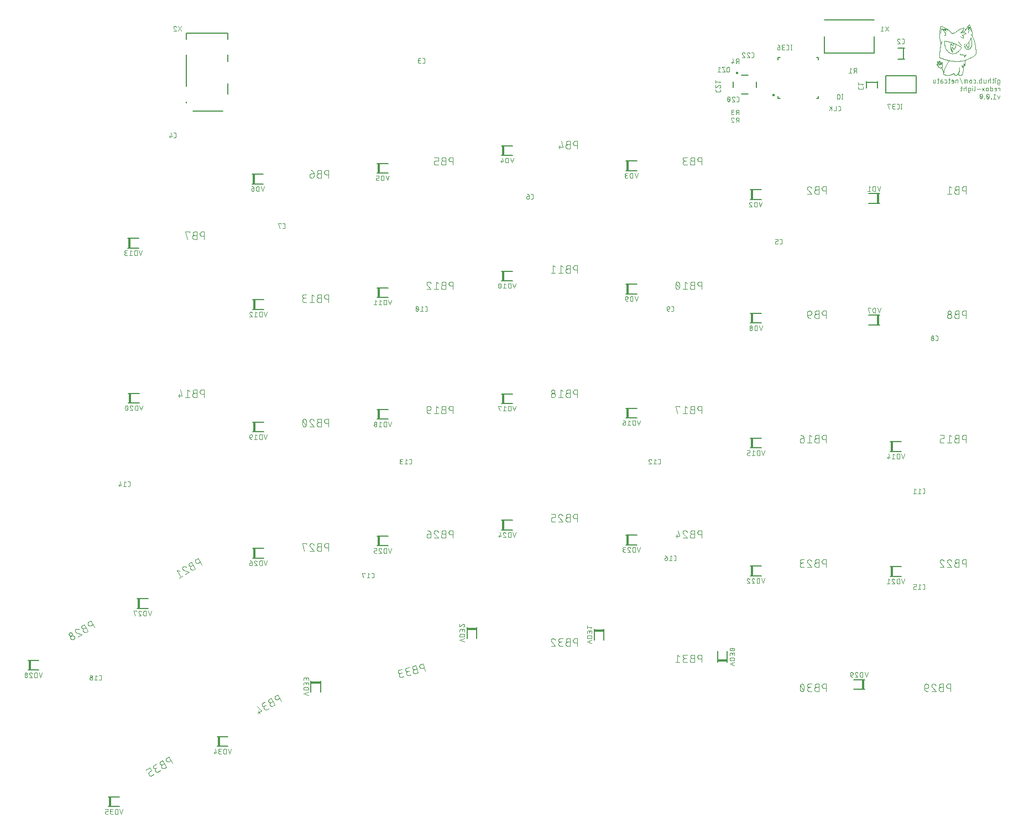
<source format=gbr>
G04 EAGLE Gerber RS-274X export*
G75*
%MOMM*%
%FSLAX34Y34*%
%LPD*%
%AMOC8*
5,1,8,0,0,1.08239X$1,22.5*%
G01*
%ADD10C,0.076200*%
%ADD11C,0.101600*%
%ADD12R,0.415000X1.350000*%
%ADD13C,0.127000*%
%ADD14R,1.350000X0.415000*%
%ADD15C,0.400000*%
%ADD16C,0.203200*%
%ADD17R,1.540000X0.250000*%
%ADD18R,0.250000X1.540000*%
%ADD19C,0.100000*%
%ADD20C,0.050000*%


D10*
X40619Y1086317D02*
X40619Y1091228D01*
X38164Y1091228D01*
X38164Y1090409D01*
X34561Y1086317D02*
X32515Y1086317D01*
X34561Y1086317D02*
X34630Y1086319D01*
X34698Y1086325D01*
X34767Y1086334D01*
X34834Y1086348D01*
X34901Y1086365D01*
X34967Y1086386D01*
X35031Y1086410D01*
X35094Y1086439D01*
X35155Y1086470D01*
X35214Y1086505D01*
X35272Y1086543D01*
X35327Y1086585D01*
X35379Y1086629D01*
X35429Y1086677D01*
X35477Y1086727D01*
X35521Y1086779D01*
X35563Y1086834D01*
X35601Y1086892D01*
X35636Y1086951D01*
X35667Y1087012D01*
X35696Y1087075D01*
X35720Y1087139D01*
X35741Y1087205D01*
X35758Y1087272D01*
X35772Y1087339D01*
X35781Y1087408D01*
X35787Y1087476D01*
X35789Y1087545D01*
X35788Y1087545D02*
X35788Y1089591D01*
X35789Y1089591D02*
X35787Y1089670D01*
X35781Y1089749D01*
X35772Y1089828D01*
X35759Y1089906D01*
X35741Y1089983D01*
X35721Y1090059D01*
X35696Y1090134D01*
X35668Y1090208D01*
X35637Y1090281D01*
X35601Y1090352D01*
X35563Y1090421D01*
X35521Y1090488D01*
X35476Y1090553D01*
X35428Y1090616D01*
X35377Y1090677D01*
X35323Y1090734D01*
X35267Y1090790D01*
X35208Y1090842D01*
X35146Y1090892D01*
X35082Y1090938D01*
X35016Y1090982D01*
X34948Y1091022D01*
X34878Y1091058D01*
X34806Y1091092D01*
X34732Y1091122D01*
X34658Y1091148D01*
X34582Y1091171D01*
X34505Y1091189D01*
X34428Y1091205D01*
X34349Y1091216D01*
X34271Y1091224D01*
X34192Y1091228D01*
X34112Y1091228D01*
X34033Y1091224D01*
X33955Y1091216D01*
X33876Y1091205D01*
X33799Y1091189D01*
X33722Y1091171D01*
X33646Y1091148D01*
X33572Y1091122D01*
X33498Y1091092D01*
X33426Y1091058D01*
X33356Y1091022D01*
X33288Y1090982D01*
X33222Y1090938D01*
X33158Y1090892D01*
X33096Y1090842D01*
X33037Y1090790D01*
X32981Y1090734D01*
X32927Y1090677D01*
X32876Y1090616D01*
X32828Y1090553D01*
X32783Y1090488D01*
X32741Y1090421D01*
X32703Y1090352D01*
X32667Y1090281D01*
X32636Y1090208D01*
X32608Y1090134D01*
X32583Y1090059D01*
X32563Y1089983D01*
X32545Y1089906D01*
X32532Y1089828D01*
X32523Y1089749D01*
X32517Y1089670D01*
X32515Y1089591D01*
X32515Y1088772D01*
X35788Y1088772D01*
X26216Y1086317D02*
X26216Y1093683D01*
X26216Y1086317D02*
X28262Y1086317D01*
X28331Y1086319D01*
X28399Y1086325D01*
X28468Y1086334D01*
X28535Y1086348D01*
X28602Y1086365D01*
X28668Y1086386D01*
X28732Y1086410D01*
X28795Y1086439D01*
X28856Y1086470D01*
X28915Y1086505D01*
X28973Y1086543D01*
X29028Y1086585D01*
X29080Y1086629D01*
X29130Y1086677D01*
X29178Y1086727D01*
X29222Y1086779D01*
X29264Y1086834D01*
X29302Y1086892D01*
X29337Y1086951D01*
X29368Y1087012D01*
X29397Y1087075D01*
X29421Y1087139D01*
X29442Y1087205D01*
X29459Y1087272D01*
X29473Y1087339D01*
X29482Y1087408D01*
X29488Y1087476D01*
X29490Y1087545D01*
X29490Y1090000D01*
X29488Y1090069D01*
X29482Y1090137D01*
X29473Y1090206D01*
X29459Y1090273D01*
X29442Y1090340D01*
X29421Y1090406D01*
X29397Y1090470D01*
X29368Y1090533D01*
X29337Y1090594D01*
X29302Y1090653D01*
X29264Y1090711D01*
X29222Y1090766D01*
X29178Y1090818D01*
X29130Y1090868D01*
X29080Y1090916D01*
X29028Y1090960D01*
X28973Y1091002D01*
X28915Y1091040D01*
X28856Y1091075D01*
X28795Y1091106D01*
X28732Y1091135D01*
X28668Y1091159D01*
X28602Y1091180D01*
X28535Y1091197D01*
X28468Y1091211D01*
X28399Y1091220D01*
X28331Y1091226D01*
X28262Y1091228D01*
X26216Y1091228D01*
X22865Y1089591D02*
X22865Y1087954D01*
X22865Y1089591D02*
X22863Y1089670D01*
X22857Y1089749D01*
X22848Y1089828D01*
X22835Y1089906D01*
X22817Y1089983D01*
X22797Y1090059D01*
X22772Y1090134D01*
X22744Y1090208D01*
X22713Y1090281D01*
X22677Y1090352D01*
X22639Y1090421D01*
X22597Y1090488D01*
X22552Y1090553D01*
X22504Y1090616D01*
X22453Y1090677D01*
X22399Y1090734D01*
X22343Y1090790D01*
X22284Y1090842D01*
X22222Y1090892D01*
X22158Y1090938D01*
X22092Y1090982D01*
X22024Y1091022D01*
X21954Y1091058D01*
X21882Y1091092D01*
X21808Y1091122D01*
X21734Y1091148D01*
X21658Y1091171D01*
X21581Y1091189D01*
X21504Y1091205D01*
X21425Y1091216D01*
X21347Y1091224D01*
X21268Y1091228D01*
X21188Y1091228D01*
X21109Y1091224D01*
X21031Y1091216D01*
X20952Y1091205D01*
X20875Y1091189D01*
X20798Y1091171D01*
X20722Y1091148D01*
X20648Y1091122D01*
X20574Y1091092D01*
X20502Y1091058D01*
X20432Y1091022D01*
X20364Y1090982D01*
X20298Y1090938D01*
X20234Y1090892D01*
X20172Y1090842D01*
X20113Y1090790D01*
X20057Y1090734D01*
X20003Y1090677D01*
X19952Y1090616D01*
X19904Y1090553D01*
X19859Y1090488D01*
X19817Y1090421D01*
X19779Y1090352D01*
X19743Y1090281D01*
X19712Y1090208D01*
X19684Y1090134D01*
X19659Y1090059D01*
X19639Y1089983D01*
X19621Y1089906D01*
X19608Y1089828D01*
X19599Y1089749D01*
X19593Y1089670D01*
X19591Y1089591D01*
X19591Y1087954D01*
X19593Y1087875D01*
X19599Y1087796D01*
X19608Y1087717D01*
X19621Y1087639D01*
X19639Y1087562D01*
X19659Y1087486D01*
X19684Y1087411D01*
X19712Y1087337D01*
X19743Y1087264D01*
X19779Y1087193D01*
X19817Y1087124D01*
X19859Y1087057D01*
X19904Y1086992D01*
X19952Y1086929D01*
X20003Y1086868D01*
X20057Y1086811D01*
X20113Y1086755D01*
X20172Y1086703D01*
X20234Y1086653D01*
X20298Y1086607D01*
X20364Y1086563D01*
X20432Y1086523D01*
X20502Y1086487D01*
X20574Y1086453D01*
X20648Y1086423D01*
X20722Y1086397D01*
X20798Y1086374D01*
X20875Y1086356D01*
X20952Y1086340D01*
X21031Y1086329D01*
X21109Y1086321D01*
X21188Y1086317D01*
X21268Y1086317D01*
X21347Y1086321D01*
X21425Y1086329D01*
X21504Y1086340D01*
X21581Y1086356D01*
X21658Y1086374D01*
X21734Y1086397D01*
X21808Y1086423D01*
X21882Y1086453D01*
X21954Y1086487D01*
X22024Y1086523D01*
X22092Y1086563D01*
X22158Y1086607D01*
X22222Y1086653D01*
X22284Y1086703D01*
X22343Y1086755D01*
X22399Y1086811D01*
X22453Y1086868D01*
X22504Y1086929D01*
X22552Y1086992D01*
X22597Y1087057D01*
X22639Y1087124D01*
X22677Y1087193D01*
X22713Y1087264D01*
X22744Y1087337D01*
X22772Y1087411D01*
X22797Y1087486D01*
X22817Y1087562D01*
X22835Y1087639D01*
X22848Y1087717D01*
X22857Y1087796D01*
X22863Y1087875D01*
X22865Y1087954D01*
X16769Y1086317D02*
X13495Y1091228D01*
X16769Y1091228D02*
X13495Y1086317D01*
X10516Y1089182D02*
X5605Y1089182D01*
X2299Y1087545D02*
X2299Y1093683D01*
X2300Y1087545D02*
X2298Y1087476D01*
X2292Y1087408D01*
X2283Y1087339D01*
X2269Y1087272D01*
X2252Y1087205D01*
X2231Y1087139D01*
X2207Y1087075D01*
X2178Y1087012D01*
X2147Y1086951D01*
X2112Y1086892D01*
X2074Y1086834D01*
X2032Y1086779D01*
X1988Y1086727D01*
X1940Y1086677D01*
X1890Y1086629D01*
X1838Y1086585D01*
X1783Y1086544D01*
X1725Y1086505D01*
X1666Y1086470D01*
X1605Y1086439D01*
X1542Y1086410D01*
X1478Y1086386D01*
X1412Y1086365D01*
X1345Y1086348D01*
X1278Y1086334D01*
X1210Y1086325D01*
X1141Y1086319D01*
X1072Y1086317D01*
X-1449Y1086317D02*
X-1449Y1091228D01*
X-1244Y1093274D02*
X-1244Y1093683D01*
X-1654Y1093683D01*
X-1654Y1093274D01*
X-1244Y1093274D01*
X-5632Y1086317D02*
X-7678Y1086317D01*
X-5632Y1086317D02*
X-5563Y1086319D01*
X-5495Y1086325D01*
X-5426Y1086334D01*
X-5359Y1086348D01*
X-5292Y1086365D01*
X-5226Y1086386D01*
X-5162Y1086410D01*
X-5099Y1086439D01*
X-5038Y1086470D01*
X-4979Y1086505D01*
X-4921Y1086543D01*
X-4866Y1086585D01*
X-4814Y1086629D01*
X-4764Y1086677D01*
X-4716Y1086727D01*
X-4672Y1086779D01*
X-4630Y1086834D01*
X-4592Y1086892D01*
X-4557Y1086951D01*
X-4526Y1087012D01*
X-4497Y1087075D01*
X-4473Y1087139D01*
X-4452Y1087205D01*
X-4435Y1087272D01*
X-4421Y1087339D01*
X-4412Y1087408D01*
X-4406Y1087476D01*
X-4404Y1087545D01*
X-4404Y1090000D01*
X-4406Y1090069D01*
X-4412Y1090137D01*
X-4421Y1090206D01*
X-4435Y1090273D01*
X-4452Y1090340D01*
X-4473Y1090406D01*
X-4497Y1090470D01*
X-4526Y1090533D01*
X-4557Y1090594D01*
X-4592Y1090653D01*
X-4630Y1090711D01*
X-4672Y1090766D01*
X-4716Y1090818D01*
X-4764Y1090868D01*
X-4814Y1090916D01*
X-4866Y1090960D01*
X-4921Y1091002D01*
X-4979Y1091040D01*
X-5038Y1091075D01*
X-5099Y1091106D01*
X-5162Y1091135D01*
X-5226Y1091159D01*
X-5292Y1091180D01*
X-5359Y1091197D01*
X-5426Y1091211D01*
X-5495Y1091220D01*
X-5563Y1091226D01*
X-5632Y1091228D01*
X-7678Y1091228D01*
X-7678Y1085089D01*
X-7676Y1085020D01*
X-7670Y1084952D01*
X-7661Y1084883D01*
X-7647Y1084816D01*
X-7630Y1084749D01*
X-7609Y1084683D01*
X-7585Y1084619D01*
X-7556Y1084556D01*
X-7525Y1084495D01*
X-7490Y1084436D01*
X-7452Y1084378D01*
X-7410Y1084323D01*
X-7366Y1084271D01*
X-7318Y1084221D01*
X-7268Y1084173D01*
X-7216Y1084129D01*
X-7161Y1084088D01*
X-7103Y1084049D01*
X-7044Y1084014D01*
X-6983Y1083983D01*
X-6920Y1083954D01*
X-6856Y1083930D01*
X-6790Y1083909D01*
X-6723Y1083892D01*
X-6656Y1083878D01*
X-6588Y1083869D01*
X-6519Y1083863D01*
X-6450Y1083861D01*
X-6450Y1083862D02*
X-4813Y1083862D01*
X-11273Y1086317D02*
X-11273Y1093683D01*
X-11273Y1091228D02*
X-13319Y1091228D01*
X-13388Y1091226D01*
X-13456Y1091220D01*
X-13525Y1091211D01*
X-13592Y1091197D01*
X-13659Y1091180D01*
X-13725Y1091159D01*
X-13789Y1091135D01*
X-13852Y1091106D01*
X-13913Y1091075D01*
X-13972Y1091040D01*
X-14030Y1091002D01*
X-14085Y1090960D01*
X-14137Y1090916D01*
X-14187Y1090868D01*
X-14235Y1090818D01*
X-14279Y1090766D01*
X-14321Y1090711D01*
X-14359Y1090653D01*
X-14394Y1090594D01*
X-14425Y1090533D01*
X-14454Y1090470D01*
X-14478Y1090406D01*
X-14499Y1090340D01*
X-14516Y1090273D01*
X-14530Y1090206D01*
X-14539Y1090137D01*
X-14545Y1090069D01*
X-14547Y1090000D01*
X-14546Y1090000D02*
X-14546Y1086317D01*
X-17226Y1091228D02*
X-19681Y1091228D01*
X-18044Y1093683D02*
X-18044Y1087545D01*
X-18046Y1087476D01*
X-18052Y1087408D01*
X-18061Y1087339D01*
X-18075Y1087272D01*
X-18092Y1087205D01*
X-18113Y1087139D01*
X-18137Y1087075D01*
X-18166Y1087012D01*
X-18197Y1086951D01*
X-18232Y1086892D01*
X-18270Y1086834D01*
X-18312Y1086779D01*
X-18356Y1086727D01*
X-18404Y1086677D01*
X-18454Y1086629D01*
X-18506Y1086585D01*
X-18561Y1086543D01*
X-18619Y1086505D01*
X-18678Y1086470D01*
X-18739Y1086439D01*
X-18802Y1086410D01*
X-18866Y1086386D01*
X-18932Y1086365D01*
X-18999Y1086348D01*
X-19066Y1086334D01*
X-19135Y1086325D01*
X-19203Y1086319D01*
X-19272Y1086317D01*
X-19681Y1086317D01*
X37345Y1098317D02*
X39391Y1098317D01*
X39460Y1098319D01*
X39528Y1098325D01*
X39597Y1098334D01*
X39664Y1098348D01*
X39731Y1098365D01*
X39797Y1098386D01*
X39861Y1098410D01*
X39924Y1098439D01*
X39985Y1098470D01*
X40044Y1098505D01*
X40102Y1098543D01*
X40157Y1098585D01*
X40209Y1098629D01*
X40259Y1098677D01*
X40307Y1098727D01*
X40351Y1098779D01*
X40393Y1098834D01*
X40431Y1098892D01*
X40466Y1098951D01*
X40497Y1099012D01*
X40526Y1099075D01*
X40550Y1099139D01*
X40571Y1099205D01*
X40588Y1099272D01*
X40602Y1099339D01*
X40611Y1099408D01*
X40617Y1099476D01*
X40619Y1099545D01*
X40619Y1102000D01*
X40617Y1102069D01*
X40611Y1102137D01*
X40602Y1102206D01*
X40588Y1102273D01*
X40571Y1102340D01*
X40550Y1102406D01*
X40526Y1102470D01*
X40497Y1102533D01*
X40466Y1102594D01*
X40431Y1102653D01*
X40393Y1102711D01*
X40351Y1102766D01*
X40307Y1102818D01*
X40259Y1102868D01*
X40209Y1102916D01*
X40157Y1102960D01*
X40102Y1103002D01*
X40044Y1103040D01*
X39985Y1103075D01*
X39924Y1103106D01*
X39861Y1103135D01*
X39797Y1103159D01*
X39731Y1103180D01*
X39664Y1103197D01*
X39597Y1103211D01*
X39528Y1103220D01*
X39460Y1103226D01*
X39391Y1103228D01*
X37345Y1103228D01*
X37345Y1097089D01*
X37347Y1097020D01*
X37353Y1096952D01*
X37362Y1096883D01*
X37376Y1096816D01*
X37393Y1096749D01*
X37414Y1096683D01*
X37438Y1096619D01*
X37467Y1096556D01*
X37498Y1096495D01*
X37533Y1096436D01*
X37571Y1096378D01*
X37613Y1096323D01*
X37657Y1096271D01*
X37705Y1096221D01*
X37755Y1096173D01*
X37807Y1096129D01*
X37862Y1096087D01*
X37920Y1096049D01*
X37979Y1096014D01*
X38040Y1095983D01*
X38103Y1095954D01*
X38167Y1095930D01*
X38233Y1095909D01*
X38300Y1095892D01*
X38367Y1095878D01*
X38436Y1095869D01*
X38504Y1095863D01*
X38573Y1095861D01*
X38573Y1095862D02*
X40210Y1095862D01*
X34064Y1098317D02*
X34064Y1103228D01*
X34269Y1105274D02*
X34269Y1105683D01*
X33860Y1105683D01*
X33860Y1105274D01*
X34269Y1105274D01*
X31699Y1103228D02*
X29243Y1103228D01*
X30880Y1105683D02*
X30880Y1099545D01*
X30881Y1099545D02*
X30879Y1099476D01*
X30873Y1099408D01*
X30864Y1099339D01*
X30850Y1099272D01*
X30833Y1099205D01*
X30812Y1099139D01*
X30788Y1099075D01*
X30759Y1099012D01*
X30728Y1098951D01*
X30693Y1098892D01*
X30655Y1098834D01*
X30613Y1098779D01*
X30569Y1098727D01*
X30521Y1098677D01*
X30471Y1098629D01*
X30419Y1098585D01*
X30364Y1098544D01*
X30306Y1098505D01*
X30247Y1098470D01*
X30186Y1098439D01*
X30123Y1098410D01*
X30059Y1098386D01*
X29993Y1098365D01*
X29926Y1098348D01*
X29859Y1098334D01*
X29791Y1098325D01*
X29722Y1098319D01*
X29653Y1098317D01*
X29243Y1098317D01*
X26192Y1098317D02*
X26192Y1105683D01*
X26192Y1103228D02*
X24146Y1103228D01*
X24077Y1103226D01*
X24009Y1103220D01*
X23940Y1103211D01*
X23873Y1103197D01*
X23806Y1103180D01*
X23740Y1103159D01*
X23676Y1103135D01*
X23613Y1103106D01*
X23552Y1103075D01*
X23493Y1103040D01*
X23435Y1103002D01*
X23380Y1102960D01*
X23328Y1102916D01*
X23278Y1102868D01*
X23230Y1102818D01*
X23186Y1102766D01*
X23145Y1102711D01*
X23106Y1102653D01*
X23071Y1102594D01*
X23040Y1102533D01*
X23011Y1102470D01*
X22987Y1102406D01*
X22966Y1102340D01*
X22949Y1102273D01*
X22935Y1102206D01*
X22926Y1102138D01*
X22920Y1102069D01*
X22918Y1102000D01*
X22918Y1098317D01*
X19364Y1099545D02*
X19364Y1103228D01*
X19364Y1099545D02*
X19362Y1099476D01*
X19356Y1099408D01*
X19347Y1099339D01*
X19333Y1099272D01*
X19316Y1099205D01*
X19295Y1099139D01*
X19271Y1099075D01*
X19242Y1099012D01*
X19211Y1098951D01*
X19176Y1098892D01*
X19138Y1098834D01*
X19096Y1098779D01*
X19052Y1098727D01*
X19004Y1098677D01*
X18954Y1098629D01*
X18902Y1098585D01*
X18847Y1098544D01*
X18789Y1098505D01*
X18730Y1098470D01*
X18669Y1098439D01*
X18606Y1098410D01*
X18542Y1098386D01*
X18476Y1098365D01*
X18409Y1098348D01*
X18342Y1098334D01*
X18274Y1098325D01*
X18205Y1098319D01*
X18136Y1098317D01*
X16090Y1098317D01*
X16090Y1103228D01*
X12496Y1105683D02*
X12496Y1098317D01*
X10450Y1098317D01*
X10381Y1098319D01*
X10313Y1098325D01*
X10244Y1098334D01*
X10177Y1098348D01*
X10110Y1098365D01*
X10044Y1098386D01*
X9980Y1098410D01*
X9917Y1098439D01*
X9856Y1098470D01*
X9797Y1098505D01*
X9739Y1098543D01*
X9684Y1098585D01*
X9632Y1098629D01*
X9582Y1098677D01*
X9534Y1098727D01*
X9490Y1098779D01*
X9448Y1098834D01*
X9410Y1098892D01*
X9375Y1098951D01*
X9344Y1099012D01*
X9315Y1099075D01*
X9291Y1099139D01*
X9270Y1099205D01*
X9253Y1099272D01*
X9239Y1099339D01*
X9230Y1099408D01*
X9224Y1099476D01*
X9222Y1099545D01*
X9222Y1102000D01*
X9224Y1102069D01*
X9230Y1102137D01*
X9239Y1102206D01*
X9253Y1102273D01*
X9270Y1102340D01*
X9291Y1102406D01*
X9315Y1102470D01*
X9344Y1102533D01*
X9375Y1102594D01*
X9410Y1102653D01*
X9448Y1102711D01*
X9490Y1102766D01*
X9534Y1102818D01*
X9582Y1102868D01*
X9632Y1102916D01*
X9684Y1102960D01*
X9739Y1103002D01*
X9797Y1103040D01*
X9856Y1103075D01*
X9917Y1103106D01*
X9980Y1103135D01*
X10044Y1103159D01*
X10110Y1103180D01*
X10177Y1103197D01*
X10244Y1103211D01*
X10313Y1103220D01*
X10381Y1103226D01*
X10450Y1103228D01*
X12496Y1103228D01*
X6471Y1098726D02*
X6471Y1098317D01*
X6471Y1098726D02*
X6062Y1098726D01*
X6062Y1098317D01*
X6471Y1098317D01*
X2034Y1098317D02*
X397Y1098317D01*
X2034Y1098317D02*
X2103Y1098319D01*
X2171Y1098325D01*
X2240Y1098334D01*
X2307Y1098348D01*
X2374Y1098365D01*
X2440Y1098386D01*
X2504Y1098410D01*
X2567Y1098439D01*
X2628Y1098470D01*
X2687Y1098505D01*
X2745Y1098543D01*
X2800Y1098585D01*
X2852Y1098629D01*
X2902Y1098677D01*
X2950Y1098727D01*
X2994Y1098779D01*
X3036Y1098834D01*
X3074Y1098892D01*
X3109Y1098951D01*
X3140Y1099012D01*
X3169Y1099075D01*
X3193Y1099139D01*
X3214Y1099205D01*
X3231Y1099272D01*
X3245Y1099339D01*
X3254Y1099408D01*
X3260Y1099476D01*
X3262Y1099545D01*
X3262Y1102000D01*
X3260Y1102069D01*
X3254Y1102137D01*
X3245Y1102206D01*
X3231Y1102273D01*
X3214Y1102340D01*
X3193Y1102406D01*
X3169Y1102470D01*
X3140Y1102533D01*
X3109Y1102594D01*
X3074Y1102653D01*
X3036Y1102711D01*
X2994Y1102766D01*
X2950Y1102818D01*
X2902Y1102868D01*
X2852Y1102916D01*
X2800Y1102960D01*
X2745Y1103002D01*
X2687Y1103040D01*
X2628Y1103075D01*
X2567Y1103106D01*
X2504Y1103135D01*
X2440Y1103159D01*
X2374Y1103180D01*
X2307Y1103197D01*
X2240Y1103211D01*
X2171Y1103220D01*
X2103Y1103226D01*
X2034Y1103228D01*
X397Y1103228D01*
X-2338Y1101591D02*
X-2338Y1099954D01*
X-2337Y1101591D02*
X-2339Y1101670D01*
X-2345Y1101749D01*
X-2354Y1101828D01*
X-2367Y1101906D01*
X-2385Y1101983D01*
X-2405Y1102059D01*
X-2430Y1102134D01*
X-2458Y1102208D01*
X-2489Y1102281D01*
X-2525Y1102352D01*
X-2563Y1102421D01*
X-2605Y1102488D01*
X-2650Y1102553D01*
X-2698Y1102616D01*
X-2749Y1102677D01*
X-2803Y1102734D01*
X-2859Y1102790D01*
X-2918Y1102842D01*
X-2980Y1102892D01*
X-3044Y1102938D01*
X-3110Y1102982D01*
X-3178Y1103022D01*
X-3248Y1103058D01*
X-3320Y1103092D01*
X-3394Y1103122D01*
X-3468Y1103148D01*
X-3544Y1103171D01*
X-3621Y1103189D01*
X-3698Y1103205D01*
X-3777Y1103216D01*
X-3855Y1103224D01*
X-3934Y1103228D01*
X-4014Y1103228D01*
X-4093Y1103224D01*
X-4171Y1103216D01*
X-4250Y1103205D01*
X-4327Y1103189D01*
X-4404Y1103171D01*
X-4480Y1103148D01*
X-4554Y1103122D01*
X-4628Y1103092D01*
X-4700Y1103058D01*
X-4770Y1103022D01*
X-4838Y1102982D01*
X-4904Y1102938D01*
X-4968Y1102892D01*
X-5030Y1102842D01*
X-5089Y1102790D01*
X-5145Y1102734D01*
X-5199Y1102677D01*
X-5250Y1102616D01*
X-5298Y1102553D01*
X-5343Y1102488D01*
X-5385Y1102421D01*
X-5423Y1102352D01*
X-5459Y1102281D01*
X-5490Y1102208D01*
X-5518Y1102134D01*
X-5543Y1102059D01*
X-5563Y1101983D01*
X-5581Y1101906D01*
X-5594Y1101828D01*
X-5603Y1101749D01*
X-5609Y1101670D01*
X-5611Y1101591D01*
X-5611Y1099954D01*
X-5609Y1099875D01*
X-5603Y1099796D01*
X-5594Y1099717D01*
X-5581Y1099639D01*
X-5563Y1099562D01*
X-5543Y1099486D01*
X-5518Y1099411D01*
X-5490Y1099337D01*
X-5459Y1099264D01*
X-5423Y1099193D01*
X-5385Y1099124D01*
X-5343Y1099057D01*
X-5298Y1098992D01*
X-5250Y1098929D01*
X-5199Y1098868D01*
X-5145Y1098811D01*
X-5089Y1098755D01*
X-5030Y1098703D01*
X-4968Y1098653D01*
X-4904Y1098607D01*
X-4838Y1098563D01*
X-4770Y1098523D01*
X-4700Y1098487D01*
X-4628Y1098453D01*
X-4554Y1098423D01*
X-4480Y1098397D01*
X-4404Y1098374D01*
X-4327Y1098356D01*
X-4250Y1098340D01*
X-4171Y1098329D01*
X-4093Y1098321D01*
X-4014Y1098317D01*
X-3934Y1098317D01*
X-3855Y1098321D01*
X-3777Y1098329D01*
X-3698Y1098340D01*
X-3621Y1098356D01*
X-3544Y1098374D01*
X-3468Y1098397D01*
X-3394Y1098423D01*
X-3320Y1098453D01*
X-3248Y1098487D01*
X-3178Y1098523D01*
X-3110Y1098563D01*
X-3044Y1098607D01*
X-2980Y1098653D01*
X-2918Y1098703D01*
X-2859Y1098755D01*
X-2803Y1098811D01*
X-2749Y1098868D01*
X-2698Y1098929D01*
X-2650Y1098992D01*
X-2605Y1099057D01*
X-2563Y1099124D01*
X-2525Y1099193D01*
X-2489Y1099264D01*
X-2458Y1099337D01*
X-2430Y1099411D01*
X-2405Y1099486D01*
X-2385Y1099562D01*
X-2367Y1099639D01*
X-2354Y1099717D01*
X-2345Y1099796D01*
X-2339Y1099875D01*
X-2337Y1099954D01*
X-9078Y1098317D02*
X-9078Y1103228D01*
X-12761Y1103228D01*
X-12830Y1103226D01*
X-12898Y1103220D01*
X-12967Y1103211D01*
X-13034Y1103197D01*
X-13101Y1103180D01*
X-13167Y1103159D01*
X-13231Y1103135D01*
X-13294Y1103106D01*
X-13355Y1103075D01*
X-13414Y1103040D01*
X-13472Y1103002D01*
X-13527Y1102960D01*
X-13579Y1102916D01*
X-13629Y1102868D01*
X-13677Y1102818D01*
X-13721Y1102766D01*
X-13763Y1102711D01*
X-13801Y1102653D01*
X-13836Y1102594D01*
X-13867Y1102533D01*
X-13896Y1102470D01*
X-13920Y1102406D01*
X-13941Y1102340D01*
X-13958Y1102273D01*
X-13972Y1102206D01*
X-13981Y1102137D01*
X-13987Y1102069D01*
X-13989Y1102000D01*
X-13989Y1098317D01*
X-11533Y1098317D02*
X-11533Y1103228D01*
X-17212Y1097499D02*
X-20485Y1106501D01*
X-23552Y1103228D02*
X-23552Y1098317D01*
X-23552Y1103228D02*
X-25598Y1103228D01*
X-25667Y1103226D01*
X-25735Y1103220D01*
X-25804Y1103211D01*
X-25871Y1103197D01*
X-25938Y1103180D01*
X-26004Y1103159D01*
X-26068Y1103135D01*
X-26131Y1103106D01*
X-26192Y1103075D01*
X-26251Y1103040D01*
X-26309Y1103002D01*
X-26364Y1102960D01*
X-26416Y1102916D01*
X-26466Y1102868D01*
X-26514Y1102818D01*
X-26558Y1102766D01*
X-26600Y1102711D01*
X-26638Y1102653D01*
X-26673Y1102594D01*
X-26704Y1102533D01*
X-26733Y1102470D01*
X-26757Y1102406D01*
X-26778Y1102340D01*
X-26795Y1102273D01*
X-26809Y1102206D01*
X-26818Y1102137D01*
X-26824Y1102069D01*
X-26826Y1102000D01*
X-26825Y1102000D02*
X-26825Y1098317D01*
X-31363Y1098317D02*
X-33409Y1098317D01*
X-31363Y1098317D02*
X-31294Y1098319D01*
X-31226Y1098325D01*
X-31157Y1098334D01*
X-31090Y1098348D01*
X-31023Y1098365D01*
X-30957Y1098386D01*
X-30893Y1098410D01*
X-30830Y1098439D01*
X-30769Y1098470D01*
X-30710Y1098505D01*
X-30652Y1098543D01*
X-30597Y1098585D01*
X-30545Y1098629D01*
X-30495Y1098677D01*
X-30447Y1098727D01*
X-30403Y1098779D01*
X-30361Y1098834D01*
X-30323Y1098892D01*
X-30288Y1098951D01*
X-30257Y1099012D01*
X-30228Y1099075D01*
X-30204Y1099139D01*
X-30183Y1099205D01*
X-30166Y1099272D01*
X-30152Y1099339D01*
X-30143Y1099408D01*
X-30137Y1099476D01*
X-30135Y1099545D01*
X-30135Y1101591D01*
X-30137Y1101670D01*
X-30143Y1101749D01*
X-30152Y1101828D01*
X-30165Y1101906D01*
X-30183Y1101983D01*
X-30203Y1102059D01*
X-30228Y1102134D01*
X-30256Y1102208D01*
X-30287Y1102281D01*
X-30323Y1102352D01*
X-30361Y1102421D01*
X-30403Y1102488D01*
X-30448Y1102553D01*
X-30496Y1102616D01*
X-30547Y1102677D01*
X-30601Y1102734D01*
X-30657Y1102790D01*
X-30716Y1102842D01*
X-30778Y1102892D01*
X-30842Y1102938D01*
X-30908Y1102982D01*
X-30976Y1103022D01*
X-31046Y1103058D01*
X-31118Y1103092D01*
X-31192Y1103122D01*
X-31266Y1103148D01*
X-31342Y1103171D01*
X-31419Y1103189D01*
X-31496Y1103205D01*
X-31575Y1103216D01*
X-31653Y1103224D01*
X-31732Y1103228D01*
X-31812Y1103228D01*
X-31891Y1103224D01*
X-31969Y1103216D01*
X-32048Y1103205D01*
X-32125Y1103189D01*
X-32202Y1103171D01*
X-32278Y1103148D01*
X-32352Y1103122D01*
X-32426Y1103092D01*
X-32498Y1103058D01*
X-32568Y1103022D01*
X-32636Y1102982D01*
X-32702Y1102938D01*
X-32766Y1102892D01*
X-32828Y1102842D01*
X-32887Y1102790D01*
X-32943Y1102734D01*
X-32997Y1102677D01*
X-33048Y1102616D01*
X-33096Y1102553D01*
X-33141Y1102488D01*
X-33183Y1102421D01*
X-33221Y1102352D01*
X-33257Y1102281D01*
X-33288Y1102208D01*
X-33316Y1102134D01*
X-33341Y1102059D01*
X-33361Y1101983D01*
X-33379Y1101906D01*
X-33392Y1101828D01*
X-33401Y1101749D01*
X-33407Y1101670D01*
X-33409Y1101591D01*
X-33409Y1100772D01*
X-30135Y1100772D01*
X-35845Y1103228D02*
X-38300Y1103228D01*
X-36663Y1105683D02*
X-36663Y1099545D01*
X-36665Y1099476D01*
X-36671Y1099408D01*
X-36680Y1099339D01*
X-36694Y1099272D01*
X-36711Y1099205D01*
X-36732Y1099139D01*
X-36756Y1099075D01*
X-36785Y1099012D01*
X-36816Y1098951D01*
X-36851Y1098892D01*
X-36889Y1098834D01*
X-36931Y1098779D01*
X-36975Y1098727D01*
X-37023Y1098677D01*
X-37073Y1098629D01*
X-37125Y1098585D01*
X-37180Y1098543D01*
X-37238Y1098505D01*
X-37297Y1098470D01*
X-37358Y1098439D01*
X-37421Y1098410D01*
X-37485Y1098386D01*
X-37551Y1098365D01*
X-37618Y1098348D01*
X-37685Y1098334D01*
X-37754Y1098325D01*
X-37822Y1098319D01*
X-37891Y1098317D01*
X-38300Y1098317D01*
X-42345Y1098317D02*
X-43982Y1098317D01*
X-42345Y1098317D02*
X-42276Y1098319D01*
X-42208Y1098325D01*
X-42139Y1098334D01*
X-42072Y1098348D01*
X-42005Y1098365D01*
X-41939Y1098386D01*
X-41875Y1098410D01*
X-41812Y1098439D01*
X-41751Y1098470D01*
X-41692Y1098505D01*
X-41634Y1098543D01*
X-41579Y1098585D01*
X-41527Y1098629D01*
X-41477Y1098677D01*
X-41429Y1098727D01*
X-41385Y1098779D01*
X-41343Y1098834D01*
X-41305Y1098892D01*
X-41270Y1098951D01*
X-41239Y1099012D01*
X-41210Y1099075D01*
X-41186Y1099139D01*
X-41165Y1099205D01*
X-41148Y1099272D01*
X-41134Y1099339D01*
X-41125Y1099408D01*
X-41119Y1099476D01*
X-41117Y1099545D01*
X-41117Y1102000D01*
X-41119Y1102069D01*
X-41125Y1102137D01*
X-41134Y1102206D01*
X-41148Y1102273D01*
X-41165Y1102340D01*
X-41186Y1102406D01*
X-41210Y1102470D01*
X-41239Y1102533D01*
X-41270Y1102594D01*
X-41305Y1102653D01*
X-41343Y1102711D01*
X-41385Y1102766D01*
X-41429Y1102818D01*
X-41477Y1102868D01*
X-41527Y1102916D01*
X-41579Y1102960D01*
X-41634Y1103002D01*
X-41692Y1103040D01*
X-41751Y1103075D01*
X-41812Y1103106D01*
X-41875Y1103135D01*
X-41939Y1103159D01*
X-42005Y1103180D01*
X-42072Y1103197D01*
X-42139Y1103211D01*
X-42208Y1103220D01*
X-42276Y1103226D01*
X-42345Y1103228D01*
X-43982Y1103228D01*
X-48107Y1101182D02*
X-49949Y1101182D01*
X-48107Y1101181D02*
X-48032Y1101179D01*
X-47957Y1101173D01*
X-47883Y1101163D01*
X-47809Y1101150D01*
X-47736Y1101132D01*
X-47664Y1101111D01*
X-47594Y1101086D01*
X-47525Y1101057D01*
X-47457Y1101025D01*
X-47391Y1100989D01*
X-47327Y1100950D01*
X-47265Y1100908D01*
X-47206Y1100862D01*
X-47149Y1100813D01*
X-47094Y1100762D01*
X-47043Y1100707D01*
X-46994Y1100650D01*
X-46948Y1100591D01*
X-46906Y1100529D01*
X-46867Y1100465D01*
X-46831Y1100399D01*
X-46799Y1100331D01*
X-46770Y1100262D01*
X-46745Y1100192D01*
X-46724Y1100120D01*
X-46706Y1100047D01*
X-46693Y1099973D01*
X-46683Y1099899D01*
X-46677Y1099824D01*
X-46675Y1099749D01*
X-46677Y1099674D01*
X-46683Y1099599D01*
X-46693Y1099525D01*
X-46706Y1099451D01*
X-46724Y1099378D01*
X-46745Y1099306D01*
X-46770Y1099236D01*
X-46799Y1099167D01*
X-46831Y1099099D01*
X-46867Y1099033D01*
X-46906Y1098969D01*
X-46948Y1098907D01*
X-46994Y1098848D01*
X-47043Y1098791D01*
X-47094Y1098736D01*
X-47149Y1098685D01*
X-47206Y1098636D01*
X-47265Y1098590D01*
X-47327Y1098548D01*
X-47391Y1098509D01*
X-47457Y1098473D01*
X-47525Y1098441D01*
X-47594Y1098412D01*
X-47664Y1098387D01*
X-47736Y1098366D01*
X-47809Y1098348D01*
X-47883Y1098335D01*
X-47957Y1098325D01*
X-48032Y1098319D01*
X-48107Y1098317D01*
X-49949Y1098317D01*
X-49949Y1102000D01*
X-49947Y1102069D01*
X-49941Y1102137D01*
X-49932Y1102206D01*
X-49918Y1102273D01*
X-49901Y1102340D01*
X-49880Y1102406D01*
X-49856Y1102470D01*
X-49827Y1102533D01*
X-49796Y1102594D01*
X-49761Y1102653D01*
X-49723Y1102711D01*
X-49681Y1102766D01*
X-49637Y1102818D01*
X-49589Y1102868D01*
X-49539Y1102916D01*
X-49487Y1102960D01*
X-49432Y1103002D01*
X-49374Y1103040D01*
X-49315Y1103075D01*
X-49254Y1103106D01*
X-49191Y1103135D01*
X-49127Y1103159D01*
X-49061Y1103180D01*
X-48994Y1103197D01*
X-48927Y1103211D01*
X-48858Y1103220D01*
X-48790Y1103226D01*
X-48721Y1103228D01*
X-47084Y1103228D01*
X-52669Y1103228D02*
X-55125Y1103228D01*
X-53488Y1105683D02*
X-53488Y1099545D01*
X-53490Y1099476D01*
X-53496Y1099408D01*
X-53505Y1099339D01*
X-53519Y1099272D01*
X-53536Y1099205D01*
X-53557Y1099139D01*
X-53581Y1099075D01*
X-53610Y1099012D01*
X-53641Y1098951D01*
X-53676Y1098892D01*
X-53714Y1098834D01*
X-53756Y1098779D01*
X-53800Y1098727D01*
X-53848Y1098677D01*
X-53898Y1098629D01*
X-53950Y1098585D01*
X-54005Y1098543D01*
X-54063Y1098505D01*
X-54122Y1098470D01*
X-54183Y1098439D01*
X-54246Y1098410D01*
X-54310Y1098386D01*
X-54376Y1098365D01*
X-54443Y1098348D01*
X-54510Y1098334D01*
X-54579Y1098325D01*
X-54647Y1098319D01*
X-54716Y1098317D01*
X-55125Y1098317D01*
X-58177Y1099545D02*
X-58177Y1103228D01*
X-58176Y1099545D02*
X-58178Y1099476D01*
X-58184Y1099408D01*
X-58193Y1099339D01*
X-58207Y1099272D01*
X-58224Y1099205D01*
X-58245Y1099139D01*
X-58269Y1099075D01*
X-58298Y1099012D01*
X-58329Y1098951D01*
X-58364Y1098892D01*
X-58402Y1098834D01*
X-58444Y1098779D01*
X-58488Y1098727D01*
X-58536Y1098677D01*
X-58586Y1098629D01*
X-58638Y1098585D01*
X-58693Y1098543D01*
X-58751Y1098505D01*
X-58810Y1098470D01*
X-58871Y1098439D01*
X-58934Y1098410D01*
X-58998Y1098386D01*
X-59064Y1098365D01*
X-59131Y1098348D01*
X-59198Y1098334D01*
X-59267Y1098325D01*
X-59335Y1098319D01*
X-59404Y1098317D01*
X-61450Y1098317D01*
X-61450Y1103228D01*
X38982Y1074317D02*
X40619Y1079228D01*
X37345Y1079228D02*
X38982Y1074317D01*
X34445Y1080046D02*
X32398Y1081683D01*
X32398Y1074317D01*
X30352Y1074317D02*
X34445Y1074317D01*
X27482Y1074317D02*
X27482Y1074726D01*
X27073Y1074726D01*
X27073Y1074317D01*
X27482Y1074317D01*
X24203Y1078000D02*
X24201Y1078153D01*
X24195Y1078306D01*
X24186Y1078458D01*
X24172Y1078611D01*
X24155Y1078763D01*
X24134Y1078914D01*
X24109Y1079065D01*
X24080Y1079215D01*
X24048Y1079365D01*
X24011Y1079513D01*
X23971Y1079661D01*
X23928Y1079808D01*
X23880Y1079953D01*
X23829Y1080097D01*
X23775Y1080240D01*
X23716Y1080382D01*
X23655Y1080521D01*
X23589Y1080660D01*
X23563Y1080730D01*
X23533Y1080799D01*
X23501Y1080867D01*
X23464Y1080933D01*
X23425Y1080997D01*
X23382Y1081059D01*
X23337Y1081118D01*
X23288Y1081176D01*
X23237Y1081230D01*
X23183Y1081283D01*
X23126Y1081332D01*
X23067Y1081379D01*
X23006Y1081422D01*
X22943Y1081463D01*
X22878Y1081500D01*
X22811Y1081535D01*
X22742Y1081565D01*
X22672Y1081593D01*
X22601Y1081616D01*
X22529Y1081637D01*
X22456Y1081653D01*
X22382Y1081666D01*
X22307Y1081676D01*
X22232Y1081681D01*
X22157Y1081683D01*
X22082Y1081681D01*
X22007Y1081676D01*
X21932Y1081666D01*
X21858Y1081653D01*
X21785Y1081637D01*
X21713Y1081616D01*
X21642Y1081593D01*
X21572Y1081565D01*
X21503Y1081535D01*
X21436Y1081500D01*
X21371Y1081463D01*
X21308Y1081422D01*
X21247Y1081379D01*
X21188Y1081332D01*
X21131Y1081283D01*
X21077Y1081230D01*
X21026Y1081176D01*
X20978Y1081118D01*
X20932Y1081059D01*
X20889Y1080997D01*
X20850Y1080933D01*
X20814Y1080867D01*
X20781Y1080800D01*
X20751Y1080730D01*
X20725Y1080660D01*
X20660Y1080522D01*
X20598Y1080382D01*
X20540Y1080240D01*
X20485Y1080097D01*
X20434Y1079953D01*
X20386Y1079808D01*
X20343Y1079661D01*
X20303Y1079514D01*
X20266Y1079365D01*
X20234Y1079215D01*
X20205Y1079065D01*
X20180Y1078914D01*
X20159Y1078763D01*
X20142Y1078611D01*
X20128Y1078458D01*
X20119Y1078306D01*
X20113Y1078153D01*
X20111Y1078000D01*
X24204Y1078000D02*
X24202Y1077847D01*
X24196Y1077694D01*
X24187Y1077541D01*
X24173Y1077389D01*
X24156Y1077237D01*
X24135Y1077086D01*
X24110Y1076935D01*
X24081Y1076784D01*
X24049Y1076635D01*
X24012Y1076486D01*
X23972Y1076339D01*
X23929Y1076192D01*
X23881Y1076047D01*
X23830Y1075902D01*
X23775Y1075760D01*
X23717Y1075618D01*
X23655Y1075478D01*
X23590Y1075340D01*
X23589Y1075340D02*
X23563Y1075270D01*
X23533Y1075200D01*
X23501Y1075133D01*
X23464Y1075067D01*
X23425Y1075003D01*
X23382Y1074941D01*
X23336Y1074882D01*
X23288Y1074824D01*
X23237Y1074770D01*
X23183Y1074717D01*
X23126Y1074668D01*
X23067Y1074621D01*
X23006Y1074578D01*
X22943Y1074537D01*
X22878Y1074500D01*
X22811Y1074465D01*
X22742Y1074435D01*
X22672Y1074407D01*
X22601Y1074384D01*
X22529Y1074363D01*
X22456Y1074347D01*
X22382Y1074334D01*
X22307Y1074324D01*
X22232Y1074319D01*
X22157Y1074317D01*
X20725Y1075340D02*
X20660Y1075478D01*
X20598Y1075618D01*
X20540Y1075760D01*
X20485Y1075903D01*
X20434Y1076047D01*
X20386Y1076192D01*
X20343Y1076339D01*
X20303Y1076487D01*
X20266Y1076635D01*
X20234Y1076785D01*
X20205Y1076935D01*
X20180Y1077086D01*
X20159Y1077237D01*
X20142Y1077389D01*
X20128Y1077542D01*
X20119Y1077694D01*
X20113Y1077847D01*
X20111Y1078000D01*
X20725Y1075340D02*
X20751Y1075269D01*
X20781Y1075200D01*
X20814Y1075133D01*
X20850Y1075067D01*
X20889Y1075003D01*
X20932Y1074941D01*
X20978Y1074882D01*
X21026Y1074824D01*
X21077Y1074770D01*
X21131Y1074717D01*
X21188Y1074668D01*
X21247Y1074621D01*
X21308Y1074578D01*
X21371Y1074537D01*
X21436Y1074500D01*
X21503Y1074465D01*
X21572Y1074435D01*
X21642Y1074407D01*
X21713Y1074384D01*
X21785Y1074363D01*
X21858Y1074347D01*
X21932Y1074334D01*
X22007Y1074324D01*
X22082Y1074319D01*
X22157Y1074317D01*
X23794Y1075954D02*
X20520Y1080046D01*
X17241Y1074726D02*
X17241Y1074317D01*
X17241Y1074726D02*
X16832Y1074726D01*
X16832Y1074317D01*
X17241Y1074317D01*
X13962Y1078000D02*
X13960Y1078153D01*
X13954Y1078306D01*
X13945Y1078458D01*
X13931Y1078611D01*
X13914Y1078763D01*
X13893Y1078914D01*
X13868Y1079065D01*
X13839Y1079215D01*
X13807Y1079365D01*
X13770Y1079513D01*
X13730Y1079661D01*
X13687Y1079808D01*
X13639Y1079953D01*
X13588Y1080097D01*
X13534Y1080240D01*
X13475Y1080382D01*
X13414Y1080521D01*
X13348Y1080660D01*
X13322Y1080730D01*
X13292Y1080799D01*
X13260Y1080867D01*
X13223Y1080933D01*
X13184Y1080997D01*
X13141Y1081059D01*
X13096Y1081118D01*
X13047Y1081176D01*
X12996Y1081230D01*
X12942Y1081283D01*
X12885Y1081332D01*
X12826Y1081379D01*
X12765Y1081422D01*
X12702Y1081463D01*
X12637Y1081500D01*
X12570Y1081535D01*
X12501Y1081565D01*
X12431Y1081593D01*
X12360Y1081616D01*
X12288Y1081637D01*
X12215Y1081653D01*
X12141Y1081666D01*
X12066Y1081676D01*
X11991Y1081681D01*
X11916Y1081683D01*
X11841Y1081681D01*
X11766Y1081676D01*
X11691Y1081666D01*
X11617Y1081653D01*
X11544Y1081637D01*
X11472Y1081616D01*
X11401Y1081593D01*
X11331Y1081565D01*
X11262Y1081535D01*
X11195Y1081500D01*
X11130Y1081463D01*
X11067Y1081422D01*
X11006Y1081379D01*
X10947Y1081332D01*
X10890Y1081283D01*
X10836Y1081230D01*
X10785Y1081176D01*
X10737Y1081118D01*
X10691Y1081059D01*
X10648Y1080997D01*
X10609Y1080933D01*
X10573Y1080867D01*
X10540Y1080800D01*
X10510Y1080730D01*
X10484Y1080660D01*
X10419Y1080522D01*
X10357Y1080382D01*
X10299Y1080240D01*
X10244Y1080097D01*
X10193Y1079953D01*
X10145Y1079808D01*
X10102Y1079661D01*
X10062Y1079514D01*
X10025Y1079365D01*
X9993Y1079215D01*
X9964Y1079065D01*
X9939Y1078914D01*
X9918Y1078763D01*
X9901Y1078611D01*
X9887Y1078458D01*
X9878Y1078306D01*
X9872Y1078153D01*
X9870Y1078000D01*
X13963Y1078000D02*
X13961Y1077847D01*
X13955Y1077694D01*
X13946Y1077541D01*
X13932Y1077389D01*
X13915Y1077237D01*
X13894Y1077086D01*
X13869Y1076935D01*
X13840Y1076784D01*
X13808Y1076635D01*
X13771Y1076486D01*
X13731Y1076339D01*
X13688Y1076192D01*
X13640Y1076047D01*
X13589Y1075902D01*
X13534Y1075760D01*
X13476Y1075618D01*
X13414Y1075478D01*
X13349Y1075340D01*
X13348Y1075340D02*
X13322Y1075270D01*
X13292Y1075200D01*
X13260Y1075133D01*
X13223Y1075067D01*
X13184Y1075003D01*
X13141Y1074941D01*
X13095Y1074882D01*
X13047Y1074824D01*
X12996Y1074770D01*
X12942Y1074717D01*
X12885Y1074668D01*
X12826Y1074621D01*
X12765Y1074578D01*
X12702Y1074537D01*
X12637Y1074500D01*
X12570Y1074465D01*
X12501Y1074435D01*
X12431Y1074407D01*
X12360Y1074384D01*
X12288Y1074363D01*
X12215Y1074347D01*
X12141Y1074334D01*
X12066Y1074324D01*
X11991Y1074319D01*
X11916Y1074317D01*
X10484Y1075340D02*
X10419Y1075478D01*
X10357Y1075618D01*
X10299Y1075760D01*
X10244Y1075903D01*
X10193Y1076047D01*
X10145Y1076192D01*
X10102Y1076339D01*
X10062Y1076487D01*
X10025Y1076635D01*
X9993Y1076785D01*
X9964Y1076935D01*
X9939Y1077086D01*
X9918Y1077237D01*
X9901Y1077389D01*
X9887Y1077542D01*
X9878Y1077694D01*
X9872Y1077847D01*
X9870Y1078000D01*
X10484Y1075340D02*
X10510Y1075269D01*
X10540Y1075200D01*
X10573Y1075133D01*
X10609Y1075067D01*
X10648Y1075003D01*
X10691Y1074941D01*
X10737Y1074882D01*
X10785Y1074824D01*
X10836Y1074770D01*
X10890Y1074717D01*
X10947Y1074668D01*
X11006Y1074621D01*
X11067Y1074578D01*
X11130Y1074537D01*
X11195Y1074500D01*
X11262Y1074465D01*
X11331Y1074435D01*
X11401Y1074407D01*
X11472Y1074384D01*
X11544Y1074363D01*
X11617Y1074347D01*
X11691Y1074334D01*
X11766Y1074324D01*
X11841Y1074319D01*
X11916Y1074317D01*
X13553Y1075954D02*
X10279Y1080046D01*
D11*
X-10946Y939842D02*
X-10946Y928158D01*
X-10946Y939842D02*
X-14191Y939842D01*
X-14304Y939840D01*
X-14417Y939834D01*
X-14530Y939824D01*
X-14643Y939810D01*
X-14755Y939793D01*
X-14866Y939771D01*
X-14976Y939746D01*
X-15086Y939716D01*
X-15194Y939683D01*
X-15301Y939646D01*
X-15407Y939606D01*
X-15511Y939561D01*
X-15614Y939513D01*
X-15715Y939462D01*
X-15814Y939407D01*
X-15911Y939349D01*
X-16006Y939287D01*
X-16099Y939222D01*
X-16189Y939154D01*
X-16277Y939083D01*
X-16363Y939008D01*
X-16446Y938931D01*
X-16526Y938851D01*
X-16603Y938768D01*
X-16678Y938682D01*
X-16749Y938594D01*
X-16817Y938504D01*
X-16882Y938411D01*
X-16944Y938316D01*
X-17002Y938219D01*
X-17057Y938120D01*
X-17108Y938019D01*
X-17156Y937916D01*
X-17201Y937812D01*
X-17241Y937706D01*
X-17278Y937599D01*
X-17311Y937491D01*
X-17341Y937381D01*
X-17366Y937271D01*
X-17388Y937160D01*
X-17405Y937048D01*
X-17419Y936935D01*
X-17429Y936822D01*
X-17435Y936709D01*
X-17437Y936596D01*
X-17435Y936483D01*
X-17429Y936370D01*
X-17419Y936257D01*
X-17405Y936144D01*
X-17388Y936032D01*
X-17366Y935921D01*
X-17341Y935811D01*
X-17311Y935701D01*
X-17278Y935593D01*
X-17241Y935486D01*
X-17201Y935380D01*
X-17156Y935276D01*
X-17108Y935173D01*
X-17057Y935072D01*
X-17002Y934973D01*
X-16944Y934876D01*
X-16882Y934781D01*
X-16817Y934688D01*
X-16749Y934598D01*
X-16678Y934510D01*
X-16603Y934424D01*
X-16526Y934341D01*
X-16446Y934261D01*
X-16363Y934184D01*
X-16277Y934109D01*
X-16189Y934038D01*
X-16099Y933970D01*
X-16006Y933905D01*
X-15911Y933843D01*
X-15814Y933785D01*
X-15715Y933730D01*
X-15614Y933679D01*
X-15511Y933631D01*
X-15407Y933586D01*
X-15301Y933546D01*
X-15194Y933509D01*
X-15086Y933476D01*
X-14976Y933446D01*
X-14866Y933421D01*
X-14755Y933399D01*
X-14643Y933382D01*
X-14530Y933368D01*
X-14417Y933358D01*
X-14304Y933352D01*
X-14191Y933350D01*
X-14191Y933351D02*
X-10946Y933351D01*
X-22375Y934649D02*
X-25621Y934649D01*
X-25621Y934650D02*
X-25734Y934648D01*
X-25847Y934642D01*
X-25960Y934632D01*
X-26073Y934618D01*
X-26185Y934601D01*
X-26296Y934579D01*
X-26406Y934554D01*
X-26516Y934524D01*
X-26624Y934491D01*
X-26731Y934454D01*
X-26837Y934414D01*
X-26941Y934369D01*
X-27044Y934321D01*
X-27145Y934270D01*
X-27244Y934215D01*
X-27341Y934157D01*
X-27436Y934095D01*
X-27529Y934030D01*
X-27619Y933962D01*
X-27707Y933891D01*
X-27793Y933816D01*
X-27876Y933739D01*
X-27956Y933659D01*
X-28033Y933576D01*
X-28108Y933490D01*
X-28179Y933402D01*
X-28247Y933312D01*
X-28312Y933219D01*
X-28374Y933124D01*
X-28432Y933027D01*
X-28487Y932928D01*
X-28538Y932827D01*
X-28586Y932724D01*
X-28631Y932620D01*
X-28671Y932514D01*
X-28708Y932407D01*
X-28741Y932299D01*
X-28771Y932189D01*
X-28796Y932079D01*
X-28818Y931968D01*
X-28835Y931856D01*
X-28849Y931743D01*
X-28859Y931630D01*
X-28865Y931517D01*
X-28867Y931404D01*
X-28865Y931291D01*
X-28859Y931178D01*
X-28849Y931065D01*
X-28835Y930952D01*
X-28818Y930840D01*
X-28796Y930729D01*
X-28771Y930619D01*
X-28741Y930509D01*
X-28708Y930401D01*
X-28671Y930294D01*
X-28631Y930188D01*
X-28586Y930084D01*
X-28538Y929981D01*
X-28487Y929880D01*
X-28432Y929781D01*
X-28374Y929684D01*
X-28312Y929589D01*
X-28247Y929496D01*
X-28179Y929406D01*
X-28108Y929318D01*
X-28033Y929232D01*
X-27956Y929149D01*
X-27876Y929069D01*
X-27793Y928992D01*
X-27707Y928917D01*
X-27619Y928846D01*
X-27529Y928778D01*
X-27436Y928713D01*
X-27341Y928651D01*
X-27244Y928593D01*
X-27145Y928538D01*
X-27044Y928487D01*
X-26941Y928439D01*
X-26837Y928394D01*
X-26731Y928354D01*
X-26624Y928317D01*
X-26516Y928284D01*
X-26406Y928254D01*
X-26296Y928229D01*
X-26185Y928207D01*
X-26073Y928190D01*
X-25960Y928176D01*
X-25847Y928166D01*
X-25734Y928160D01*
X-25621Y928158D01*
X-22375Y928158D01*
X-22375Y939842D01*
X-25621Y939842D01*
X-25722Y939840D01*
X-25822Y939834D01*
X-25922Y939824D01*
X-26022Y939811D01*
X-26121Y939793D01*
X-26220Y939772D01*
X-26317Y939747D01*
X-26414Y939718D01*
X-26509Y939685D01*
X-26603Y939649D01*
X-26695Y939609D01*
X-26786Y939566D01*
X-26875Y939519D01*
X-26962Y939469D01*
X-27048Y939415D01*
X-27131Y939358D01*
X-27211Y939298D01*
X-27290Y939235D01*
X-27366Y939168D01*
X-27439Y939099D01*
X-27509Y939027D01*
X-27577Y938953D01*
X-27642Y938876D01*
X-27703Y938796D01*
X-27762Y938714D01*
X-27817Y938630D01*
X-27869Y938544D01*
X-27918Y938456D01*
X-27963Y938366D01*
X-28005Y938274D01*
X-28043Y938181D01*
X-28077Y938086D01*
X-28108Y937991D01*
X-28135Y937894D01*
X-28158Y937796D01*
X-28178Y937697D01*
X-28193Y937597D01*
X-28205Y937497D01*
X-28213Y937397D01*
X-28217Y937296D01*
X-28217Y937196D01*
X-28213Y937095D01*
X-28205Y936995D01*
X-28193Y936895D01*
X-28178Y936795D01*
X-28158Y936696D01*
X-28135Y936598D01*
X-28108Y936501D01*
X-28077Y936406D01*
X-28043Y936311D01*
X-28005Y936218D01*
X-27963Y936126D01*
X-27918Y936036D01*
X-27869Y935948D01*
X-27817Y935862D01*
X-27762Y935778D01*
X-27703Y935696D01*
X-27642Y935616D01*
X-27577Y935539D01*
X-27509Y935465D01*
X-27439Y935393D01*
X-27366Y935324D01*
X-27290Y935257D01*
X-27211Y935194D01*
X-27131Y935134D01*
X-27048Y935077D01*
X-26962Y935023D01*
X-26875Y934973D01*
X-26786Y934926D01*
X-26695Y934883D01*
X-26603Y934843D01*
X-26509Y934807D01*
X-26414Y934774D01*
X-26317Y934745D01*
X-26220Y934720D01*
X-26121Y934699D01*
X-26022Y934681D01*
X-25922Y934668D01*
X-25822Y934658D01*
X-25722Y934652D01*
X-25621Y934650D01*
X-33255Y937246D02*
X-36501Y939842D01*
X-36501Y928158D01*
X-39746Y928158D02*
X-33255Y928158D01*
X-606258Y997596D02*
X-606258Y1009280D01*
X-609504Y1009280D01*
X-609617Y1009278D01*
X-609730Y1009272D01*
X-609843Y1009262D01*
X-609956Y1009248D01*
X-610068Y1009231D01*
X-610179Y1009209D01*
X-610289Y1009184D01*
X-610399Y1009154D01*
X-610507Y1009121D01*
X-610614Y1009084D01*
X-610720Y1009044D01*
X-610824Y1008999D01*
X-610927Y1008951D01*
X-611028Y1008900D01*
X-611127Y1008845D01*
X-611224Y1008787D01*
X-611319Y1008725D01*
X-611412Y1008660D01*
X-611502Y1008592D01*
X-611590Y1008521D01*
X-611676Y1008446D01*
X-611759Y1008369D01*
X-611839Y1008289D01*
X-611916Y1008206D01*
X-611991Y1008120D01*
X-612062Y1008032D01*
X-612130Y1007942D01*
X-612195Y1007849D01*
X-612257Y1007754D01*
X-612315Y1007657D01*
X-612370Y1007558D01*
X-612421Y1007457D01*
X-612469Y1007354D01*
X-612514Y1007250D01*
X-612554Y1007144D01*
X-612591Y1007037D01*
X-612624Y1006929D01*
X-612654Y1006819D01*
X-612679Y1006709D01*
X-612701Y1006598D01*
X-612718Y1006486D01*
X-612732Y1006373D01*
X-612742Y1006260D01*
X-612748Y1006147D01*
X-612750Y1006034D01*
X-612748Y1005921D01*
X-612742Y1005808D01*
X-612732Y1005695D01*
X-612718Y1005582D01*
X-612701Y1005470D01*
X-612679Y1005359D01*
X-612654Y1005249D01*
X-612624Y1005139D01*
X-612591Y1005031D01*
X-612554Y1004924D01*
X-612514Y1004818D01*
X-612469Y1004714D01*
X-612421Y1004611D01*
X-612370Y1004510D01*
X-612315Y1004411D01*
X-612257Y1004314D01*
X-612195Y1004219D01*
X-612130Y1004126D01*
X-612062Y1004036D01*
X-611991Y1003948D01*
X-611916Y1003862D01*
X-611839Y1003779D01*
X-611759Y1003699D01*
X-611676Y1003622D01*
X-611590Y1003547D01*
X-611502Y1003476D01*
X-611412Y1003408D01*
X-611319Y1003343D01*
X-611224Y1003281D01*
X-611127Y1003223D01*
X-611028Y1003168D01*
X-610927Y1003117D01*
X-610824Y1003069D01*
X-610720Y1003024D01*
X-610614Y1002984D01*
X-610507Y1002947D01*
X-610399Y1002914D01*
X-610289Y1002884D01*
X-610179Y1002859D01*
X-610068Y1002837D01*
X-609956Y1002820D01*
X-609843Y1002806D01*
X-609730Y1002796D01*
X-609617Y1002790D01*
X-609504Y1002788D01*
X-606258Y1002788D01*
X-617688Y1004087D02*
X-620934Y1004087D01*
X-621047Y1004085D01*
X-621160Y1004079D01*
X-621273Y1004069D01*
X-621386Y1004055D01*
X-621498Y1004038D01*
X-621609Y1004016D01*
X-621719Y1003991D01*
X-621829Y1003961D01*
X-621937Y1003928D01*
X-622044Y1003891D01*
X-622150Y1003851D01*
X-622254Y1003806D01*
X-622357Y1003758D01*
X-622458Y1003707D01*
X-622557Y1003652D01*
X-622654Y1003594D01*
X-622749Y1003532D01*
X-622842Y1003467D01*
X-622932Y1003399D01*
X-623020Y1003328D01*
X-623106Y1003253D01*
X-623189Y1003176D01*
X-623269Y1003096D01*
X-623346Y1003013D01*
X-623421Y1002927D01*
X-623492Y1002839D01*
X-623560Y1002749D01*
X-623625Y1002656D01*
X-623687Y1002561D01*
X-623745Y1002464D01*
X-623800Y1002365D01*
X-623851Y1002264D01*
X-623899Y1002161D01*
X-623944Y1002057D01*
X-623984Y1001951D01*
X-624021Y1001844D01*
X-624054Y1001736D01*
X-624084Y1001626D01*
X-624109Y1001516D01*
X-624131Y1001405D01*
X-624148Y1001293D01*
X-624162Y1001180D01*
X-624172Y1001067D01*
X-624178Y1000954D01*
X-624180Y1000841D01*
X-624178Y1000728D01*
X-624172Y1000615D01*
X-624162Y1000502D01*
X-624148Y1000389D01*
X-624131Y1000277D01*
X-624109Y1000166D01*
X-624084Y1000056D01*
X-624054Y999946D01*
X-624021Y999838D01*
X-623984Y999731D01*
X-623944Y999625D01*
X-623899Y999521D01*
X-623851Y999418D01*
X-623800Y999317D01*
X-623745Y999218D01*
X-623687Y999121D01*
X-623625Y999026D01*
X-623560Y998933D01*
X-623492Y998843D01*
X-623421Y998755D01*
X-623346Y998669D01*
X-623269Y998586D01*
X-623189Y998506D01*
X-623106Y998429D01*
X-623020Y998354D01*
X-622932Y998283D01*
X-622842Y998215D01*
X-622749Y998150D01*
X-622654Y998088D01*
X-622557Y998030D01*
X-622458Y997975D01*
X-622357Y997924D01*
X-622254Y997876D01*
X-622150Y997831D01*
X-622044Y997791D01*
X-621937Y997754D01*
X-621829Y997721D01*
X-621719Y997691D01*
X-621609Y997666D01*
X-621498Y997644D01*
X-621386Y997627D01*
X-621273Y997613D01*
X-621160Y997603D01*
X-621047Y997597D01*
X-620934Y997595D01*
X-620934Y997596D02*
X-617688Y997596D01*
X-617688Y1009280D01*
X-620934Y1009280D01*
X-620934Y1009279D02*
X-621035Y1009277D01*
X-621135Y1009271D01*
X-621235Y1009261D01*
X-621335Y1009248D01*
X-621434Y1009230D01*
X-621533Y1009209D01*
X-621630Y1009184D01*
X-621727Y1009155D01*
X-621822Y1009122D01*
X-621916Y1009086D01*
X-622008Y1009046D01*
X-622099Y1009003D01*
X-622188Y1008956D01*
X-622275Y1008906D01*
X-622361Y1008852D01*
X-622444Y1008795D01*
X-622524Y1008735D01*
X-622603Y1008672D01*
X-622679Y1008605D01*
X-622752Y1008536D01*
X-622822Y1008464D01*
X-622890Y1008390D01*
X-622955Y1008313D01*
X-623016Y1008233D01*
X-623075Y1008151D01*
X-623130Y1008067D01*
X-623182Y1007981D01*
X-623231Y1007893D01*
X-623276Y1007803D01*
X-623318Y1007711D01*
X-623356Y1007618D01*
X-623390Y1007523D01*
X-623421Y1007428D01*
X-623448Y1007331D01*
X-623471Y1007233D01*
X-623491Y1007134D01*
X-623506Y1007034D01*
X-623518Y1006934D01*
X-623526Y1006834D01*
X-623530Y1006733D01*
X-623530Y1006633D01*
X-623526Y1006532D01*
X-623518Y1006432D01*
X-623506Y1006332D01*
X-623491Y1006232D01*
X-623471Y1006133D01*
X-623448Y1006035D01*
X-623421Y1005938D01*
X-623390Y1005843D01*
X-623356Y1005748D01*
X-623318Y1005655D01*
X-623276Y1005563D01*
X-623231Y1005473D01*
X-623182Y1005385D01*
X-623130Y1005299D01*
X-623075Y1005215D01*
X-623016Y1005133D01*
X-622955Y1005053D01*
X-622890Y1004976D01*
X-622822Y1004902D01*
X-622752Y1004830D01*
X-622679Y1004761D01*
X-622603Y1004694D01*
X-622524Y1004631D01*
X-622444Y1004571D01*
X-622361Y1004514D01*
X-622275Y1004460D01*
X-622188Y1004410D01*
X-622099Y1004363D01*
X-622008Y1004320D01*
X-621916Y1004280D01*
X-621822Y1004244D01*
X-621727Y1004211D01*
X-621630Y1004182D01*
X-621533Y1004157D01*
X-621434Y1004136D01*
X-621335Y1004118D01*
X-621235Y1004105D01*
X-621135Y1004095D01*
X-621035Y1004089D01*
X-620934Y1004087D01*
X-628568Y1000192D02*
X-631164Y1009280D01*
X-628568Y1000192D02*
X-635059Y1000192D01*
X-633111Y1002788D02*
X-633111Y997596D01*
X-415758Y984467D02*
X-415758Y972783D01*
X-415758Y984467D02*
X-419004Y984467D01*
X-419117Y984465D01*
X-419230Y984459D01*
X-419343Y984449D01*
X-419456Y984435D01*
X-419568Y984418D01*
X-419679Y984396D01*
X-419789Y984371D01*
X-419899Y984341D01*
X-420007Y984308D01*
X-420114Y984271D01*
X-420220Y984231D01*
X-420324Y984186D01*
X-420427Y984138D01*
X-420528Y984087D01*
X-420627Y984032D01*
X-420724Y983974D01*
X-420819Y983912D01*
X-420912Y983847D01*
X-421002Y983779D01*
X-421090Y983708D01*
X-421176Y983633D01*
X-421259Y983556D01*
X-421339Y983476D01*
X-421416Y983393D01*
X-421491Y983307D01*
X-421562Y983219D01*
X-421630Y983129D01*
X-421695Y983036D01*
X-421757Y982941D01*
X-421815Y982844D01*
X-421870Y982745D01*
X-421921Y982644D01*
X-421969Y982541D01*
X-422014Y982437D01*
X-422054Y982331D01*
X-422091Y982224D01*
X-422124Y982116D01*
X-422154Y982006D01*
X-422179Y981896D01*
X-422201Y981785D01*
X-422218Y981673D01*
X-422232Y981560D01*
X-422242Y981447D01*
X-422248Y981334D01*
X-422250Y981221D01*
X-422248Y981108D01*
X-422242Y980995D01*
X-422232Y980882D01*
X-422218Y980769D01*
X-422201Y980657D01*
X-422179Y980546D01*
X-422154Y980436D01*
X-422124Y980326D01*
X-422091Y980218D01*
X-422054Y980111D01*
X-422014Y980005D01*
X-421969Y979901D01*
X-421921Y979798D01*
X-421870Y979697D01*
X-421815Y979598D01*
X-421757Y979501D01*
X-421695Y979406D01*
X-421630Y979313D01*
X-421562Y979223D01*
X-421491Y979135D01*
X-421416Y979049D01*
X-421339Y978966D01*
X-421259Y978886D01*
X-421176Y978809D01*
X-421090Y978734D01*
X-421002Y978663D01*
X-420912Y978595D01*
X-420819Y978530D01*
X-420724Y978468D01*
X-420627Y978410D01*
X-420528Y978355D01*
X-420427Y978304D01*
X-420324Y978256D01*
X-420220Y978211D01*
X-420114Y978171D01*
X-420007Y978134D01*
X-419899Y978101D01*
X-419789Y978071D01*
X-419679Y978046D01*
X-419568Y978024D01*
X-419456Y978007D01*
X-419343Y977993D01*
X-419230Y977983D01*
X-419117Y977977D01*
X-419004Y977975D01*
X-419004Y977976D02*
X-415758Y977976D01*
X-427188Y979274D02*
X-430434Y979274D01*
X-430434Y979275D02*
X-430547Y979273D01*
X-430660Y979267D01*
X-430773Y979257D01*
X-430886Y979243D01*
X-430998Y979226D01*
X-431109Y979204D01*
X-431219Y979179D01*
X-431329Y979149D01*
X-431437Y979116D01*
X-431544Y979079D01*
X-431650Y979039D01*
X-431754Y978994D01*
X-431857Y978946D01*
X-431958Y978895D01*
X-432057Y978840D01*
X-432154Y978782D01*
X-432249Y978720D01*
X-432342Y978655D01*
X-432432Y978587D01*
X-432520Y978516D01*
X-432606Y978441D01*
X-432689Y978364D01*
X-432769Y978284D01*
X-432846Y978201D01*
X-432921Y978115D01*
X-432992Y978027D01*
X-433060Y977937D01*
X-433125Y977844D01*
X-433187Y977749D01*
X-433245Y977652D01*
X-433300Y977553D01*
X-433351Y977452D01*
X-433399Y977349D01*
X-433444Y977245D01*
X-433484Y977139D01*
X-433521Y977032D01*
X-433554Y976924D01*
X-433584Y976814D01*
X-433609Y976704D01*
X-433631Y976593D01*
X-433648Y976481D01*
X-433662Y976368D01*
X-433672Y976255D01*
X-433678Y976142D01*
X-433680Y976029D01*
X-433678Y975916D01*
X-433672Y975803D01*
X-433662Y975690D01*
X-433648Y975577D01*
X-433631Y975465D01*
X-433609Y975354D01*
X-433584Y975244D01*
X-433554Y975134D01*
X-433521Y975026D01*
X-433484Y974919D01*
X-433444Y974813D01*
X-433399Y974709D01*
X-433351Y974606D01*
X-433300Y974505D01*
X-433245Y974406D01*
X-433187Y974309D01*
X-433125Y974214D01*
X-433060Y974121D01*
X-432992Y974031D01*
X-432921Y973943D01*
X-432846Y973857D01*
X-432769Y973774D01*
X-432689Y973694D01*
X-432606Y973617D01*
X-432520Y973542D01*
X-432432Y973471D01*
X-432342Y973403D01*
X-432249Y973338D01*
X-432154Y973276D01*
X-432057Y973218D01*
X-431958Y973163D01*
X-431857Y973112D01*
X-431754Y973064D01*
X-431650Y973019D01*
X-431544Y972979D01*
X-431437Y972942D01*
X-431329Y972909D01*
X-431219Y972879D01*
X-431109Y972854D01*
X-430998Y972832D01*
X-430886Y972815D01*
X-430773Y972801D01*
X-430660Y972791D01*
X-430547Y972785D01*
X-430434Y972783D01*
X-427188Y972783D01*
X-427188Y984467D01*
X-430434Y984467D01*
X-430535Y984465D01*
X-430635Y984459D01*
X-430735Y984449D01*
X-430835Y984436D01*
X-430934Y984418D01*
X-431033Y984397D01*
X-431130Y984372D01*
X-431227Y984343D01*
X-431322Y984310D01*
X-431416Y984274D01*
X-431508Y984234D01*
X-431599Y984191D01*
X-431688Y984144D01*
X-431775Y984094D01*
X-431861Y984040D01*
X-431944Y983983D01*
X-432024Y983923D01*
X-432103Y983860D01*
X-432179Y983793D01*
X-432252Y983724D01*
X-432322Y983652D01*
X-432390Y983578D01*
X-432455Y983501D01*
X-432516Y983421D01*
X-432575Y983339D01*
X-432630Y983255D01*
X-432682Y983169D01*
X-432731Y983081D01*
X-432776Y982991D01*
X-432818Y982899D01*
X-432856Y982806D01*
X-432890Y982711D01*
X-432921Y982616D01*
X-432948Y982519D01*
X-432971Y982421D01*
X-432991Y982322D01*
X-433006Y982222D01*
X-433018Y982122D01*
X-433026Y982022D01*
X-433030Y981921D01*
X-433030Y981821D01*
X-433026Y981720D01*
X-433018Y981620D01*
X-433006Y981520D01*
X-432991Y981420D01*
X-432971Y981321D01*
X-432948Y981223D01*
X-432921Y981126D01*
X-432890Y981031D01*
X-432856Y980936D01*
X-432818Y980843D01*
X-432776Y980751D01*
X-432731Y980661D01*
X-432682Y980573D01*
X-432630Y980487D01*
X-432575Y980403D01*
X-432516Y980321D01*
X-432455Y980241D01*
X-432390Y980164D01*
X-432322Y980090D01*
X-432252Y980018D01*
X-432179Y979949D01*
X-432103Y979882D01*
X-432024Y979819D01*
X-431944Y979759D01*
X-431861Y979702D01*
X-431775Y979648D01*
X-431688Y979598D01*
X-431599Y979551D01*
X-431508Y979508D01*
X-431416Y979468D01*
X-431322Y979432D01*
X-431227Y979399D01*
X-431130Y979370D01*
X-431033Y979345D01*
X-430934Y979324D01*
X-430835Y979306D01*
X-430735Y979293D01*
X-430635Y979283D01*
X-430535Y979277D01*
X-430434Y979275D01*
X-438068Y972783D02*
X-441313Y972783D01*
X-441426Y972785D01*
X-441539Y972791D01*
X-441652Y972801D01*
X-441765Y972815D01*
X-441877Y972832D01*
X-441988Y972854D01*
X-442098Y972879D01*
X-442208Y972909D01*
X-442316Y972942D01*
X-442423Y972979D01*
X-442529Y973019D01*
X-442633Y973064D01*
X-442736Y973112D01*
X-442837Y973163D01*
X-442936Y973218D01*
X-443033Y973276D01*
X-443128Y973338D01*
X-443221Y973403D01*
X-443311Y973471D01*
X-443399Y973542D01*
X-443485Y973617D01*
X-443568Y973694D01*
X-443648Y973774D01*
X-443725Y973857D01*
X-443800Y973943D01*
X-443871Y974031D01*
X-443939Y974121D01*
X-444004Y974214D01*
X-444066Y974309D01*
X-444124Y974406D01*
X-444179Y974505D01*
X-444230Y974606D01*
X-444278Y974709D01*
X-444323Y974813D01*
X-444363Y974919D01*
X-444400Y975026D01*
X-444433Y975134D01*
X-444463Y975244D01*
X-444488Y975354D01*
X-444510Y975465D01*
X-444527Y975577D01*
X-444541Y975690D01*
X-444551Y975803D01*
X-444557Y975916D01*
X-444559Y976029D01*
X-444557Y976142D01*
X-444551Y976255D01*
X-444541Y976368D01*
X-444527Y976481D01*
X-444510Y976593D01*
X-444488Y976704D01*
X-444463Y976814D01*
X-444433Y976924D01*
X-444400Y977032D01*
X-444363Y977139D01*
X-444323Y977245D01*
X-444278Y977349D01*
X-444230Y977452D01*
X-444179Y977553D01*
X-444124Y977652D01*
X-444066Y977749D01*
X-444004Y977844D01*
X-443939Y977937D01*
X-443871Y978027D01*
X-443800Y978115D01*
X-443725Y978201D01*
X-443648Y978284D01*
X-443568Y978364D01*
X-443485Y978441D01*
X-443399Y978516D01*
X-443311Y978587D01*
X-443221Y978655D01*
X-443128Y978720D01*
X-443033Y978782D01*
X-442936Y978840D01*
X-442837Y978895D01*
X-442736Y978946D01*
X-442633Y978994D01*
X-442529Y979039D01*
X-442423Y979079D01*
X-442316Y979116D01*
X-442208Y979149D01*
X-442098Y979179D01*
X-441988Y979204D01*
X-441877Y979226D01*
X-441765Y979243D01*
X-441652Y979257D01*
X-441539Y979267D01*
X-441426Y979273D01*
X-441313Y979275D01*
X-441962Y984467D02*
X-438068Y984467D01*
X-441962Y984467D02*
X-442063Y984465D01*
X-442163Y984459D01*
X-442263Y984449D01*
X-442363Y984436D01*
X-442462Y984418D01*
X-442561Y984397D01*
X-442658Y984372D01*
X-442755Y984343D01*
X-442850Y984310D01*
X-442944Y984274D01*
X-443036Y984234D01*
X-443127Y984191D01*
X-443216Y984144D01*
X-443303Y984094D01*
X-443389Y984040D01*
X-443472Y983983D01*
X-443552Y983923D01*
X-443631Y983860D01*
X-443707Y983793D01*
X-443780Y983724D01*
X-443850Y983652D01*
X-443918Y983578D01*
X-443983Y983501D01*
X-444044Y983421D01*
X-444103Y983339D01*
X-444158Y983255D01*
X-444210Y983169D01*
X-444259Y983081D01*
X-444304Y982991D01*
X-444346Y982899D01*
X-444384Y982806D01*
X-444418Y982711D01*
X-444449Y982616D01*
X-444476Y982519D01*
X-444499Y982421D01*
X-444519Y982322D01*
X-444534Y982222D01*
X-444546Y982122D01*
X-444554Y982022D01*
X-444558Y981921D01*
X-444558Y981821D01*
X-444554Y981720D01*
X-444546Y981620D01*
X-444534Y981520D01*
X-444519Y981420D01*
X-444499Y981321D01*
X-444476Y981223D01*
X-444449Y981126D01*
X-444418Y981031D01*
X-444384Y980936D01*
X-444346Y980843D01*
X-444304Y980751D01*
X-444259Y980661D01*
X-444210Y980573D01*
X-444158Y980487D01*
X-444103Y980403D01*
X-444044Y980321D01*
X-443983Y980241D01*
X-443918Y980164D01*
X-443850Y980090D01*
X-443780Y980018D01*
X-443707Y979949D01*
X-443631Y979882D01*
X-443552Y979819D01*
X-443472Y979759D01*
X-443389Y979702D01*
X-443303Y979648D01*
X-443216Y979598D01*
X-443127Y979551D01*
X-443036Y979508D01*
X-442944Y979468D01*
X-442850Y979432D01*
X-442755Y979399D01*
X-442658Y979370D01*
X-442561Y979345D01*
X-442462Y979324D01*
X-442363Y979306D01*
X-442263Y979293D01*
X-442163Y979283D01*
X-442063Y979277D01*
X-441962Y979275D01*
X-441962Y979274D02*
X-439366Y979274D01*
X-796758Y984467D02*
X-796758Y972783D01*
X-796758Y984467D02*
X-800004Y984467D01*
X-800117Y984465D01*
X-800230Y984459D01*
X-800343Y984449D01*
X-800456Y984435D01*
X-800568Y984418D01*
X-800679Y984396D01*
X-800789Y984371D01*
X-800899Y984341D01*
X-801007Y984308D01*
X-801114Y984271D01*
X-801220Y984231D01*
X-801324Y984186D01*
X-801427Y984138D01*
X-801528Y984087D01*
X-801627Y984032D01*
X-801724Y983974D01*
X-801819Y983912D01*
X-801912Y983847D01*
X-802002Y983779D01*
X-802090Y983708D01*
X-802176Y983633D01*
X-802259Y983556D01*
X-802339Y983476D01*
X-802416Y983393D01*
X-802491Y983307D01*
X-802562Y983219D01*
X-802630Y983129D01*
X-802695Y983036D01*
X-802757Y982941D01*
X-802815Y982844D01*
X-802870Y982745D01*
X-802921Y982644D01*
X-802969Y982541D01*
X-803014Y982437D01*
X-803054Y982331D01*
X-803091Y982224D01*
X-803124Y982116D01*
X-803154Y982006D01*
X-803179Y981896D01*
X-803201Y981785D01*
X-803218Y981673D01*
X-803232Y981560D01*
X-803242Y981447D01*
X-803248Y981334D01*
X-803250Y981221D01*
X-803248Y981108D01*
X-803242Y980995D01*
X-803232Y980882D01*
X-803218Y980769D01*
X-803201Y980657D01*
X-803179Y980546D01*
X-803154Y980436D01*
X-803124Y980326D01*
X-803091Y980218D01*
X-803054Y980111D01*
X-803014Y980005D01*
X-802969Y979901D01*
X-802921Y979798D01*
X-802870Y979697D01*
X-802815Y979598D01*
X-802757Y979501D01*
X-802695Y979406D01*
X-802630Y979313D01*
X-802562Y979223D01*
X-802491Y979135D01*
X-802416Y979049D01*
X-802339Y978966D01*
X-802259Y978886D01*
X-802176Y978809D01*
X-802090Y978734D01*
X-802002Y978663D01*
X-801912Y978595D01*
X-801819Y978530D01*
X-801724Y978468D01*
X-801627Y978410D01*
X-801528Y978355D01*
X-801427Y978304D01*
X-801324Y978256D01*
X-801220Y978211D01*
X-801114Y978171D01*
X-801007Y978134D01*
X-800899Y978101D01*
X-800789Y978071D01*
X-800679Y978046D01*
X-800568Y978024D01*
X-800456Y978007D01*
X-800343Y977993D01*
X-800230Y977983D01*
X-800117Y977977D01*
X-800004Y977975D01*
X-800004Y977976D02*
X-796758Y977976D01*
X-808188Y979274D02*
X-811434Y979274D01*
X-811434Y979275D02*
X-811547Y979273D01*
X-811660Y979267D01*
X-811773Y979257D01*
X-811886Y979243D01*
X-811998Y979226D01*
X-812109Y979204D01*
X-812219Y979179D01*
X-812329Y979149D01*
X-812437Y979116D01*
X-812544Y979079D01*
X-812650Y979039D01*
X-812754Y978994D01*
X-812857Y978946D01*
X-812958Y978895D01*
X-813057Y978840D01*
X-813154Y978782D01*
X-813249Y978720D01*
X-813342Y978655D01*
X-813432Y978587D01*
X-813520Y978516D01*
X-813606Y978441D01*
X-813689Y978364D01*
X-813769Y978284D01*
X-813846Y978201D01*
X-813921Y978115D01*
X-813992Y978027D01*
X-814060Y977937D01*
X-814125Y977844D01*
X-814187Y977749D01*
X-814245Y977652D01*
X-814300Y977553D01*
X-814351Y977452D01*
X-814399Y977349D01*
X-814444Y977245D01*
X-814484Y977139D01*
X-814521Y977032D01*
X-814554Y976924D01*
X-814584Y976814D01*
X-814609Y976704D01*
X-814631Y976593D01*
X-814648Y976481D01*
X-814662Y976368D01*
X-814672Y976255D01*
X-814678Y976142D01*
X-814680Y976029D01*
X-814678Y975916D01*
X-814672Y975803D01*
X-814662Y975690D01*
X-814648Y975577D01*
X-814631Y975465D01*
X-814609Y975354D01*
X-814584Y975244D01*
X-814554Y975134D01*
X-814521Y975026D01*
X-814484Y974919D01*
X-814444Y974813D01*
X-814399Y974709D01*
X-814351Y974606D01*
X-814300Y974505D01*
X-814245Y974406D01*
X-814187Y974309D01*
X-814125Y974214D01*
X-814060Y974121D01*
X-813992Y974031D01*
X-813921Y973943D01*
X-813846Y973857D01*
X-813769Y973774D01*
X-813689Y973694D01*
X-813606Y973617D01*
X-813520Y973542D01*
X-813432Y973471D01*
X-813342Y973403D01*
X-813249Y973338D01*
X-813154Y973276D01*
X-813057Y973218D01*
X-812958Y973163D01*
X-812857Y973112D01*
X-812754Y973064D01*
X-812650Y973019D01*
X-812544Y972979D01*
X-812437Y972942D01*
X-812329Y972909D01*
X-812219Y972879D01*
X-812109Y972854D01*
X-811998Y972832D01*
X-811886Y972815D01*
X-811773Y972801D01*
X-811660Y972791D01*
X-811547Y972785D01*
X-811434Y972783D01*
X-808188Y972783D01*
X-808188Y984467D01*
X-811434Y984467D01*
X-811535Y984465D01*
X-811635Y984459D01*
X-811735Y984449D01*
X-811835Y984436D01*
X-811934Y984418D01*
X-812033Y984397D01*
X-812130Y984372D01*
X-812227Y984343D01*
X-812322Y984310D01*
X-812416Y984274D01*
X-812508Y984234D01*
X-812599Y984191D01*
X-812688Y984144D01*
X-812775Y984094D01*
X-812861Y984040D01*
X-812944Y983983D01*
X-813024Y983923D01*
X-813103Y983860D01*
X-813179Y983793D01*
X-813252Y983724D01*
X-813322Y983652D01*
X-813390Y983578D01*
X-813455Y983501D01*
X-813516Y983421D01*
X-813575Y983339D01*
X-813630Y983255D01*
X-813682Y983169D01*
X-813731Y983081D01*
X-813776Y982991D01*
X-813818Y982899D01*
X-813856Y982806D01*
X-813890Y982711D01*
X-813921Y982616D01*
X-813948Y982519D01*
X-813971Y982421D01*
X-813991Y982322D01*
X-814006Y982222D01*
X-814018Y982122D01*
X-814026Y982022D01*
X-814030Y981921D01*
X-814030Y981821D01*
X-814026Y981720D01*
X-814018Y981620D01*
X-814006Y981520D01*
X-813991Y981420D01*
X-813971Y981321D01*
X-813948Y981223D01*
X-813921Y981126D01*
X-813890Y981031D01*
X-813856Y980936D01*
X-813818Y980843D01*
X-813776Y980751D01*
X-813731Y980661D01*
X-813682Y980573D01*
X-813630Y980487D01*
X-813575Y980403D01*
X-813516Y980321D01*
X-813455Y980241D01*
X-813390Y980164D01*
X-813322Y980090D01*
X-813252Y980018D01*
X-813179Y979949D01*
X-813103Y979882D01*
X-813024Y979819D01*
X-812944Y979759D01*
X-812861Y979702D01*
X-812775Y979648D01*
X-812688Y979598D01*
X-812599Y979551D01*
X-812508Y979508D01*
X-812416Y979468D01*
X-812322Y979432D01*
X-812227Y979399D01*
X-812130Y979370D01*
X-812033Y979345D01*
X-811934Y979324D01*
X-811835Y979306D01*
X-811735Y979293D01*
X-811635Y979283D01*
X-811535Y979277D01*
X-811434Y979275D01*
X-819068Y972783D02*
X-822962Y972783D01*
X-823061Y972785D01*
X-823161Y972791D01*
X-823260Y972800D01*
X-823358Y972813D01*
X-823456Y972830D01*
X-823554Y972851D01*
X-823650Y972876D01*
X-823745Y972904D01*
X-823839Y972936D01*
X-823932Y972971D01*
X-824024Y973010D01*
X-824114Y973053D01*
X-824202Y973098D01*
X-824289Y973148D01*
X-824373Y973200D01*
X-824456Y973256D01*
X-824536Y973314D01*
X-824614Y973376D01*
X-824689Y973441D01*
X-824762Y973509D01*
X-824832Y973579D01*
X-824900Y973652D01*
X-824965Y973727D01*
X-825027Y973805D01*
X-825085Y973885D01*
X-825141Y973968D01*
X-825193Y974052D01*
X-825243Y974139D01*
X-825288Y974227D01*
X-825331Y974317D01*
X-825370Y974409D01*
X-825405Y974502D01*
X-825437Y974596D01*
X-825465Y974691D01*
X-825490Y974787D01*
X-825511Y974885D01*
X-825528Y974983D01*
X-825541Y975081D01*
X-825550Y975180D01*
X-825556Y975280D01*
X-825558Y975379D01*
X-825559Y975379D02*
X-825559Y976678D01*
X-825558Y976678D02*
X-825556Y976777D01*
X-825550Y976877D01*
X-825541Y976976D01*
X-825528Y977074D01*
X-825511Y977172D01*
X-825490Y977270D01*
X-825465Y977366D01*
X-825437Y977461D01*
X-825405Y977555D01*
X-825370Y977648D01*
X-825331Y977740D01*
X-825288Y977830D01*
X-825243Y977918D01*
X-825193Y978005D01*
X-825141Y978089D01*
X-825085Y978172D01*
X-825027Y978252D01*
X-824965Y978330D01*
X-824900Y978405D01*
X-824832Y978478D01*
X-824762Y978548D01*
X-824689Y978616D01*
X-824614Y978681D01*
X-824536Y978743D01*
X-824456Y978801D01*
X-824373Y978857D01*
X-824289Y978909D01*
X-824202Y978959D01*
X-824114Y979004D01*
X-824024Y979047D01*
X-823932Y979086D01*
X-823839Y979121D01*
X-823745Y979153D01*
X-823650Y979181D01*
X-823554Y979206D01*
X-823456Y979227D01*
X-823358Y979244D01*
X-823260Y979257D01*
X-823161Y979266D01*
X-823061Y979272D01*
X-822962Y979274D01*
X-819068Y979274D01*
X-819068Y984467D01*
X-825559Y984467D01*
X-987258Y964655D02*
X-987258Y952971D01*
X-987258Y964655D02*
X-990504Y964655D01*
X-990617Y964653D01*
X-990730Y964647D01*
X-990843Y964637D01*
X-990956Y964623D01*
X-991068Y964606D01*
X-991179Y964584D01*
X-991289Y964559D01*
X-991399Y964529D01*
X-991507Y964496D01*
X-991614Y964459D01*
X-991720Y964419D01*
X-991824Y964374D01*
X-991927Y964326D01*
X-992028Y964275D01*
X-992127Y964220D01*
X-992224Y964162D01*
X-992319Y964100D01*
X-992412Y964035D01*
X-992502Y963967D01*
X-992590Y963896D01*
X-992676Y963821D01*
X-992759Y963744D01*
X-992839Y963664D01*
X-992916Y963581D01*
X-992991Y963495D01*
X-993062Y963407D01*
X-993130Y963317D01*
X-993195Y963224D01*
X-993257Y963129D01*
X-993315Y963032D01*
X-993370Y962933D01*
X-993421Y962832D01*
X-993469Y962729D01*
X-993514Y962625D01*
X-993554Y962519D01*
X-993591Y962412D01*
X-993624Y962304D01*
X-993654Y962194D01*
X-993679Y962084D01*
X-993701Y961973D01*
X-993718Y961861D01*
X-993732Y961748D01*
X-993742Y961635D01*
X-993748Y961522D01*
X-993750Y961409D01*
X-993748Y961296D01*
X-993742Y961183D01*
X-993732Y961070D01*
X-993718Y960957D01*
X-993701Y960845D01*
X-993679Y960734D01*
X-993654Y960624D01*
X-993624Y960514D01*
X-993591Y960406D01*
X-993554Y960299D01*
X-993514Y960193D01*
X-993469Y960089D01*
X-993421Y959986D01*
X-993370Y959885D01*
X-993315Y959786D01*
X-993257Y959689D01*
X-993195Y959594D01*
X-993130Y959501D01*
X-993062Y959411D01*
X-992991Y959323D01*
X-992916Y959237D01*
X-992839Y959154D01*
X-992759Y959074D01*
X-992676Y958997D01*
X-992590Y958922D01*
X-992502Y958851D01*
X-992412Y958783D01*
X-992319Y958718D01*
X-992224Y958656D01*
X-992127Y958598D01*
X-992028Y958543D01*
X-991927Y958492D01*
X-991824Y958444D01*
X-991720Y958399D01*
X-991614Y958359D01*
X-991507Y958322D01*
X-991399Y958289D01*
X-991289Y958259D01*
X-991179Y958234D01*
X-991068Y958212D01*
X-990956Y958195D01*
X-990843Y958181D01*
X-990730Y958171D01*
X-990617Y958165D01*
X-990504Y958163D01*
X-987258Y958163D01*
X-998688Y959462D02*
X-1001934Y959462D01*
X-1002047Y959460D01*
X-1002160Y959454D01*
X-1002273Y959444D01*
X-1002386Y959430D01*
X-1002498Y959413D01*
X-1002609Y959391D01*
X-1002719Y959366D01*
X-1002829Y959336D01*
X-1002937Y959303D01*
X-1003044Y959266D01*
X-1003150Y959226D01*
X-1003254Y959181D01*
X-1003357Y959133D01*
X-1003458Y959082D01*
X-1003557Y959027D01*
X-1003654Y958969D01*
X-1003749Y958907D01*
X-1003842Y958842D01*
X-1003932Y958774D01*
X-1004020Y958703D01*
X-1004106Y958628D01*
X-1004189Y958551D01*
X-1004269Y958471D01*
X-1004346Y958388D01*
X-1004421Y958302D01*
X-1004492Y958214D01*
X-1004560Y958124D01*
X-1004625Y958031D01*
X-1004687Y957936D01*
X-1004745Y957839D01*
X-1004800Y957740D01*
X-1004851Y957639D01*
X-1004899Y957536D01*
X-1004944Y957432D01*
X-1004984Y957326D01*
X-1005021Y957219D01*
X-1005054Y957111D01*
X-1005084Y957001D01*
X-1005109Y956891D01*
X-1005131Y956780D01*
X-1005148Y956668D01*
X-1005162Y956555D01*
X-1005172Y956442D01*
X-1005178Y956329D01*
X-1005180Y956216D01*
X-1005178Y956103D01*
X-1005172Y955990D01*
X-1005162Y955877D01*
X-1005148Y955764D01*
X-1005131Y955652D01*
X-1005109Y955541D01*
X-1005084Y955431D01*
X-1005054Y955321D01*
X-1005021Y955213D01*
X-1004984Y955106D01*
X-1004944Y955000D01*
X-1004899Y954896D01*
X-1004851Y954793D01*
X-1004800Y954692D01*
X-1004745Y954593D01*
X-1004687Y954496D01*
X-1004625Y954401D01*
X-1004560Y954308D01*
X-1004492Y954218D01*
X-1004421Y954130D01*
X-1004346Y954044D01*
X-1004269Y953961D01*
X-1004189Y953881D01*
X-1004106Y953804D01*
X-1004020Y953729D01*
X-1003932Y953658D01*
X-1003842Y953590D01*
X-1003749Y953525D01*
X-1003654Y953463D01*
X-1003557Y953405D01*
X-1003458Y953350D01*
X-1003357Y953299D01*
X-1003254Y953251D01*
X-1003150Y953206D01*
X-1003044Y953166D01*
X-1002937Y953129D01*
X-1002829Y953096D01*
X-1002719Y953066D01*
X-1002609Y953041D01*
X-1002498Y953019D01*
X-1002386Y953002D01*
X-1002273Y952988D01*
X-1002160Y952978D01*
X-1002047Y952972D01*
X-1001934Y952970D01*
X-1001934Y952971D02*
X-998688Y952971D01*
X-998688Y964655D01*
X-1001934Y964655D01*
X-1001934Y964654D02*
X-1002035Y964652D01*
X-1002135Y964646D01*
X-1002235Y964636D01*
X-1002335Y964623D01*
X-1002434Y964605D01*
X-1002533Y964584D01*
X-1002630Y964559D01*
X-1002727Y964530D01*
X-1002822Y964497D01*
X-1002916Y964461D01*
X-1003008Y964421D01*
X-1003099Y964378D01*
X-1003188Y964331D01*
X-1003275Y964281D01*
X-1003361Y964227D01*
X-1003444Y964170D01*
X-1003524Y964110D01*
X-1003603Y964047D01*
X-1003679Y963980D01*
X-1003752Y963911D01*
X-1003822Y963839D01*
X-1003890Y963765D01*
X-1003955Y963688D01*
X-1004016Y963608D01*
X-1004075Y963526D01*
X-1004130Y963442D01*
X-1004182Y963356D01*
X-1004231Y963268D01*
X-1004276Y963178D01*
X-1004318Y963086D01*
X-1004356Y962993D01*
X-1004390Y962898D01*
X-1004421Y962803D01*
X-1004448Y962706D01*
X-1004471Y962608D01*
X-1004491Y962509D01*
X-1004506Y962409D01*
X-1004518Y962309D01*
X-1004526Y962209D01*
X-1004530Y962108D01*
X-1004530Y962008D01*
X-1004526Y961907D01*
X-1004518Y961807D01*
X-1004506Y961707D01*
X-1004491Y961607D01*
X-1004471Y961508D01*
X-1004448Y961410D01*
X-1004421Y961313D01*
X-1004390Y961218D01*
X-1004356Y961123D01*
X-1004318Y961030D01*
X-1004276Y960938D01*
X-1004231Y960848D01*
X-1004182Y960760D01*
X-1004130Y960674D01*
X-1004075Y960590D01*
X-1004016Y960508D01*
X-1003955Y960428D01*
X-1003890Y960351D01*
X-1003822Y960277D01*
X-1003752Y960205D01*
X-1003679Y960136D01*
X-1003603Y960069D01*
X-1003524Y960006D01*
X-1003444Y959946D01*
X-1003361Y959889D01*
X-1003275Y959835D01*
X-1003188Y959785D01*
X-1003099Y959738D01*
X-1003008Y959695D01*
X-1002916Y959655D01*
X-1002822Y959619D01*
X-1002727Y959586D01*
X-1002630Y959557D01*
X-1002533Y959532D01*
X-1002434Y959511D01*
X-1002335Y959493D01*
X-1002235Y959480D01*
X-1002135Y959470D01*
X-1002035Y959464D01*
X-1001934Y959462D01*
X-1009568Y959462D02*
X-1013462Y959462D01*
X-1013462Y959461D02*
X-1013561Y959459D01*
X-1013661Y959453D01*
X-1013760Y959444D01*
X-1013858Y959431D01*
X-1013956Y959414D01*
X-1014054Y959393D01*
X-1014150Y959368D01*
X-1014245Y959340D01*
X-1014339Y959308D01*
X-1014432Y959273D01*
X-1014524Y959234D01*
X-1014614Y959191D01*
X-1014702Y959146D01*
X-1014789Y959096D01*
X-1014873Y959044D01*
X-1014956Y958988D01*
X-1015036Y958930D01*
X-1015114Y958868D01*
X-1015189Y958803D01*
X-1015262Y958735D01*
X-1015332Y958665D01*
X-1015400Y958592D01*
X-1015465Y958517D01*
X-1015527Y958439D01*
X-1015585Y958359D01*
X-1015641Y958276D01*
X-1015693Y958192D01*
X-1015743Y958105D01*
X-1015788Y958017D01*
X-1015831Y957927D01*
X-1015870Y957835D01*
X-1015905Y957742D01*
X-1015937Y957648D01*
X-1015965Y957553D01*
X-1015990Y957457D01*
X-1016011Y957359D01*
X-1016028Y957261D01*
X-1016041Y957163D01*
X-1016050Y957064D01*
X-1016056Y956964D01*
X-1016058Y956865D01*
X-1016059Y956865D02*
X-1016059Y956216D01*
X-1016057Y956103D01*
X-1016051Y955990D01*
X-1016041Y955877D01*
X-1016027Y955764D01*
X-1016010Y955652D01*
X-1015988Y955541D01*
X-1015963Y955431D01*
X-1015933Y955321D01*
X-1015900Y955213D01*
X-1015863Y955106D01*
X-1015823Y955000D01*
X-1015778Y954896D01*
X-1015730Y954793D01*
X-1015679Y954692D01*
X-1015624Y954593D01*
X-1015566Y954496D01*
X-1015504Y954401D01*
X-1015439Y954308D01*
X-1015371Y954218D01*
X-1015300Y954130D01*
X-1015225Y954044D01*
X-1015148Y953961D01*
X-1015068Y953881D01*
X-1014985Y953804D01*
X-1014899Y953729D01*
X-1014811Y953658D01*
X-1014721Y953590D01*
X-1014628Y953525D01*
X-1014533Y953463D01*
X-1014436Y953405D01*
X-1014337Y953350D01*
X-1014236Y953299D01*
X-1014133Y953251D01*
X-1014029Y953206D01*
X-1013923Y953166D01*
X-1013816Y953129D01*
X-1013708Y953096D01*
X-1013598Y953066D01*
X-1013488Y953041D01*
X-1013377Y953019D01*
X-1013265Y953002D01*
X-1013152Y952988D01*
X-1013039Y952978D01*
X-1012926Y952972D01*
X-1012813Y952970D01*
X-1012700Y952972D01*
X-1012587Y952978D01*
X-1012474Y952988D01*
X-1012361Y953002D01*
X-1012249Y953019D01*
X-1012138Y953041D01*
X-1012028Y953066D01*
X-1011918Y953096D01*
X-1011810Y953129D01*
X-1011703Y953166D01*
X-1011597Y953206D01*
X-1011493Y953251D01*
X-1011390Y953299D01*
X-1011289Y953350D01*
X-1011190Y953405D01*
X-1011093Y953463D01*
X-1010998Y953525D01*
X-1010905Y953590D01*
X-1010815Y953658D01*
X-1010727Y953729D01*
X-1010641Y953804D01*
X-1010558Y953881D01*
X-1010478Y953961D01*
X-1010401Y954044D01*
X-1010326Y954130D01*
X-1010255Y954218D01*
X-1010187Y954308D01*
X-1010122Y954401D01*
X-1010060Y954496D01*
X-1010002Y954593D01*
X-1009947Y954692D01*
X-1009896Y954793D01*
X-1009848Y954896D01*
X-1009803Y955000D01*
X-1009763Y955106D01*
X-1009726Y955213D01*
X-1009693Y955321D01*
X-1009663Y955431D01*
X-1009638Y955541D01*
X-1009616Y955652D01*
X-1009599Y955764D01*
X-1009585Y955877D01*
X-1009575Y955990D01*
X-1009569Y956103D01*
X-1009567Y956216D01*
X-1009568Y956216D02*
X-1009568Y959462D01*
X-1009570Y959605D01*
X-1009576Y959748D01*
X-1009586Y959891D01*
X-1009600Y960033D01*
X-1009617Y960175D01*
X-1009639Y960317D01*
X-1009664Y960458D01*
X-1009694Y960598D01*
X-1009727Y960737D01*
X-1009764Y960875D01*
X-1009805Y961012D01*
X-1009849Y961148D01*
X-1009898Y961283D01*
X-1009950Y961416D01*
X-1010005Y961548D01*
X-1010065Y961678D01*
X-1010128Y961807D01*
X-1010194Y961934D01*
X-1010264Y962058D01*
X-1010337Y962181D01*
X-1010414Y962302D01*
X-1010494Y962421D01*
X-1010577Y962537D01*
X-1010663Y962652D01*
X-1010752Y962763D01*
X-1010845Y962873D01*
X-1010940Y962979D01*
X-1011039Y963083D01*
X-1011140Y963184D01*
X-1011244Y963283D01*
X-1011350Y963378D01*
X-1011460Y963471D01*
X-1011571Y963560D01*
X-1011686Y963646D01*
X-1011802Y963729D01*
X-1011921Y963809D01*
X-1012042Y963886D01*
X-1012164Y963959D01*
X-1012289Y964029D01*
X-1012416Y964095D01*
X-1012545Y964158D01*
X-1012675Y964218D01*
X-1012807Y964273D01*
X-1012940Y964325D01*
X-1013075Y964374D01*
X-1013211Y964418D01*
X-1013348Y964459D01*
X-1013486Y964496D01*
X-1013625Y964529D01*
X-1013765Y964559D01*
X-1013906Y964584D01*
X-1014048Y964606D01*
X-1014190Y964623D01*
X-1014332Y964637D01*
X-1014475Y964647D01*
X-1014618Y964653D01*
X-1014761Y964655D01*
X-225258Y939842D02*
X-225258Y928158D01*
X-225258Y939842D02*
X-228504Y939842D01*
X-228617Y939840D01*
X-228730Y939834D01*
X-228843Y939824D01*
X-228956Y939810D01*
X-229068Y939793D01*
X-229179Y939771D01*
X-229289Y939746D01*
X-229399Y939716D01*
X-229507Y939683D01*
X-229614Y939646D01*
X-229720Y939606D01*
X-229824Y939561D01*
X-229927Y939513D01*
X-230028Y939462D01*
X-230127Y939407D01*
X-230224Y939349D01*
X-230319Y939287D01*
X-230412Y939222D01*
X-230502Y939154D01*
X-230590Y939083D01*
X-230676Y939008D01*
X-230759Y938931D01*
X-230839Y938851D01*
X-230916Y938768D01*
X-230991Y938682D01*
X-231062Y938594D01*
X-231130Y938504D01*
X-231195Y938411D01*
X-231257Y938316D01*
X-231315Y938219D01*
X-231370Y938120D01*
X-231421Y938019D01*
X-231469Y937916D01*
X-231514Y937812D01*
X-231554Y937706D01*
X-231591Y937599D01*
X-231624Y937491D01*
X-231654Y937381D01*
X-231679Y937271D01*
X-231701Y937160D01*
X-231718Y937048D01*
X-231732Y936935D01*
X-231742Y936822D01*
X-231748Y936709D01*
X-231750Y936596D01*
X-231748Y936483D01*
X-231742Y936370D01*
X-231732Y936257D01*
X-231718Y936144D01*
X-231701Y936032D01*
X-231679Y935921D01*
X-231654Y935811D01*
X-231624Y935701D01*
X-231591Y935593D01*
X-231554Y935486D01*
X-231514Y935380D01*
X-231469Y935276D01*
X-231421Y935173D01*
X-231370Y935072D01*
X-231315Y934973D01*
X-231257Y934876D01*
X-231195Y934781D01*
X-231130Y934688D01*
X-231062Y934598D01*
X-230991Y934510D01*
X-230916Y934424D01*
X-230839Y934341D01*
X-230759Y934261D01*
X-230676Y934184D01*
X-230590Y934109D01*
X-230502Y934038D01*
X-230412Y933970D01*
X-230319Y933905D01*
X-230224Y933843D01*
X-230127Y933785D01*
X-230028Y933730D01*
X-229927Y933679D01*
X-229824Y933631D01*
X-229720Y933586D01*
X-229614Y933546D01*
X-229507Y933509D01*
X-229399Y933476D01*
X-229289Y933446D01*
X-229179Y933421D01*
X-229068Y933399D01*
X-228956Y933382D01*
X-228843Y933368D01*
X-228730Y933358D01*
X-228617Y933352D01*
X-228504Y933350D01*
X-228504Y933351D02*
X-225258Y933351D01*
X-236688Y934649D02*
X-239934Y934649D01*
X-239934Y934650D02*
X-240047Y934648D01*
X-240160Y934642D01*
X-240273Y934632D01*
X-240386Y934618D01*
X-240498Y934601D01*
X-240609Y934579D01*
X-240719Y934554D01*
X-240829Y934524D01*
X-240937Y934491D01*
X-241044Y934454D01*
X-241150Y934414D01*
X-241254Y934369D01*
X-241357Y934321D01*
X-241458Y934270D01*
X-241557Y934215D01*
X-241654Y934157D01*
X-241749Y934095D01*
X-241842Y934030D01*
X-241932Y933962D01*
X-242020Y933891D01*
X-242106Y933816D01*
X-242189Y933739D01*
X-242269Y933659D01*
X-242346Y933576D01*
X-242421Y933490D01*
X-242492Y933402D01*
X-242560Y933312D01*
X-242625Y933219D01*
X-242687Y933124D01*
X-242745Y933027D01*
X-242800Y932928D01*
X-242851Y932827D01*
X-242899Y932724D01*
X-242944Y932620D01*
X-242984Y932514D01*
X-243021Y932407D01*
X-243054Y932299D01*
X-243084Y932189D01*
X-243109Y932079D01*
X-243131Y931968D01*
X-243148Y931856D01*
X-243162Y931743D01*
X-243172Y931630D01*
X-243178Y931517D01*
X-243180Y931404D01*
X-243178Y931291D01*
X-243172Y931178D01*
X-243162Y931065D01*
X-243148Y930952D01*
X-243131Y930840D01*
X-243109Y930729D01*
X-243084Y930619D01*
X-243054Y930509D01*
X-243021Y930401D01*
X-242984Y930294D01*
X-242944Y930188D01*
X-242899Y930084D01*
X-242851Y929981D01*
X-242800Y929880D01*
X-242745Y929781D01*
X-242687Y929684D01*
X-242625Y929589D01*
X-242560Y929496D01*
X-242492Y929406D01*
X-242421Y929318D01*
X-242346Y929232D01*
X-242269Y929149D01*
X-242189Y929069D01*
X-242106Y928992D01*
X-242020Y928917D01*
X-241932Y928846D01*
X-241842Y928778D01*
X-241749Y928713D01*
X-241654Y928651D01*
X-241557Y928593D01*
X-241458Y928538D01*
X-241357Y928487D01*
X-241254Y928439D01*
X-241150Y928394D01*
X-241044Y928354D01*
X-240937Y928317D01*
X-240829Y928284D01*
X-240719Y928254D01*
X-240609Y928229D01*
X-240498Y928207D01*
X-240386Y928190D01*
X-240273Y928176D01*
X-240160Y928166D01*
X-240047Y928160D01*
X-239934Y928158D01*
X-236688Y928158D01*
X-236688Y939842D01*
X-239934Y939842D01*
X-240035Y939840D01*
X-240135Y939834D01*
X-240235Y939824D01*
X-240335Y939811D01*
X-240434Y939793D01*
X-240533Y939772D01*
X-240630Y939747D01*
X-240727Y939718D01*
X-240822Y939685D01*
X-240916Y939649D01*
X-241008Y939609D01*
X-241099Y939566D01*
X-241188Y939519D01*
X-241275Y939469D01*
X-241361Y939415D01*
X-241444Y939358D01*
X-241524Y939298D01*
X-241603Y939235D01*
X-241679Y939168D01*
X-241752Y939099D01*
X-241822Y939027D01*
X-241890Y938953D01*
X-241955Y938876D01*
X-242016Y938796D01*
X-242075Y938714D01*
X-242130Y938630D01*
X-242182Y938544D01*
X-242231Y938456D01*
X-242276Y938366D01*
X-242318Y938274D01*
X-242356Y938181D01*
X-242390Y938086D01*
X-242421Y937991D01*
X-242448Y937894D01*
X-242471Y937796D01*
X-242491Y937697D01*
X-242506Y937597D01*
X-242518Y937497D01*
X-242526Y937397D01*
X-242530Y937296D01*
X-242530Y937196D01*
X-242526Y937095D01*
X-242518Y936995D01*
X-242506Y936895D01*
X-242491Y936795D01*
X-242471Y936696D01*
X-242448Y936598D01*
X-242421Y936501D01*
X-242390Y936406D01*
X-242356Y936311D01*
X-242318Y936218D01*
X-242276Y936126D01*
X-242231Y936036D01*
X-242182Y935948D01*
X-242130Y935862D01*
X-242075Y935778D01*
X-242016Y935696D01*
X-241955Y935616D01*
X-241890Y935539D01*
X-241822Y935465D01*
X-241752Y935393D01*
X-241679Y935324D01*
X-241603Y935257D01*
X-241524Y935194D01*
X-241444Y935134D01*
X-241361Y935077D01*
X-241275Y935023D01*
X-241188Y934973D01*
X-241099Y934926D01*
X-241008Y934883D01*
X-240916Y934843D01*
X-240822Y934807D01*
X-240727Y934774D01*
X-240630Y934745D01*
X-240533Y934720D01*
X-240434Y934699D01*
X-240335Y934681D01*
X-240235Y934668D01*
X-240135Y934658D01*
X-240035Y934652D01*
X-239934Y934650D01*
X-251138Y939842D02*
X-251245Y939840D01*
X-251351Y939834D01*
X-251457Y939824D01*
X-251563Y939811D01*
X-251669Y939793D01*
X-251773Y939772D01*
X-251877Y939747D01*
X-251980Y939718D01*
X-252081Y939686D01*
X-252181Y939649D01*
X-252280Y939609D01*
X-252378Y939566D01*
X-252474Y939519D01*
X-252568Y939468D01*
X-252660Y939414D01*
X-252750Y939357D01*
X-252838Y939297D01*
X-252923Y939233D01*
X-253006Y939166D01*
X-253087Y939096D01*
X-253165Y939024D01*
X-253241Y938948D01*
X-253313Y938870D01*
X-253383Y938789D01*
X-253450Y938706D01*
X-253514Y938621D01*
X-253574Y938533D01*
X-253631Y938443D01*
X-253685Y938351D01*
X-253736Y938257D01*
X-253783Y938161D01*
X-253826Y938063D01*
X-253866Y937964D01*
X-253903Y937864D01*
X-253935Y937763D01*
X-253964Y937660D01*
X-253989Y937556D01*
X-254010Y937452D01*
X-254028Y937346D01*
X-254041Y937240D01*
X-254051Y937134D01*
X-254057Y937028D01*
X-254059Y936921D01*
X-251138Y939842D02*
X-251017Y939840D01*
X-250896Y939834D01*
X-250776Y939824D01*
X-250655Y939811D01*
X-250536Y939793D01*
X-250416Y939772D01*
X-250298Y939747D01*
X-250181Y939718D01*
X-250064Y939685D01*
X-249949Y939649D01*
X-249835Y939608D01*
X-249722Y939565D01*
X-249610Y939517D01*
X-249501Y939466D01*
X-249393Y939411D01*
X-249286Y939353D01*
X-249182Y939292D01*
X-249080Y939227D01*
X-248980Y939159D01*
X-248882Y939088D01*
X-248786Y939014D01*
X-248693Y938937D01*
X-248603Y938856D01*
X-248515Y938773D01*
X-248430Y938687D01*
X-248347Y938598D01*
X-248268Y938507D01*
X-248191Y938413D01*
X-248118Y938317D01*
X-248048Y938219D01*
X-247981Y938118D01*
X-247917Y938015D01*
X-247857Y937910D01*
X-247800Y937803D01*
X-247746Y937695D01*
X-247696Y937585D01*
X-247650Y937473D01*
X-247607Y937360D01*
X-247568Y937245D01*
X-253085Y934649D02*
X-253164Y934726D01*
X-253240Y934807D01*
X-253313Y934890D01*
X-253383Y934975D01*
X-253450Y935063D01*
X-253514Y935153D01*
X-253574Y935245D01*
X-253631Y935340D01*
X-253685Y935436D01*
X-253736Y935534D01*
X-253783Y935634D01*
X-253827Y935736D01*
X-253867Y935839D01*
X-253903Y935943D01*
X-253935Y936049D01*
X-253964Y936155D01*
X-253989Y936263D01*
X-254011Y936371D01*
X-254028Y936481D01*
X-254042Y936590D01*
X-254051Y936700D01*
X-254057Y936811D01*
X-254059Y936921D01*
X-253085Y934649D02*
X-247568Y928158D01*
X-254059Y928158D01*
X-1177758Y870405D02*
X-1177758Y858721D01*
X-1177758Y870405D02*
X-1181004Y870405D01*
X-1181117Y870403D01*
X-1181230Y870397D01*
X-1181343Y870387D01*
X-1181456Y870373D01*
X-1181568Y870356D01*
X-1181679Y870334D01*
X-1181789Y870309D01*
X-1181899Y870279D01*
X-1182007Y870246D01*
X-1182114Y870209D01*
X-1182220Y870169D01*
X-1182324Y870124D01*
X-1182427Y870076D01*
X-1182528Y870025D01*
X-1182627Y869970D01*
X-1182724Y869912D01*
X-1182819Y869850D01*
X-1182912Y869785D01*
X-1183002Y869717D01*
X-1183090Y869646D01*
X-1183176Y869571D01*
X-1183259Y869494D01*
X-1183339Y869414D01*
X-1183416Y869331D01*
X-1183491Y869245D01*
X-1183562Y869157D01*
X-1183630Y869067D01*
X-1183695Y868974D01*
X-1183757Y868879D01*
X-1183815Y868782D01*
X-1183870Y868683D01*
X-1183921Y868582D01*
X-1183969Y868479D01*
X-1184014Y868375D01*
X-1184054Y868269D01*
X-1184091Y868162D01*
X-1184124Y868054D01*
X-1184154Y867944D01*
X-1184179Y867834D01*
X-1184201Y867723D01*
X-1184218Y867611D01*
X-1184232Y867498D01*
X-1184242Y867385D01*
X-1184248Y867272D01*
X-1184250Y867159D01*
X-1184248Y867046D01*
X-1184242Y866933D01*
X-1184232Y866820D01*
X-1184218Y866707D01*
X-1184201Y866595D01*
X-1184179Y866484D01*
X-1184154Y866374D01*
X-1184124Y866264D01*
X-1184091Y866156D01*
X-1184054Y866049D01*
X-1184014Y865943D01*
X-1183969Y865839D01*
X-1183921Y865736D01*
X-1183870Y865635D01*
X-1183815Y865536D01*
X-1183757Y865439D01*
X-1183695Y865344D01*
X-1183630Y865251D01*
X-1183562Y865161D01*
X-1183491Y865073D01*
X-1183416Y864987D01*
X-1183339Y864904D01*
X-1183259Y864824D01*
X-1183176Y864747D01*
X-1183090Y864672D01*
X-1183002Y864601D01*
X-1182912Y864533D01*
X-1182819Y864468D01*
X-1182724Y864406D01*
X-1182627Y864348D01*
X-1182528Y864293D01*
X-1182427Y864242D01*
X-1182324Y864194D01*
X-1182220Y864149D01*
X-1182114Y864109D01*
X-1182007Y864072D01*
X-1181899Y864039D01*
X-1181789Y864009D01*
X-1181679Y863984D01*
X-1181568Y863962D01*
X-1181456Y863945D01*
X-1181343Y863931D01*
X-1181230Y863921D01*
X-1181117Y863915D01*
X-1181004Y863913D01*
X-1177758Y863913D01*
X-1189188Y865212D02*
X-1192434Y865212D01*
X-1192547Y865210D01*
X-1192660Y865204D01*
X-1192773Y865194D01*
X-1192886Y865180D01*
X-1192998Y865163D01*
X-1193109Y865141D01*
X-1193219Y865116D01*
X-1193329Y865086D01*
X-1193437Y865053D01*
X-1193544Y865016D01*
X-1193650Y864976D01*
X-1193754Y864931D01*
X-1193857Y864883D01*
X-1193958Y864832D01*
X-1194057Y864777D01*
X-1194154Y864719D01*
X-1194249Y864657D01*
X-1194342Y864592D01*
X-1194432Y864524D01*
X-1194520Y864453D01*
X-1194606Y864378D01*
X-1194689Y864301D01*
X-1194769Y864221D01*
X-1194846Y864138D01*
X-1194921Y864052D01*
X-1194992Y863964D01*
X-1195060Y863874D01*
X-1195125Y863781D01*
X-1195187Y863686D01*
X-1195245Y863589D01*
X-1195300Y863490D01*
X-1195351Y863389D01*
X-1195399Y863286D01*
X-1195444Y863182D01*
X-1195484Y863076D01*
X-1195521Y862969D01*
X-1195554Y862861D01*
X-1195584Y862751D01*
X-1195609Y862641D01*
X-1195631Y862530D01*
X-1195648Y862418D01*
X-1195662Y862305D01*
X-1195672Y862192D01*
X-1195678Y862079D01*
X-1195680Y861966D01*
X-1195678Y861853D01*
X-1195672Y861740D01*
X-1195662Y861627D01*
X-1195648Y861514D01*
X-1195631Y861402D01*
X-1195609Y861291D01*
X-1195584Y861181D01*
X-1195554Y861071D01*
X-1195521Y860963D01*
X-1195484Y860856D01*
X-1195444Y860750D01*
X-1195399Y860646D01*
X-1195351Y860543D01*
X-1195300Y860442D01*
X-1195245Y860343D01*
X-1195187Y860246D01*
X-1195125Y860151D01*
X-1195060Y860058D01*
X-1194992Y859968D01*
X-1194921Y859880D01*
X-1194846Y859794D01*
X-1194769Y859711D01*
X-1194689Y859631D01*
X-1194606Y859554D01*
X-1194520Y859479D01*
X-1194432Y859408D01*
X-1194342Y859340D01*
X-1194249Y859275D01*
X-1194154Y859213D01*
X-1194057Y859155D01*
X-1193958Y859100D01*
X-1193857Y859049D01*
X-1193754Y859001D01*
X-1193650Y858956D01*
X-1193544Y858916D01*
X-1193437Y858879D01*
X-1193329Y858846D01*
X-1193219Y858816D01*
X-1193109Y858791D01*
X-1192998Y858769D01*
X-1192886Y858752D01*
X-1192773Y858738D01*
X-1192660Y858728D01*
X-1192547Y858722D01*
X-1192434Y858720D01*
X-1192434Y858721D02*
X-1189188Y858721D01*
X-1189188Y870405D01*
X-1192434Y870405D01*
X-1192434Y870404D02*
X-1192535Y870402D01*
X-1192635Y870396D01*
X-1192735Y870386D01*
X-1192835Y870373D01*
X-1192934Y870355D01*
X-1193033Y870334D01*
X-1193130Y870309D01*
X-1193227Y870280D01*
X-1193322Y870247D01*
X-1193416Y870211D01*
X-1193508Y870171D01*
X-1193599Y870128D01*
X-1193688Y870081D01*
X-1193775Y870031D01*
X-1193861Y869977D01*
X-1193944Y869920D01*
X-1194024Y869860D01*
X-1194103Y869797D01*
X-1194179Y869730D01*
X-1194252Y869661D01*
X-1194322Y869589D01*
X-1194390Y869515D01*
X-1194455Y869438D01*
X-1194516Y869358D01*
X-1194575Y869276D01*
X-1194630Y869192D01*
X-1194682Y869106D01*
X-1194731Y869018D01*
X-1194776Y868928D01*
X-1194818Y868836D01*
X-1194856Y868743D01*
X-1194890Y868648D01*
X-1194921Y868553D01*
X-1194948Y868456D01*
X-1194971Y868358D01*
X-1194991Y868259D01*
X-1195006Y868159D01*
X-1195018Y868059D01*
X-1195026Y867959D01*
X-1195030Y867858D01*
X-1195030Y867758D01*
X-1195026Y867657D01*
X-1195018Y867557D01*
X-1195006Y867457D01*
X-1194991Y867357D01*
X-1194971Y867258D01*
X-1194948Y867160D01*
X-1194921Y867063D01*
X-1194890Y866968D01*
X-1194856Y866873D01*
X-1194818Y866780D01*
X-1194776Y866688D01*
X-1194731Y866598D01*
X-1194682Y866510D01*
X-1194630Y866424D01*
X-1194575Y866340D01*
X-1194516Y866258D01*
X-1194455Y866178D01*
X-1194390Y866101D01*
X-1194322Y866027D01*
X-1194252Y865955D01*
X-1194179Y865886D01*
X-1194103Y865819D01*
X-1194024Y865756D01*
X-1193944Y865696D01*
X-1193861Y865639D01*
X-1193775Y865585D01*
X-1193688Y865535D01*
X-1193599Y865488D01*
X-1193508Y865445D01*
X-1193416Y865405D01*
X-1193322Y865369D01*
X-1193227Y865336D01*
X-1193130Y865307D01*
X-1193033Y865282D01*
X-1192934Y865261D01*
X-1192835Y865243D01*
X-1192735Y865230D01*
X-1192635Y865220D01*
X-1192535Y865214D01*
X-1192434Y865212D01*
X-1200068Y869106D02*
X-1200068Y870405D01*
X-1206559Y870405D01*
X-1203313Y858721D01*
X-10946Y749342D02*
X-10946Y737658D01*
X-10946Y749342D02*
X-14191Y749342D01*
X-14304Y749340D01*
X-14417Y749334D01*
X-14530Y749324D01*
X-14643Y749310D01*
X-14755Y749293D01*
X-14866Y749271D01*
X-14976Y749246D01*
X-15086Y749216D01*
X-15194Y749183D01*
X-15301Y749146D01*
X-15407Y749106D01*
X-15511Y749061D01*
X-15614Y749013D01*
X-15715Y748962D01*
X-15814Y748907D01*
X-15911Y748849D01*
X-16006Y748787D01*
X-16099Y748722D01*
X-16189Y748654D01*
X-16277Y748583D01*
X-16363Y748508D01*
X-16446Y748431D01*
X-16526Y748351D01*
X-16603Y748268D01*
X-16678Y748182D01*
X-16749Y748094D01*
X-16817Y748004D01*
X-16882Y747911D01*
X-16944Y747816D01*
X-17002Y747719D01*
X-17057Y747620D01*
X-17108Y747519D01*
X-17156Y747416D01*
X-17201Y747312D01*
X-17241Y747206D01*
X-17278Y747099D01*
X-17311Y746991D01*
X-17341Y746881D01*
X-17366Y746771D01*
X-17388Y746660D01*
X-17405Y746548D01*
X-17419Y746435D01*
X-17429Y746322D01*
X-17435Y746209D01*
X-17437Y746096D01*
X-17435Y745983D01*
X-17429Y745870D01*
X-17419Y745757D01*
X-17405Y745644D01*
X-17388Y745532D01*
X-17366Y745421D01*
X-17341Y745311D01*
X-17311Y745201D01*
X-17278Y745093D01*
X-17241Y744986D01*
X-17201Y744880D01*
X-17156Y744776D01*
X-17108Y744673D01*
X-17057Y744572D01*
X-17002Y744473D01*
X-16944Y744376D01*
X-16882Y744281D01*
X-16817Y744188D01*
X-16749Y744098D01*
X-16678Y744010D01*
X-16603Y743924D01*
X-16526Y743841D01*
X-16446Y743761D01*
X-16363Y743684D01*
X-16277Y743609D01*
X-16189Y743538D01*
X-16099Y743470D01*
X-16006Y743405D01*
X-15911Y743343D01*
X-15814Y743285D01*
X-15715Y743230D01*
X-15614Y743179D01*
X-15511Y743131D01*
X-15407Y743086D01*
X-15301Y743046D01*
X-15194Y743009D01*
X-15086Y742976D01*
X-14976Y742946D01*
X-14866Y742921D01*
X-14755Y742899D01*
X-14643Y742882D01*
X-14530Y742868D01*
X-14417Y742858D01*
X-14304Y742852D01*
X-14191Y742850D01*
X-14191Y742851D02*
X-10946Y742851D01*
X-22375Y744149D02*
X-25621Y744149D01*
X-25621Y744150D02*
X-25734Y744148D01*
X-25847Y744142D01*
X-25960Y744132D01*
X-26073Y744118D01*
X-26185Y744101D01*
X-26296Y744079D01*
X-26406Y744054D01*
X-26516Y744024D01*
X-26624Y743991D01*
X-26731Y743954D01*
X-26837Y743914D01*
X-26941Y743869D01*
X-27044Y743821D01*
X-27145Y743770D01*
X-27244Y743715D01*
X-27341Y743657D01*
X-27436Y743595D01*
X-27529Y743530D01*
X-27619Y743462D01*
X-27707Y743391D01*
X-27793Y743316D01*
X-27876Y743239D01*
X-27956Y743159D01*
X-28033Y743076D01*
X-28108Y742990D01*
X-28179Y742902D01*
X-28247Y742812D01*
X-28312Y742719D01*
X-28374Y742624D01*
X-28432Y742527D01*
X-28487Y742428D01*
X-28538Y742327D01*
X-28586Y742224D01*
X-28631Y742120D01*
X-28671Y742014D01*
X-28708Y741907D01*
X-28741Y741799D01*
X-28771Y741689D01*
X-28796Y741579D01*
X-28818Y741468D01*
X-28835Y741356D01*
X-28849Y741243D01*
X-28859Y741130D01*
X-28865Y741017D01*
X-28867Y740904D01*
X-28865Y740791D01*
X-28859Y740678D01*
X-28849Y740565D01*
X-28835Y740452D01*
X-28818Y740340D01*
X-28796Y740229D01*
X-28771Y740119D01*
X-28741Y740009D01*
X-28708Y739901D01*
X-28671Y739794D01*
X-28631Y739688D01*
X-28586Y739584D01*
X-28538Y739481D01*
X-28487Y739380D01*
X-28432Y739281D01*
X-28374Y739184D01*
X-28312Y739089D01*
X-28247Y738996D01*
X-28179Y738906D01*
X-28108Y738818D01*
X-28033Y738732D01*
X-27956Y738649D01*
X-27876Y738569D01*
X-27793Y738492D01*
X-27707Y738417D01*
X-27619Y738346D01*
X-27529Y738278D01*
X-27436Y738213D01*
X-27341Y738151D01*
X-27244Y738093D01*
X-27145Y738038D01*
X-27044Y737987D01*
X-26941Y737939D01*
X-26837Y737894D01*
X-26731Y737854D01*
X-26624Y737817D01*
X-26516Y737784D01*
X-26406Y737754D01*
X-26296Y737729D01*
X-26185Y737707D01*
X-26073Y737690D01*
X-25960Y737676D01*
X-25847Y737666D01*
X-25734Y737660D01*
X-25621Y737658D01*
X-22375Y737658D01*
X-22375Y749342D01*
X-25621Y749342D01*
X-25722Y749340D01*
X-25822Y749334D01*
X-25922Y749324D01*
X-26022Y749311D01*
X-26121Y749293D01*
X-26220Y749272D01*
X-26317Y749247D01*
X-26414Y749218D01*
X-26509Y749185D01*
X-26603Y749149D01*
X-26695Y749109D01*
X-26786Y749066D01*
X-26875Y749019D01*
X-26962Y748969D01*
X-27048Y748915D01*
X-27131Y748858D01*
X-27211Y748798D01*
X-27290Y748735D01*
X-27366Y748668D01*
X-27439Y748599D01*
X-27509Y748527D01*
X-27577Y748453D01*
X-27642Y748376D01*
X-27703Y748296D01*
X-27762Y748214D01*
X-27817Y748130D01*
X-27869Y748044D01*
X-27918Y747956D01*
X-27963Y747866D01*
X-28005Y747774D01*
X-28043Y747681D01*
X-28077Y747586D01*
X-28108Y747491D01*
X-28135Y747394D01*
X-28158Y747296D01*
X-28178Y747197D01*
X-28193Y747097D01*
X-28205Y746997D01*
X-28213Y746897D01*
X-28217Y746796D01*
X-28217Y746696D01*
X-28213Y746595D01*
X-28205Y746495D01*
X-28193Y746395D01*
X-28178Y746295D01*
X-28158Y746196D01*
X-28135Y746098D01*
X-28108Y746001D01*
X-28077Y745906D01*
X-28043Y745811D01*
X-28005Y745718D01*
X-27963Y745626D01*
X-27918Y745536D01*
X-27869Y745448D01*
X-27817Y745362D01*
X-27762Y745278D01*
X-27703Y745196D01*
X-27642Y745116D01*
X-27577Y745039D01*
X-27509Y744965D01*
X-27439Y744893D01*
X-27366Y744824D01*
X-27290Y744757D01*
X-27211Y744694D01*
X-27131Y744634D01*
X-27048Y744577D01*
X-26962Y744523D01*
X-26875Y744473D01*
X-26786Y744426D01*
X-26695Y744383D01*
X-26603Y744343D01*
X-26509Y744307D01*
X-26414Y744274D01*
X-26317Y744245D01*
X-26220Y744220D01*
X-26121Y744199D01*
X-26022Y744181D01*
X-25922Y744168D01*
X-25822Y744158D01*
X-25722Y744152D01*
X-25621Y744150D01*
X-33255Y740904D02*
X-33257Y741017D01*
X-33263Y741130D01*
X-33273Y741243D01*
X-33287Y741356D01*
X-33304Y741468D01*
X-33326Y741579D01*
X-33351Y741689D01*
X-33381Y741799D01*
X-33414Y741907D01*
X-33451Y742014D01*
X-33491Y742120D01*
X-33536Y742224D01*
X-33584Y742327D01*
X-33635Y742428D01*
X-33690Y742527D01*
X-33748Y742624D01*
X-33810Y742719D01*
X-33875Y742812D01*
X-33943Y742902D01*
X-34014Y742990D01*
X-34089Y743076D01*
X-34166Y743159D01*
X-34246Y743239D01*
X-34329Y743316D01*
X-34415Y743391D01*
X-34503Y743462D01*
X-34593Y743530D01*
X-34686Y743595D01*
X-34781Y743657D01*
X-34878Y743715D01*
X-34977Y743770D01*
X-35078Y743821D01*
X-35181Y743869D01*
X-35285Y743914D01*
X-35391Y743954D01*
X-35498Y743991D01*
X-35606Y744024D01*
X-35716Y744054D01*
X-35826Y744079D01*
X-35937Y744101D01*
X-36049Y744118D01*
X-36162Y744132D01*
X-36275Y744142D01*
X-36388Y744148D01*
X-36501Y744150D01*
X-36614Y744148D01*
X-36727Y744142D01*
X-36840Y744132D01*
X-36953Y744118D01*
X-37065Y744101D01*
X-37176Y744079D01*
X-37286Y744054D01*
X-37396Y744024D01*
X-37504Y743991D01*
X-37611Y743954D01*
X-37717Y743914D01*
X-37821Y743869D01*
X-37924Y743821D01*
X-38025Y743770D01*
X-38124Y743715D01*
X-38221Y743657D01*
X-38316Y743595D01*
X-38409Y743530D01*
X-38499Y743462D01*
X-38587Y743391D01*
X-38673Y743316D01*
X-38756Y743239D01*
X-38836Y743159D01*
X-38913Y743076D01*
X-38988Y742990D01*
X-39059Y742902D01*
X-39127Y742812D01*
X-39192Y742719D01*
X-39254Y742624D01*
X-39312Y742527D01*
X-39367Y742428D01*
X-39418Y742327D01*
X-39466Y742224D01*
X-39511Y742120D01*
X-39551Y742014D01*
X-39588Y741907D01*
X-39621Y741799D01*
X-39651Y741689D01*
X-39676Y741579D01*
X-39698Y741468D01*
X-39715Y741356D01*
X-39729Y741243D01*
X-39739Y741130D01*
X-39745Y741017D01*
X-39747Y740904D01*
X-39745Y740791D01*
X-39739Y740678D01*
X-39729Y740565D01*
X-39715Y740452D01*
X-39698Y740340D01*
X-39676Y740229D01*
X-39651Y740119D01*
X-39621Y740009D01*
X-39588Y739901D01*
X-39551Y739794D01*
X-39511Y739688D01*
X-39466Y739584D01*
X-39418Y739481D01*
X-39367Y739380D01*
X-39312Y739281D01*
X-39254Y739184D01*
X-39192Y739089D01*
X-39127Y738996D01*
X-39059Y738906D01*
X-38988Y738818D01*
X-38913Y738732D01*
X-38836Y738649D01*
X-38756Y738569D01*
X-38673Y738492D01*
X-38587Y738417D01*
X-38499Y738346D01*
X-38409Y738278D01*
X-38316Y738213D01*
X-38221Y738151D01*
X-38124Y738093D01*
X-38025Y738038D01*
X-37924Y737987D01*
X-37821Y737939D01*
X-37717Y737894D01*
X-37611Y737854D01*
X-37504Y737817D01*
X-37396Y737784D01*
X-37286Y737754D01*
X-37176Y737729D01*
X-37065Y737707D01*
X-36953Y737690D01*
X-36840Y737676D01*
X-36727Y737666D01*
X-36614Y737660D01*
X-36501Y737658D01*
X-36388Y737660D01*
X-36275Y737666D01*
X-36162Y737676D01*
X-36049Y737690D01*
X-35937Y737707D01*
X-35826Y737729D01*
X-35716Y737754D01*
X-35606Y737784D01*
X-35498Y737817D01*
X-35391Y737854D01*
X-35285Y737894D01*
X-35181Y737939D01*
X-35078Y737987D01*
X-34977Y738038D01*
X-34878Y738093D01*
X-34781Y738151D01*
X-34686Y738213D01*
X-34593Y738278D01*
X-34503Y738346D01*
X-34415Y738417D01*
X-34329Y738492D01*
X-34246Y738569D01*
X-34166Y738649D01*
X-34089Y738732D01*
X-34014Y738818D01*
X-33943Y738906D01*
X-33875Y738996D01*
X-33810Y739089D01*
X-33748Y739184D01*
X-33690Y739281D01*
X-33635Y739380D01*
X-33584Y739481D01*
X-33536Y739584D01*
X-33491Y739688D01*
X-33451Y739794D01*
X-33414Y739901D01*
X-33381Y740009D01*
X-33351Y740119D01*
X-33326Y740229D01*
X-33304Y740340D01*
X-33287Y740452D01*
X-33273Y740565D01*
X-33263Y740678D01*
X-33257Y740791D01*
X-33255Y740904D01*
X-33905Y746746D02*
X-33907Y746847D01*
X-33913Y746947D01*
X-33923Y747047D01*
X-33936Y747147D01*
X-33954Y747246D01*
X-33975Y747345D01*
X-34000Y747442D01*
X-34029Y747539D01*
X-34062Y747634D01*
X-34098Y747728D01*
X-34138Y747820D01*
X-34181Y747911D01*
X-34228Y748000D01*
X-34278Y748087D01*
X-34332Y748173D01*
X-34389Y748256D01*
X-34449Y748336D01*
X-34512Y748415D01*
X-34579Y748491D01*
X-34648Y748564D01*
X-34720Y748634D01*
X-34794Y748702D01*
X-34871Y748767D01*
X-34951Y748828D01*
X-35033Y748887D01*
X-35117Y748942D01*
X-35203Y748994D01*
X-35291Y749043D01*
X-35381Y749088D01*
X-35473Y749130D01*
X-35566Y749168D01*
X-35661Y749202D01*
X-35756Y749233D01*
X-35853Y749260D01*
X-35951Y749283D01*
X-36050Y749303D01*
X-36150Y749318D01*
X-36250Y749330D01*
X-36350Y749338D01*
X-36451Y749342D01*
X-36551Y749342D01*
X-36652Y749338D01*
X-36752Y749330D01*
X-36852Y749318D01*
X-36952Y749303D01*
X-37051Y749283D01*
X-37149Y749260D01*
X-37246Y749233D01*
X-37341Y749202D01*
X-37436Y749168D01*
X-37529Y749130D01*
X-37621Y749088D01*
X-37711Y749043D01*
X-37799Y748994D01*
X-37885Y748942D01*
X-37969Y748887D01*
X-38051Y748828D01*
X-38131Y748767D01*
X-38208Y748702D01*
X-38282Y748634D01*
X-38354Y748564D01*
X-38423Y748491D01*
X-38490Y748415D01*
X-38553Y748336D01*
X-38613Y748256D01*
X-38670Y748173D01*
X-38724Y748087D01*
X-38774Y748000D01*
X-38821Y747911D01*
X-38864Y747820D01*
X-38904Y747728D01*
X-38940Y747634D01*
X-38973Y747539D01*
X-39002Y747442D01*
X-39027Y747345D01*
X-39048Y747246D01*
X-39066Y747147D01*
X-39079Y747047D01*
X-39089Y746947D01*
X-39095Y746847D01*
X-39097Y746746D01*
X-39095Y746645D01*
X-39089Y746545D01*
X-39079Y746445D01*
X-39066Y746345D01*
X-39048Y746246D01*
X-39027Y746147D01*
X-39002Y746050D01*
X-38973Y745953D01*
X-38940Y745858D01*
X-38904Y745764D01*
X-38864Y745672D01*
X-38821Y745581D01*
X-38774Y745492D01*
X-38724Y745405D01*
X-38670Y745319D01*
X-38613Y745236D01*
X-38553Y745156D01*
X-38490Y745077D01*
X-38423Y745001D01*
X-38354Y744928D01*
X-38282Y744858D01*
X-38208Y744790D01*
X-38131Y744725D01*
X-38051Y744664D01*
X-37969Y744605D01*
X-37885Y744550D01*
X-37799Y744498D01*
X-37711Y744449D01*
X-37621Y744404D01*
X-37529Y744362D01*
X-37436Y744324D01*
X-37341Y744290D01*
X-37246Y744259D01*
X-37149Y744232D01*
X-37051Y744209D01*
X-36952Y744189D01*
X-36852Y744174D01*
X-36752Y744162D01*
X-36652Y744154D01*
X-36551Y744150D01*
X-36451Y744150D01*
X-36350Y744154D01*
X-36250Y744162D01*
X-36150Y744174D01*
X-36050Y744189D01*
X-35951Y744209D01*
X-35853Y744232D01*
X-35756Y744259D01*
X-35661Y744290D01*
X-35566Y744324D01*
X-35473Y744362D01*
X-35381Y744404D01*
X-35291Y744449D01*
X-35203Y744498D01*
X-35117Y744550D01*
X-35033Y744605D01*
X-34951Y744664D01*
X-34871Y744725D01*
X-34794Y744790D01*
X-34720Y744858D01*
X-34648Y744928D01*
X-34579Y745001D01*
X-34512Y745077D01*
X-34449Y745156D01*
X-34389Y745236D01*
X-34332Y745319D01*
X-34278Y745405D01*
X-34228Y745492D01*
X-34181Y745581D01*
X-34138Y745672D01*
X-34098Y745764D01*
X-34062Y745858D01*
X-34029Y745953D01*
X-34000Y746050D01*
X-33975Y746147D01*
X-33954Y746246D01*
X-33936Y746345D01*
X-33923Y746445D01*
X-33913Y746545D01*
X-33907Y746645D01*
X-33905Y746746D01*
X-225258Y749342D02*
X-225258Y737658D01*
X-225258Y749342D02*
X-228504Y749342D01*
X-228617Y749340D01*
X-228730Y749334D01*
X-228843Y749324D01*
X-228956Y749310D01*
X-229068Y749293D01*
X-229179Y749271D01*
X-229289Y749246D01*
X-229399Y749216D01*
X-229507Y749183D01*
X-229614Y749146D01*
X-229720Y749106D01*
X-229824Y749061D01*
X-229927Y749013D01*
X-230028Y748962D01*
X-230127Y748907D01*
X-230224Y748849D01*
X-230319Y748787D01*
X-230412Y748722D01*
X-230502Y748654D01*
X-230590Y748583D01*
X-230676Y748508D01*
X-230759Y748431D01*
X-230839Y748351D01*
X-230916Y748268D01*
X-230991Y748182D01*
X-231062Y748094D01*
X-231130Y748004D01*
X-231195Y747911D01*
X-231257Y747816D01*
X-231315Y747719D01*
X-231370Y747620D01*
X-231421Y747519D01*
X-231469Y747416D01*
X-231514Y747312D01*
X-231554Y747206D01*
X-231591Y747099D01*
X-231624Y746991D01*
X-231654Y746881D01*
X-231679Y746771D01*
X-231701Y746660D01*
X-231718Y746548D01*
X-231732Y746435D01*
X-231742Y746322D01*
X-231748Y746209D01*
X-231750Y746096D01*
X-231748Y745983D01*
X-231742Y745870D01*
X-231732Y745757D01*
X-231718Y745644D01*
X-231701Y745532D01*
X-231679Y745421D01*
X-231654Y745311D01*
X-231624Y745201D01*
X-231591Y745093D01*
X-231554Y744986D01*
X-231514Y744880D01*
X-231469Y744776D01*
X-231421Y744673D01*
X-231370Y744572D01*
X-231315Y744473D01*
X-231257Y744376D01*
X-231195Y744281D01*
X-231130Y744188D01*
X-231062Y744098D01*
X-230991Y744010D01*
X-230916Y743924D01*
X-230839Y743841D01*
X-230759Y743761D01*
X-230676Y743684D01*
X-230590Y743609D01*
X-230502Y743538D01*
X-230412Y743470D01*
X-230319Y743405D01*
X-230224Y743343D01*
X-230127Y743285D01*
X-230028Y743230D01*
X-229927Y743179D01*
X-229824Y743131D01*
X-229720Y743086D01*
X-229614Y743046D01*
X-229507Y743009D01*
X-229399Y742976D01*
X-229289Y742946D01*
X-229179Y742921D01*
X-229068Y742899D01*
X-228956Y742882D01*
X-228843Y742868D01*
X-228730Y742858D01*
X-228617Y742852D01*
X-228504Y742850D01*
X-228504Y742851D02*
X-225258Y742851D01*
X-236688Y744149D02*
X-239934Y744149D01*
X-239934Y744150D02*
X-240047Y744148D01*
X-240160Y744142D01*
X-240273Y744132D01*
X-240386Y744118D01*
X-240498Y744101D01*
X-240609Y744079D01*
X-240719Y744054D01*
X-240829Y744024D01*
X-240937Y743991D01*
X-241044Y743954D01*
X-241150Y743914D01*
X-241254Y743869D01*
X-241357Y743821D01*
X-241458Y743770D01*
X-241557Y743715D01*
X-241654Y743657D01*
X-241749Y743595D01*
X-241842Y743530D01*
X-241932Y743462D01*
X-242020Y743391D01*
X-242106Y743316D01*
X-242189Y743239D01*
X-242269Y743159D01*
X-242346Y743076D01*
X-242421Y742990D01*
X-242492Y742902D01*
X-242560Y742812D01*
X-242625Y742719D01*
X-242687Y742624D01*
X-242745Y742527D01*
X-242800Y742428D01*
X-242851Y742327D01*
X-242899Y742224D01*
X-242944Y742120D01*
X-242984Y742014D01*
X-243021Y741907D01*
X-243054Y741799D01*
X-243084Y741689D01*
X-243109Y741579D01*
X-243131Y741468D01*
X-243148Y741356D01*
X-243162Y741243D01*
X-243172Y741130D01*
X-243178Y741017D01*
X-243180Y740904D01*
X-243178Y740791D01*
X-243172Y740678D01*
X-243162Y740565D01*
X-243148Y740452D01*
X-243131Y740340D01*
X-243109Y740229D01*
X-243084Y740119D01*
X-243054Y740009D01*
X-243021Y739901D01*
X-242984Y739794D01*
X-242944Y739688D01*
X-242899Y739584D01*
X-242851Y739481D01*
X-242800Y739380D01*
X-242745Y739281D01*
X-242687Y739184D01*
X-242625Y739089D01*
X-242560Y738996D01*
X-242492Y738906D01*
X-242421Y738818D01*
X-242346Y738732D01*
X-242269Y738649D01*
X-242189Y738569D01*
X-242106Y738492D01*
X-242020Y738417D01*
X-241932Y738346D01*
X-241842Y738278D01*
X-241749Y738213D01*
X-241654Y738151D01*
X-241557Y738093D01*
X-241458Y738038D01*
X-241357Y737987D01*
X-241254Y737939D01*
X-241150Y737894D01*
X-241044Y737854D01*
X-240937Y737817D01*
X-240829Y737784D01*
X-240719Y737754D01*
X-240609Y737729D01*
X-240498Y737707D01*
X-240386Y737690D01*
X-240273Y737676D01*
X-240160Y737666D01*
X-240047Y737660D01*
X-239934Y737658D01*
X-236688Y737658D01*
X-236688Y749342D01*
X-239934Y749342D01*
X-240035Y749340D01*
X-240135Y749334D01*
X-240235Y749324D01*
X-240335Y749311D01*
X-240434Y749293D01*
X-240533Y749272D01*
X-240630Y749247D01*
X-240727Y749218D01*
X-240822Y749185D01*
X-240916Y749149D01*
X-241008Y749109D01*
X-241099Y749066D01*
X-241188Y749019D01*
X-241275Y748969D01*
X-241361Y748915D01*
X-241444Y748858D01*
X-241524Y748798D01*
X-241603Y748735D01*
X-241679Y748668D01*
X-241752Y748599D01*
X-241822Y748527D01*
X-241890Y748453D01*
X-241955Y748376D01*
X-242016Y748296D01*
X-242075Y748214D01*
X-242130Y748130D01*
X-242182Y748044D01*
X-242231Y747956D01*
X-242276Y747866D01*
X-242318Y747774D01*
X-242356Y747681D01*
X-242390Y747586D01*
X-242421Y747491D01*
X-242448Y747394D01*
X-242471Y747296D01*
X-242491Y747197D01*
X-242506Y747097D01*
X-242518Y746997D01*
X-242526Y746897D01*
X-242530Y746796D01*
X-242530Y746696D01*
X-242526Y746595D01*
X-242518Y746495D01*
X-242506Y746395D01*
X-242491Y746295D01*
X-242471Y746196D01*
X-242448Y746098D01*
X-242421Y746001D01*
X-242390Y745906D01*
X-242356Y745811D01*
X-242318Y745718D01*
X-242276Y745626D01*
X-242231Y745536D01*
X-242182Y745448D01*
X-242130Y745362D01*
X-242075Y745278D01*
X-242016Y745196D01*
X-241955Y745116D01*
X-241890Y745039D01*
X-241822Y744965D01*
X-241752Y744893D01*
X-241679Y744824D01*
X-241603Y744757D01*
X-241524Y744694D01*
X-241444Y744634D01*
X-241361Y744577D01*
X-241275Y744523D01*
X-241188Y744473D01*
X-241099Y744426D01*
X-241008Y744383D01*
X-240916Y744343D01*
X-240822Y744307D01*
X-240727Y744274D01*
X-240630Y744245D01*
X-240533Y744220D01*
X-240434Y744199D01*
X-240335Y744181D01*
X-240235Y744168D01*
X-240135Y744158D01*
X-240035Y744152D01*
X-239934Y744150D01*
X-250164Y742851D02*
X-254059Y742851D01*
X-250164Y742851D02*
X-250065Y742853D01*
X-249965Y742859D01*
X-249866Y742868D01*
X-249768Y742881D01*
X-249670Y742898D01*
X-249572Y742919D01*
X-249476Y742944D01*
X-249381Y742972D01*
X-249287Y743004D01*
X-249194Y743039D01*
X-249102Y743078D01*
X-249012Y743121D01*
X-248924Y743166D01*
X-248837Y743216D01*
X-248753Y743268D01*
X-248670Y743324D01*
X-248590Y743382D01*
X-248512Y743444D01*
X-248437Y743509D01*
X-248364Y743577D01*
X-248294Y743647D01*
X-248226Y743720D01*
X-248161Y743795D01*
X-248099Y743873D01*
X-248041Y743953D01*
X-247985Y744036D01*
X-247933Y744120D01*
X-247883Y744207D01*
X-247838Y744295D01*
X-247795Y744385D01*
X-247756Y744477D01*
X-247721Y744570D01*
X-247689Y744664D01*
X-247661Y744759D01*
X-247636Y744855D01*
X-247615Y744953D01*
X-247598Y745051D01*
X-247585Y745149D01*
X-247576Y745248D01*
X-247570Y745348D01*
X-247568Y745447D01*
X-247568Y746096D01*
X-247567Y746096D02*
X-247569Y746209D01*
X-247575Y746322D01*
X-247585Y746435D01*
X-247599Y746548D01*
X-247616Y746660D01*
X-247638Y746771D01*
X-247663Y746881D01*
X-247693Y746991D01*
X-247726Y747099D01*
X-247763Y747206D01*
X-247803Y747312D01*
X-247848Y747416D01*
X-247896Y747519D01*
X-247947Y747620D01*
X-248002Y747719D01*
X-248060Y747816D01*
X-248122Y747911D01*
X-248187Y748004D01*
X-248255Y748094D01*
X-248326Y748182D01*
X-248401Y748268D01*
X-248478Y748351D01*
X-248558Y748431D01*
X-248641Y748508D01*
X-248727Y748583D01*
X-248815Y748654D01*
X-248905Y748722D01*
X-248998Y748787D01*
X-249093Y748849D01*
X-249190Y748907D01*
X-249289Y748962D01*
X-249390Y749013D01*
X-249493Y749061D01*
X-249597Y749106D01*
X-249703Y749146D01*
X-249810Y749183D01*
X-249918Y749216D01*
X-250028Y749246D01*
X-250138Y749271D01*
X-250249Y749293D01*
X-250361Y749310D01*
X-250474Y749324D01*
X-250587Y749334D01*
X-250700Y749340D01*
X-250813Y749342D01*
X-250926Y749340D01*
X-251039Y749334D01*
X-251152Y749324D01*
X-251265Y749310D01*
X-251377Y749293D01*
X-251488Y749271D01*
X-251598Y749246D01*
X-251708Y749216D01*
X-251816Y749183D01*
X-251923Y749146D01*
X-252029Y749106D01*
X-252133Y749061D01*
X-252236Y749013D01*
X-252337Y748962D01*
X-252436Y748907D01*
X-252533Y748849D01*
X-252628Y748787D01*
X-252721Y748722D01*
X-252811Y748654D01*
X-252899Y748583D01*
X-252985Y748508D01*
X-253068Y748431D01*
X-253148Y748351D01*
X-253225Y748268D01*
X-253300Y748182D01*
X-253371Y748094D01*
X-253439Y748004D01*
X-253504Y747911D01*
X-253566Y747816D01*
X-253624Y747719D01*
X-253679Y747620D01*
X-253730Y747519D01*
X-253778Y747416D01*
X-253823Y747312D01*
X-253863Y747206D01*
X-253900Y747099D01*
X-253933Y746991D01*
X-253963Y746881D01*
X-253988Y746771D01*
X-254010Y746660D01*
X-254027Y746548D01*
X-254041Y746435D01*
X-254051Y746322D01*
X-254057Y746209D01*
X-254059Y746096D01*
X-254059Y742851D01*
X-254057Y742708D01*
X-254051Y742565D01*
X-254041Y742422D01*
X-254027Y742280D01*
X-254010Y742138D01*
X-253988Y741996D01*
X-253963Y741855D01*
X-253933Y741715D01*
X-253900Y741576D01*
X-253863Y741438D01*
X-253822Y741301D01*
X-253778Y741165D01*
X-253729Y741030D01*
X-253677Y740897D01*
X-253622Y740765D01*
X-253562Y740635D01*
X-253499Y740506D01*
X-253433Y740379D01*
X-253363Y740255D01*
X-253290Y740132D01*
X-253213Y740011D01*
X-253133Y739892D01*
X-253050Y739776D01*
X-252964Y739661D01*
X-252875Y739550D01*
X-252782Y739440D01*
X-252687Y739334D01*
X-252588Y739230D01*
X-252487Y739129D01*
X-252383Y739030D01*
X-252277Y738935D01*
X-252167Y738842D01*
X-252056Y738753D01*
X-251941Y738667D01*
X-251825Y738584D01*
X-251706Y738504D01*
X-251585Y738427D01*
X-251463Y738354D01*
X-251338Y738284D01*
X-251211Y738218D01*
X-251082Y738155D01*
X-250952Y738095D01*
X-250820Y738040D01*
X-250687Y737988D01*
X-250552Y737939D01*
X-250416Y737895D01*
X-250279Y737854D01*
X-250141Y737817D01*
X-250002Y737784D01*
X-249862Y737754D01*
X-249721Y737729D01*
X-249579Y737707D01*
X-249437Y737690D01*
X-249295Y737676D01*
X-249152Y737666D01*
X-249009Y737660D01*
X-248866Y737658D01*
X-415758Y782283D02*
X-415758Y793967D01*
X-419004Y793967D01*
X-419117Y793965D01*
X-419230Y793959D01*
X-419343Y793949D01*
X-419456Y793935D01*
X-419568Y793918D01*
X-419679Y793896D01*
X-419789Y793871D01*
X-419899Y793841D01*
X-420007Y793808D01*
X-420114Y793771D01*
X-420220Y793731D01*
X-420324Y793686D01*
X-420427Y793638D01*
X-420528Y793587D01*
X-420627Y793532D01*
X-420724Y793474D01*
X-420819Y793412D01*
X-420912Y793347D01*
X-421002Y793279D01*
X-421090Y793208D01*
X-421176Y793133D01*
X-421259Y793056D01*
X-421339Y792976D01*
X-421416Y792893D01*
X-421491Y792807D01*
X-421562Y792719D01*
X-421630Y792629D01*
X-421695Y792536D01*
X-421757Y792441D01*
X-421815Y792344D01*
X-421870Y792245D01*
X-421921Y792144D01*
X-421969Y792041D01*
X-422014Y791937D01*
X-422054Y791831D01*
X-422091Y791724D01*
X-422124Y791616D01*
X-422154Y791506D01*
X-422179Y791396D01*
X-422201Y791285D01*
X-422218Y791173D01*
X-422232Y791060D01*
X-422242Y790947D01*
X-422248Y790834D01*
X-422250Y790721D01*
X-422248Y790608D01*
X-422242Y790495D01*
X-422232Y790382D01*
X-422218Y790269D01*
X-422201Y790157D01*
X-422179Y790046D01*
X-422154Y789936D01*
X-422124Y789826D01*
X-422091Y789718D01*
X-422054Y789611D01*
X-422014Y789505D01*
X-421969Y789401D01*
X-421921Y789298D01*
X-421870Y789197D01*
X-421815Y789098D01*
X-421757Y789001D01*
X-421695Y788906D01*
X-421630Y788813D01*
X-421562Y788723D01*
X-421491Y788635D01*
X-421416Y788549D01*
X-421339Y788466D01*
X-421259Y788386D01*
X-421176Y788309D01*
X-421090Y788234D01*
X-421002Y788163D01*
X-420912Y788095D01*
X-420819Y788030D01*
X-420724Y787968D01*
X-420627Y787910D01*
X-420528Y787855D01*
X-420427Y787804D01*
X-420324Y787756D01*
X-420220Y787711D01*
X-420114Y787671D01*
X-420007Y787634D01*
X-419899Y787601D01*
X-419789Y787571D01*
X-419679Y787546D01*
X-419568Y787524D01*
X-419456Y787507D01*
X-419343Y787493D01*
X-419230Y787483D01*
X-419117Y787477D01*
X-419004Y787475D01*
X-419004Y787476D02*
X-415758Y787476D01*
X-427188Y788774D02*
X-430434Y788774D01*
X-430434Y788775D02*
X-430547Y788773D01*
X-430660Y788767D01*
X-430773Y788757D01*
X-430886Y788743D01*
X-430998Y788726D01*
X-431109Y788704D01*
X-431219Y788679D01*
X-431329Y788649D01*
X-431437Y788616D01*
X-431544Y788579D01*
X-431650Y788539D01*
X-431754Y788494D01*
X-431857Y788446D01*
X-431958Y788395D01*
X-432057Y788340D01*
X-432154Y788282D01*
X-432249Y788220D01*
X-432342Y788155D01*
X-432432Y788087D01*
X-432520Y788016D01*
X-432606Y787941D01*
X-432689Y787864D01*
X-432769Y787784D01*
X-432846Y787701D01*
X-432921Y787615D01*
X-432992Y787527D01*
X-433060Y787437D01*
X-433125Y787344D01*
X-433187Y787249D01*
X-433245Y787152D01*
X-433300Y787053D01*
X-433351Y786952D01*
X-433399Y786849D01*
X-433444Y786745D01*
X-433484Y786639D01*
X-433521Y786532D01*
X-433554Y786424D01*
X-433584Y786314D01*
X-433609Y786204D01*
X-433631Y786093D01*
X-433648Y785981D01*
X-433662Y785868D01*
X-433672Y785755D01*
X-433678Y785642D01*
X-433680Y785529D01*
X-433678Y785416D01*
X-433672Y785303D01*
X-433662Y785190D01*
X-433648Y785077D01*
X-433631Y784965D01*
X-433609Y784854D01*
X-433584Y784744D01*
X-433554Y784634D01*
X-433521Y784526D01*
X-433484Y784419D01*
X-433444Y784313D01*
X-433399Y784209D01*
X-433351Y784106D01*
X-433300Y784005D01*
X-433245Y783906D01*
X-433187Y783809D01*
X-433125Y783714D01*
X-433060Y783621D01*
X-432992Y783531D01*
X-432921Y783443D01*
X-432846Y783357D01*
X-432769Y783274D01*
X-432689Y783194D01*
X-432606Y783117D01*
X-432520Y783042D01*
X-432432Y782971D01*
X-432342Y782903D01*
X-432249Y782838D01*
X-432154Y782776D01*
X-432057Y782718D01*
X-431958Y782663D01*
X-431857Y782612D01*
X-431754Y782564D01*
X-431650Y782519D01*
X-431544Y782479D01*
X-431437Y782442D01*
X-431329Y782409D01*
X-431219Y782379D01*
X-431109Y782354D01*
X-430998Y782332D01*
X-430886Y782315D01*
X-430773Y782301D01*
X-430660Y782291D01*
X-430547Y782285D01*
X-430434Y782283D01*
X-427188Y782283D01*
X-427188Y793967D01*
X-430434Y793967D01*
X-430535Y793965D01*
X-430635Y793959D01*
X-430735Y793949D01*
X-430835Y793936D01*
X-430934Y793918D01*
X-431033Y793897D01*
X-431130Y793872D01*
X-431227Y793843D01*
X-431322Y793810D01*
X-431416Y793774D01*
X-431508Y793734D01*
X-431599Y793691D01*
X-431688Y793644D01*
X-431775Y793594D01*
X-431861Y793540D01*
X-431944Y793483D01*
X-432024Y793423D01*
X-432103Y793360D01*
X-432179Y793293D01*
X-432252Y793224D01*
X-432322Y793152D01*
X-432390Y793078D01*
X-432455Y793001D01*
X-432516Y792921D01*
X-432575Y792839D01*
X-432630Y792755D01*
X-432682Y792669D01*
X-432731Y792581D01*
X-432776Y792491D01*
X-432818Y792399D01*
X-432856Y792306D01*
X-432890Y792211D01*
X-432921Y792116D01*
X-432948Y792019D01*
X-432971Y791921D01*
X-432991Y791822D01*
X-433006Y791722D01*
X-433018Y791622D01*
X-433026Y791522D01*
X-433030Y791421D01*
X-433030Y791321D01*
X-433026Y791220D01*
X-433018Y791120D01*
X-433006Y791020D01*
X-432991Y790920D01*
X-432971Y790821D01*
X-432948Y790723D01*
X-432921Y790626D01*
X-432890Y790531D01*
X-432856Y790436D01*
X-432818Y790343D01*
X-432776Y790251D01*
X-432731Y790161D01*
X-432682Y790073D01*
X-432630Y789987D01*
X-432575Y789903D01*
X-432516Y789821D01*
X-432455Y789741D01*
X-432390Y789664D01*
X-432322Y789590D01*
X-432252Y789518D01*
X-432179Y789449D01*
X-432103Y789382D01*
X-432024Y789319D01*
X-431944Y789259D01*
X-431861Y789202D01*
X-431775Y789148D01*
X-431688Y789098D01*
X-431599Y789051D01*
X-431508Y789008D01*
X-431416Y788968D01*
X-431322Y788932D01*
X-431227Y788899D01*
X-431130Y788870D01*
X-431033Y788845D01*
X-430934Y788824D01*
X-430835Y788806D01*
X-430735Y788793D01*
X-430635Y788783D01*
X-430535Y788777D01*
X-430434Y788775D01*
X-438068Y791371D02*
X-441313Y793967D01*
X-441313Y782283D01*
X-438068Y782283D02*
X-444559Y782283D01*
X-449498Y788125D02*
X-449501Y788355D01*
X-449509Y788585D01*
X-449523Y788814D01*
X-449542Y789043D01*
X-449567Y789272D01*
X-449597Y789499D01*
X-449632Y789727D01*
X-449673Y789953D01*
X-449719Y790178D01*
X-449771Y790402D01*
X-449828Y790624D01*
X-449890Y790846D01*
X-449958Y791065D01*
X-450031Y791283D01*
X-450109Y791500D01*
X-450192Y791714D01*
X-450280Y791926D01*
X-450373Y792136D01*
X-450472Y792344D01*
X-450471Y792344D02*
X-450504Y792434D01*
X-450540Y792523D01*
X-450580Y792611D01*
X-450624Y792696D01*
X-450671Y792780D01*
X-450721Y792862D01*
X-450775Y792942D01*
X-450831Y793019D01*
X-450891Y793095D01*
X-450954Y793168D01*
X-451019Y793238D01*
X-451088Y793306D01*
X-451159Y793370D01*
X-451232Y793432D01*
X-451308Y793491D01*
X-451386Y793547D01*
X-451467Y793600D01*
X-451549Y793649D01*
X-451633Y793695D01*
X-451720Y793738D01*
X-451807Y793777D01*
X-451897Y793813D01*
X-451987Y793845D01*
X-452079Y793873D01*
X-452172Y793898D01*
X-452266Y793919D01*
X-452360Y793936D01*
X-452455Y793950D01*
X-452551Y793959D01*
X-452647Y793965D01*
X-452743Y793967D01*
X-452839Y793965D01*
X-452935Y793959D01*
X-453031Y793950D01*
X-453126Y793936D01*
X-453220Y793919D01*
X-453314Y793898D01*
X-453407Y793873D01*
X-453499Y793845D01*
X-453589Y793813D01*
X-453679Y793777D01*
X-453766Y793738D01*
X-453853Y793695D01*
X-453937Y793649D01*
X-454019Y793600D01*
X-454100Y793547D01*
X-454178Y793491D01*
X-454254Y793432D01*
X-454327Y793370D01*
X-454398Y793306D01*
X-454467Y793238D01*
X-454532Y793168D01*
X-454595Y793095D01*
X-454655Y793019D01*
X-454711Y792942D01*
X-454765Y792862D01*
X-454815Y792780D01*
X-454862Y792696D01*
X-454906Y792611D01*
X-454946Y792523D01*
X-454982Y792434D01*
X-455015Y792344D01*
X-455114Y792137D01*
X-455207Y791927D01*
X-455295Y791714D01*
X-455378Y791500D01*
X-455456Y791284D01*
X-455529Y791066D01*
X-455597Y790846D01*
X-455659Y790625D01*
X-455716Y790402D01*
X-455768Y790178D01*
X-455814Y789953D01*
X-455855Y789727D01*
X-455890Y789500D01*
X-455920Y789272D01*
X-455945Y789043D01*
X-455964Y788814D01*
X-455978Y788585D01*
X-455986Y788355D01*
X-455989Y788125D01*
X-449497Y788125D02*
X-449500Y787895D01*
X-449508Y787665D01*
X-449522Y787436D01*
X-449541Y787207D01*
X-449566Y786978D01*
X-449596Y786750D01*
X-449631Y786523D01*
X-449672Y786297D01*
X-449718Y786072D01*
X-449770Y785848D01*
X-449827Y785625D01*
X-449889Y785404D01*
X-449957Y785184D01*
X-450030Y784966D01*
X-450108Y784750D01*
X-450191Y784536D01*
X-450279Y784324D01*
X-450372Y784113D01*
X-450471Y783906D01*
X-450504Y783816D01*
X-450540Y783727D01*
X-450581Y783639D01*
X-450624Y783554D01*
X-450671Y783470D01*
X-450721Y783388D01*
X-450775Y783308D01*
X-450831Y783231D01*
X-450891Y783155D01*
X-450954Y783082D01*
X-451019Y783012D01*
X-451088Y782944D01*
X-451159Y782880D01*
X-451232Y782818D01*
X-451308Y782759D01*
X-451386Y782703D01*
X-451467Y782650D01*
X-451549Y782601D01*
X-451633Y782555D01*
X-451720Y782512D01*
X-451807Y782473D01*
X-451897Y782437D01*
X-451987Y782405D01*
X-452079Y782377D01*
X-452172Y782352D01*
X-452266Y782331D01*
X-452360Y782314D01*
X-452455Y782300D01*
X-452551Y782291D01*
X-452647Y782285D01*
X-452743Y782283D01*
X-455015Y783906D02*
X-455114Y784113D01*
X-455207Y784324D01*
X-455295Y784536D01*
X-455378Y784750D01*
X-455456Y784966D01*
X-455529Y785184D01*
X-455597Y785404D01*
X-455659Y785625D01*
X-455716Y785848D01*
X-455768Y786072D01*
X-455814Y786297D01*
X-455855Y786523D01*
X-455890Y786750D01*
X-455920Y786978D01*
X-455945Y787207D01*
X-455964Y787436D01*
X-455978Y787665D01*
X-455986Y787895D01*
X-455989Y788125D01*
X-455015Y783906D02*
X-454982Y783816D01*
X-454946Y783727D01*
X-454906Y783639D01*
X-454862Y783554D01*
X-454815Y783470D01*
X-454765Y783388D01*
X-454711Y783308D01*
X-454655Y783231D01*
X-454595Y783155D01*
X-454532Y783082D01*
X-454467Y783012D01*
X-454398Y782944D01*
X-454327Y782880D01*
X-454254Y782818D01*
X-454178Y782759D01*
X-454100Y782703D01*
X-454019Y782650D01*
X-453937Y782601D01*
X-453853Y782555D01*
X-453766Y782512D01*
X-453679Y782473D01*
X-453589Y782437D01*
X-453499Y782405D01*
X-453407Y782377D01*
X-453314Y782352D01*
X-453220Y782331D01*
X-453126Y782314D01*
X-453031Y782300D01*
X-452935Y782291D01*
X-452839Y782285D01*
X-452743Y782283D01*
X-450147Y784879D02*
X-455340Y791371D01*
X-606258Y807096D02*
X-606258Y818780D01*
X-609504Y818780D01*
X-609617Y818778D01*
X-609730Y818772D01*
X-609843Y818762D01*
X-609956Y818748D01*
X-610068Y818731D01*
X-610179Y818709D01*
X-610289Y818684D01*
X-610399Y818654D01*
X-610507Y818621D01*
X-610614Y818584D01*
X-610720Y818544D01*
X-610824Y818499D01*
X-610927Y818451D01*
X-611028Y818400D01*
X-611127Y818345D01*
X-611224Y818287D01*
X-611319Y818225D01*
X-611412Y818160D01*
X-611502Y818092D01*
X-611590Y818021D01*
X-611676Y817946D01*
X-611759Y817869D01*
X-611839Y817789D01*
X-611916Y817706D01*
X-611991Y817620D01*
X-612062Y817532D01*
X-612130Y817442D01*
X-612195Y817349D01*
X-612257Y817254D01*
X-612315Y817157D01*
X-612370Y817058D01*
X-612421Y816957D01*
X-612469Y816854D01*
X-612514Y816750D01*
X-612554Y816644D01*
X-612591Y816537D01*
X-612624Y816429D01*
X-612654Y816319D01*
X-612679Y816209D01*
X-612701Y816098D01*
X-612718Y815986D01*
X-612732Y815873D01*
X-612742Y815760D01*
X-612748Y815647D01*
X-612750Y815534D01*
X-612748Y815421D01*
X-612742Y815308D01*
X-612732Y815195D01*
X-612718Y815082D01*
X-612701Y814970D01*
X-612679Y814859D01*
X-612654Y814749D01*
X-612624Y814639D01*
X-612591Y814531D01*
X-612554Y814424D01*
X-612514Y814318D01*
X-612469Y814214D01*
X-612421Y814111D01*
X-612370Y814010D01*
X-612315Y813911D01*
X-612257Y813814D01*
X-612195Y813719D01*
X-612130Y813626D01*
X-612062Y813536D01*
X-611991Y813448D01*
X-611916Y813362D01*
X-611839Y813279D01*
X-611759Y813199D01*
X-611676Y813122D01*
X-611590Y813047D01*
X-611502Y812976D01*
X-611412Y812908D01*
X-611319Y812843D01*
X-611224Y812781D01*
X-611127Y812723D01*
X-611028Y812668D01*
X-610927Y812617D01*
X-610824Y812569D01*
X-610720Y812524D01*
X-610614Y812484D01*
X-610507Y812447D01*
X-610399Y812414D01*
X-610289Y812384D01*
X-610179Y812359D01*
X-610068Y812337D01*
X-609956Y812320D01*
X-609843Y812306D01*
X-609730Y812296D01*
X-609617Y812290D01*
X-609504Y812288D01*
X-606258Y812288D01*
X-617688Y813587D02*
X-620934Y813587D01*
X-621047Y813585D01*
X-621160Y813579D01*
X-621273Y813569D01*
X-621386Y813555D01*
X-621498Y813538D01*
X-621609Y813516D01*
X-621719Y813491D01*
X-621829Y813461D01*
X-621937Y813428D01*
X-622044Y813391D01*
X-622150Y813351D01*
X-622254Y813306D01*
X-622357Y813258D01*
X-622458Y813207D01*
X-622557Y813152D01*
X-622654Y813094D01*
X-622749Y813032D01*
X-622842Y812967D01*
X-622932Y812899D01*
X-623020Y812828D01*
X-623106Y812753D01*
X-623189Y812676D01*
X-623269Y812596D01*
X-623346Y812513D01*
X-623421Y812427D01*
X-623492Y812339D01*
X-623560Y812249D01*
X-623625Y812156D01*
X-623687Y812061D01*
X-623745Y811964D01*
X-623800Y811865D01*
X-623851Y811764D01*
X-623899Y811661D01*
X-623944Y811557D01*
X-623984Y811451D01*
X-624021Y811344D01*
X-624054Y811236D01*
X-624084Y811126D01*
X-624109Y811016D01*
X-624131Y810905D01*
X-624148Y810793D01*
X-624162Y810680D01*
X-624172Y810567D01*
X-624178Y810454D01*
X-624180Y810341D01*
X-624178Y810228D01*
X-624172Y810115D01*
X-624162Y810002D01*
X-624148Y809889D01*
X-624131Y809777D01*
X-624109Y809666D01*
X-624084Y809556D01*
X-624054Y809446D01*
X-624021Y809338D01*
X-623984Y809231D01*
X-623944Y809125D01*
X-623899Y809021D01*
X-623851Y808918D01*
X-623800Y808817D01*
X-623745Y808718D01*
X-623687Y808621D01*
X-623625Y808526D01*
X-623560Y808433D01*
X-623492Y808343D01*
X-623421Y808255D01*
X-623346Y808169D01*
X-623269Y808086D01*
X-623189Y808006D01*
X-623106Y807929D01*
X-623020Y807854D01*
X-622932Y807783D01*
X-622842Y807715D01*
X-622749Y807650D01*
X-622654Y807588D01*
X-622557Y807530D01*
X-622458Y807475D01*
X-622357Y807424D01*
X-622254Y807376D01*
X-622150Y807331D01*
X-622044Y807291D01*
X-621937Y807254D01*
X-621829Y807221D01*
X-621719Y807191D01*
X-621609Y807166D01*
X-621498Y807144D01*
X-621386Y807127D01*
X-621273Y807113D01*
X-621160Y807103D01*
X-621047Y807097D01*
X-620934Y807095D01*
X-620934Y807096D02*
X-617688Y807096D01*
X-617688Y818780D01*
X-620934Y818780D01*
X-620934Y818779D02*
X-621035Y818777D01*
X-621135Y818771D01*
X-621235Y818761D01*
X-621335Y818748D01*
X-621434Y818730D01*
X-621533Y818709D01*
X-621630Y818684D01*
X-621727Y818655D01*
X-621822Y818622D01*
X-621916Y818586D01*
X-622008Y818546D01*
X-622099Y818503D01*
X-622188Y818456D01*
X-622275Y818406D01*
X-622361Y818352D01*
X-622444Y818295D01*
X-622524Y818235D01*
X-622603Y818172D01*
X-622679Y818105D01*
X-622752Y818036D01*
X-622822Y817964D01*
X-622890Y817890D01*
X-622955Y817813D01*
X-623016Y817733D01*
X-623075Y817651D01*
X-623130Y817567D01*
X-623182Y817481D01*
X-623231Y817393D01*
X-623276Y817303D01*
X-623318Y817211D01*
X-623356Y817118D01*
X-623390Y817023D01*
X-623421Y816928D01*
X-623448Y816831D01*
X-623471Y816733D01*
X-623491Y816634D01*
X-623506Y816534D01*
X-623518Y816434D01*
X-623526Y816334D01*
X-623530Y816233D01*
X-623530Y816133D01*
X-623526Y816032D01*
X-623518Y815932D01*
X-623506Y815832D01*
X-623491Y815732D01*
X-623471Y815633D01*
X-623448Y815535D01*
X-623421Y815438D01*
X-623390Y815343D01*
X-623356Y815248D01*
X-623318Y815155D01*
X-623276Y815063D01*
X-623231Y814973D01*
X-623182Y814885D01*
X-623130Y814799D01*
X-623075Y814715D01*
X-623016Y814633D01*
X-622955Y814553D01*
X-622890Y814476D01*
X-622822Y814402D01*
X-622752Y814330D01*
X-622679Y814261D01*
X-622603Y814194D01*
X-622524Y814131D01*
X-622444Y814071D01*
X-622361Y814014D01*
X-622275Y813960D01*
X-622188Y813910D01*
X-622099Y813863D01*
X-622008Y813820D01*
X-621916Y813780D01*
X-621822Y813744D01*
X-621727Y813711D01*
X-621630Y813682D01*
X-621533Y813657D01*
X-621434Y813636D01*
X-621335Y813618D01*
X-621235Y813605D01*
X-621135Y813595D01*
X-621035Y813589D01*
X-620934Y813587D01*
X-628568Y816183D02*
X-631813Y818780D01*
X-631813Y807096D01*
X-628568Y807096D02*
X-635059Y807096D01*
X-639998Y816183D02*
X-643243Y818780D01*
X-643243Y807096D01*
X-639998Y807096D02*
X-646489Y807096D01*
X-796758Y793967D02*
X-796758Y782283D01*
X-796758Y793967D02*
X-800004Y793967D01*
X-800117Y793965D01*
X-800230Y793959D01*
X-800343Y793949D01*
X-800456Y793935D01*
X-800568Y793918D01*
X-800679Y793896D01*
X-800789Y793871D01*
X-800899Y793841D01*
X-801007Y793808D01*
X-801114Y793771D01*
X-801220Y793731D01*
X-801324Y793686D01*
X-801427Y793638D01*
X-801528Y793587D01*
X-801627Y793532D01*
X-801724Y793474D01*
X-801819Y793412D01*
X-801912Y793347D01*
X-802002Y793279D01*
X-802090Y793208D01*
X-802176Y793133D01*
X-802259Y793056D01*
X-802339Y792976D01*
X-802416Y792893D01*
X-802491Y792807D01*
X-802562Y792719D01*
X-802630Y792629D01*
X-802695Y792536D01*
X-802757Y792441D01*
X-802815Y792344D01*
X-802870Y792245D01*
X-802921Y792144D01*
X-802969Y792041D01*
X-803014Y791937D01*
X-803054Y791831D01*
X-803091Y791724D01*
X-803124Y791616D01*
X-803154Y791506D01*
X-803179Y791396D01*
X-803201Y791285D01*
X-803218Y791173D01*
X-803232Y791060D01*
X-803242Y790947D01*
X-803248Y790834D01*
X-803250Y790721D01*
X-803248Y790608D01*
X-803242Y790495D01*
X-803232Y790382D01*
X-803218Y790269D01*
X-803201Y790157D01*
X-803179Y790046D01*
X-803154Y789936D01*
X-803124Y789826D01*
X-803091Y789718D01*
X-803054Y789611D01*
X-803014Y789505D01*
X-802969Y789401D01*
X-802921Y789298D01*
X-802870Y789197D01*
X-802815Y789098D01*
X-802757Y789001D01*
X-802695Y788906D01*
X-802630Y788813D01*
X-802562Y788723D01*
X-802491Y788635D01*
X-802416Y788549D01*
X-802339Y788466D01*
X-802259Y788386D01*
X-802176Y788309D01*
X-802090Y788234D01*
X-802002Y788163D01*
X-801912Y788095D01*
X-801819Y788030D01*
X-801724Y787968D01*
X-801627Y787910D01*
X-801528Y787855D01*
X-801427Y787804D01*
X-801324Y787756D01*
X-801220Y787711D01*
X-801114Y787671D01*
X-801007Y787634D01*
X-800899Y787601D01*
X-800789Y787571D01*
X-800679Y787546D01*
X-800568Y787524D01*
X-800456Y787507D01*
X-800343Y787493D01*
X-800230Y787483D01*
X-800117Y787477D01*
X-800004Y787475D01*
X-800004Y787476D02*
X-796758Y787476D01*
X-808188Y788774D02*
X-811434Y788774D01*
X-811434Y788775D02*
X-811547Y788773D01*
X-811660Y788767D01*
X-811773Y788757D01*
X-811886Y788743D01*
X-811998Y788726D01*
X-812109Y788704D01*
X-812219Y788679D01*
X-812329Y788649D01*
X-812437Y788616D01*
X-812544Y788579D01*
X-812650Y788539D01*
X-812754Y788494D01*
X-812857Y788446D01*
X-812958Y788395D01*
X-813057Y788340D01*
X-813154Y788282D01*
X-813249Y788220D01*
X-813342Y788155D01*
X-813432Y788087D01*
X-813520Y788016D01*
X-813606Y787941D01*
X-813689Y787864D01*
X-813769Y787784D01*
X-813846Y787701D01*
X-813921Y787615D01*
X-813992Y787527D01*
X-814060Y787437D01*
X-814125Y787344D01*
X-814187Y787249D01*
X-814245Y787152D01*
X-814300Y787053D01*
X-814351Y786952D01*
X-814399Y786849D01*
X-814444Y786745D01*
X-814484Y786639D01*
X-814521Y786532D01*
X-814554Y786424D01*
X-814584Y786314D01*
X-814609Y786204D01*
X-814631Y786093D01*
X-814648Y785981D01*
X-814662Y785868D01*
X-814672Y785755D01*
X-814678Y785642D01*
X-814680Y785529D01*
X-814678Y785416D01*
X-814672Y785303D01*
X-814662Y785190D01*
X-814648Y785077D01*
X-814631Y784965D01*
X-814609Y784854D01*
X-814584Y784744D01*
X-814554Y784634D01*
X-814521Y784526D01*
X-814484Y784419D01*
X-814444Y784313D01*
X-814399Y784209D01*
X-814351Y784106D01*
X-814300Y784005D01*
X-814245Y783906D01*
X-814187Y783809D01*
X-814125Y783714D01*
X-814060Y783621D01*
X-813992Y783531D01*
X-813921Y783443D01*
X-813846Y783357D01*
X-813769Y783274D01*
X-813689Y783194D01*
X-813606Y783117D01*
X-813520Y783042D01*
X-813432Y782971D01*
X-813342Y782903D01*
X-813249Y782838D01*
X-813154Y782776D01*
X-813057Y782718D01*
X-812958Y782663D01*
X-812857Y782612D01*
X-812754Y782564D01*
X-812650Y782519D01*
X-812544Y782479D01*
X-812437Y782442D01*
X-812329Y782409D01*
X-812219Y782379D01*
X-812109Y782354D01*
X-811998Y782332D01*
X-811886Y782315D01*
X-811773Y782301D01*
X-811660Y782291D01*
X-811547Y782285D01*
X-811434Y782283D01*
X-808188Y782283D01*
X-808188Y793967D01*
X-811434Y793967D01*
X-811535Y793965D01*
X-811635Y793959D01*
X-811735Y793949D01*
X-811835Y793936D01*
X-811934Y793918D01*
X-812033Y793897D01*
X-812130Y793872D01*
X-812227Y793843D01*
X-812322Y793810D01*
X-812416Y793774D01*
X-812508Y793734D01*
X-812599Y793691D01*
X-812688Y793644D01*
X-812775Y793594D01*
X-812861Y793540D01*
X-812944Y793483D01*
X-813024Y793423D01*
X-813103Y793360D01*
X-813179Y793293D01*
X-813252Y793224D01*
X-813322Y793152D01*
X-813390Y793078D01*
X-813455Y793001D01*
X-813516Y792921D01*
X-813575Y792839D01*
X-813630Y792755D01*
X-813682Y792669D01*
X-813731Y792581D01*
X-813776Y792491D01*
X-813818Y792399D01*
X-813856Y792306D01*
X-813890Y792211D01*
X-813921Y792116D01*
X-813948Y792019D01*
X-813971Y791921D01*
X-813991Y791822D01*
X-814006Y791722D01*
X-814018Y791622D01*
X-814026Y791522D01*
X-814030Y791421D01*
X-814030Y791321D01*
X-814026Y791220D01*
X-814018Y791120D01*
X-814006Y791020D01*
X-813991Y790920D01*
X-813971Y790821D01*
X-813948Y790723D01*
X-813921Y790626D01*
X-813890Y790531D01*
X-813856Y790436D01*
X-813818Y790343D01*
X-813776Y790251D01*
X-813731Y790161D01*
X-813682Y790073D01*
X-813630Y789987D01*
X-813575Y789903D01*
X-813516Y789821D01*
X-813455Y789741D01*
X-813390Y789664D01*
X-813322Y789590D01*
X-813252Y789518D01*
X-813179Y789449D01*
X-813103Y789382D01*
X-813024Y789319D01*
X-812944Y789259D01*
X-812861Y789202D01*
X-812775Y789148D01*
X-812688Y789098D01*
X-812599Y789051D01*
X-812508Y789008D01*
X-812416Y788968D01*
X-812322Y788932D01*
X-812227Y788899D01*
X-812130Y788870D01*
X-812033Y788845D01*
X-811934Y788824D01*
X-811835Y788806D01*
X-811735Y788793D01*
X-811635Y788783D01*
X-811535Y788777D01*
X-811434Y788775D01*
X-819068Y791371D02*
X-822313Y793967D01*
X-822313Y782283D01*
X-819068Y782283D02*
X-825559Y782283D01*
X-836989Y791046D02*
X-836987Y791153D01*
X-836981Y791259D01*
X-836971Y791365D01*
X-836958Y791471D01*
X-836940Y791577D01*
X-836919Y791681D01*
X-836894Y791785D01*
X-836865Y791888D01*
X-836833Y791989D01*
X-836796Y792089D01*
X-836756Y792188D01*
X-836713Y792286D01*
X-836666Y792382D01*
X-836615Y792476D01*
X-836561Y792568D01*
X-836504Y792658D01*
X-836444Y792746D01*
X-836380Y792831D01*
X-836313Y792914D01*
X-836243Y792995D01*
X-836171Y793073D01*
X-836095Y793149D01*
X-836017Y793221D01*
X-835936Y793291D01*
X-835853Y793358D01*
X-835768Y793422D01*
X-835680Y793482D01*
X-835590Y793539D01*
X-835498Y793593D01*
X-835404Y793644D01*
X-835308Y793691D01*
X-835210Y793734D01*
X-835111Y793774D01*
X-835011Y793811D01*
X-834910Y793843D01*
X-834807Y793872D01*
X-834703Y793897D01*
X-834599Y793918D01*
X-834493Y793936D01*
X-834387Y793949D01*
X-834281Y793959D01*
X-834175Y793965D01*
X-834068Y793967D01*
X-833947Y793965D01*
X-833826Y793959D01*
X-833706Y793949D01*
X-833585Y793936D01*
X-833466Y793918D01*
X-833346Y793897D01*
X-833228Y793872D01*
X-833111Y793843D01*
X-832994Y793810D01*
X-832879Y793774D01*
X-832765Y793733D01*
X-832652Y793690D01*
X-832540Y793642D01*
X-832431Y793591D01*
X-832323Y793536D01*
X-832216Y793478D01*
X-832112Y793417D01*
X-832010Y793352D01*
X-831910Y793284D01*
X-831812Y793213D01*
X-831716Y793139D01*
X-831623Y793062D01*
X-831533Y792981D01*
X-831445Y792898D01*
X-831360Y792812D01*
X-831277Y792723D01*
X-831198Y792632D01*
X-831121Y792538D01*
X-831048Y792442D01*
X-830978Y792344D01*
X-830911Y792243D01*
X-830847Y792140D01*
X-830787Y792035D01*
X-830730Y791928D01*
X-830676Y791820D01*
X-830626Y791710D01*
X-830580Y791598D01*
X-830537Y791485D01*
X-830498Y791370D01*
X-836015Y788774D02*
X-836094Y788851D01*
X-836170Y788932D01*
X-836243Y789015D01*
X-836313Y789100D01*
X-836380Y789188D01*
X-836444Y789278D01*
X-836504Y789370D01*
X-836561Y789465D01*
X-836615Y789561D01*
X-836666Y789659D01*
X-836713Y789759D01*
X-836757Y789861D01*
X-836797Y789964D01*
X-836833Y790068D01*
X-836865Y790174D01*
X-836894Y790280D01*
X-836919Y790388D01*
X-836941Y790496D01*
X-836958Y790606D01*
X-836972Y790715D01*
X-836981Y790825D01*
X-836987Y790936D01*
X-836989Y791046D01*
X-836015Y788774D02*
X-830498Y782283D01*
X-836989Y782283D01*
X-987258Y774155D02*
X-987258Y762471D01*
X-987258Y774155D02*
X-990504Y774155D01*
X-990617Y774153D01*
X-990730Y774147D01*
X-990843Y774137D01*
X-990956Y774123D01*
X-991068Y774106D01*
X-991179Y774084D01*
X-991289Y774059D01*
X-991399Y774029D01*
X-991507Y773996D01*
X-991614Y773959D01*
X-991720Y773919D01*
X-991824Y773874D01*
X-991927Y773826D01*
X-992028Y773775D01*
X-992127Y773720D01*
X-992224Y773662D01*
X-992319Y773600D01*
X-992412Y773535D01*
X-992502Y773467D01*
X-992590Y773396D01*
X-992676Y773321D01*
X-992759Y773244D01*
X-992839Y773164D01*
X-992916Y773081D01*
X-992991Y772995D01*
X-993062Y772907D01*
X-993130Y772817D01*
X-993195Y772724D01*
X-993257Y772629D01*
X-993315Y772532D01*
X-993370Y772433D01*
X-993421Y772332D01*
X-993469Y772229D01*
X-993514Y772125D01*
X-993554Y772019D01*
X-993591Y771912D01*
X-993624Y771804D01*
X-993654Y771694D01*
X-993679Y771584D01*
X-993701Y771473D01*
X-993718Y771361D01*
X-993732Y771248D01*
X-993742Y771135D01*
X-993748Y771022D01*
X-993750Y770909D01*
X-993748Y770796D01*
X-993742Y770683D01*
X-993732Y770570D01*
X-993718Y770457D01*
X-993701Y770345D01*
X-993679Y770234D01*
X-993654Y770124D01*
X-993624Y770014D01*
X-993591Y769906D01*
X-993554Y769799D01*
X-993514Y769693D01*
X-993469Y769589D01*
X-993421Y769486D01*
X-993370Y769385D01*
X-993315Y769286D01*
X-993257Y769189D01*
X-993195Y769094D01*
X-993130Y769001D01*
X-993062Y768911D01*
X-992991Y768823D01*
X-992916Y768737D01*
X-992839Y768654D01*
X-992759Y768574D01*
X-992676Y768497D01*
X-992590Y768422D01*
X-992502Y768351D01*
X-992412Y768283D01*
X-992319Y768218D01*
X-992224Y768156D01*
X-992127Y768098D01*
X-992028Y768043D01*
X-991927Y767992D01*
X-991824Y767944D01*
X-991720Y767899D01*
X-991614Y767859D01*
X-991507Y767822D01*
X-991399Y767789D01*
X-991289Y767759D01*
X-991179Y767734D01*
X-991068Y767712D01*
X-990956Y767695D01*
X-990843Y767681D01*
X-990730Y767671D01*
X-990617Y767665D01*
X-990504Y767663D01*
X-987258Y767663D01*
X-998688Y768962D02*
X-1001934Y768962D01*
X-1002047Y768960D01*
X-1002160Y768954D01*
X-1002273Y768944D01*
X-1002386Y768930D01*
X-1002498Y768913D01*
X-1002609Y768891D01*
X-1002719Y768866D01*
X-1002829Y768836D01*
X-1002937Y768803D01*
X-1003044Y768766D01*
X-1003150Y768726D01*
X-1003254Y768681D01*
X-1003357Y768633D01*
X-1003458Y768582D01*
X-1003557Y768527D01*
X-1003654Y768469D01*
X-1003749Y768407D01*
X-1003842Y768342D01*
X-1003932Y768274D01*
X-1004020Y768203D01*
X-1004106Y768128D01*
X-1004189Y768051D01*
X-1004269Y767971D01*
X-1004346Y767888D01*
X-1004421Y767802D01*
X-1004492Y767714D01*
X-1004560Y767624D01*
X-1004625Y767531D01*
X-1004687Y767436D01*
X-1004745Y767339D01*
X-1004800Y767240D01*
X-1004851Y767139D01*
X-1004899Y767036D01*
X-1004944Y766932D01*
X-1004984Y766826D01*
X-1005021Y766719D01*
X-1005054Y766611D01*
X-1005084Y766501D01*
X-1005109Y766391D01*
X-1005131Y766280D01*
X-1005148Y766168D01*
X-1005162Y766055D01*
X-1005172Y765942D01*
X-1005178Y765829D01*
X-1005180Y765716D01*
X-1005178Y765603D01*
X-1005172Y765490D01*
X-1005162Y765377D01*
X-1005148Y765264D01*
X-1005131Y765152D01*
X-1005109Y765041D01*
X-1005084Y764931D01*
X-1005054Y764821D01*
X-1005021Y764713D01*
X-1004984Y764606D01*
X-1004944Y764500D01*
X-1004899Y764396D01*
X-1004851Y764293D01*
X-1004800Y764192D01*
X-1004745Y764093D01*
X-1004687Y763996D01*
X-1004625Y763901D01*
X-1004560Y763808D01*
X-1004492Y763718D01*
X-1004421Y763630D01*
X-1004346Y763544D01*
X-1004269Y763461D01*
X-1004189Y763381D01*
X-1004106Y763304D01*
X-1004020Y763229D01*
X-1003932Y763158D01*
X-1003842Y763090D01*
X-1003749Y763025D01*
X-1003654Y762963D01*
X-1003557Y762905D01*
X-1003458Y762850D01*
X-1003357Y762799D01*
X-1003254Y762751D01*
X-1003150Y762706D01*
X-1003044Y762666D01*
X-1002937Y762629D01*
X-1002829Y762596D01*
X-1002719Y762566D01*
X-1002609Y762541D01*
X-1002498Y762519D01*
X-1002386Y762502D01*
X-1002273Y762488D01*
X-1002160Y762478D01*
X-1002047Y762472D01*
X-1001934Y762470D01*
X-1001934Y762471D02*
X-998688Y762471D01*
X-998688Y774155D01*
X-1001934Y774155D01*
X-1001934Y774154D02*
X-1002035Y774152D01*
X-1002135Y774146D01*
X-1002235Y774136D01*
X-1002335Y774123D01*
X-1002434Y774105D01*
X-1002533Y774084D01*
X-1002630Y774059D01*
X-1002727Y774030D01*
X-1002822Y773997D01*
X-1002916Y773961D01*
X-1003008Y773921D01*
X-1003099Y773878D01*
X-1003188Y773831D01*
X-1003275Y773781D01*
X-1003361Y773727D01*
X-1003444Y773670D01*
X-1003524Y773610D01*
X-1003603Y773547D01*
X-1003679Y773480D01*
X-1003752Y773411D01*
X-1003822Y773339D01*
X-1003890Y773265D01*
X-1003955Y773188D01*
X-1004016Y773108D01*
X-1004075Y773026D01*
X-1004130Y772942D01*
X-1004182Y772856D01*
X-1004231Y772768D01*
X-1004276Y772678D01*
X-1004318Y772586D01*
X-1004356Y772493D01*
X-1004390Y772398D01*
X-1004421Y772303D01*
X-1004448Y772206D01*
X-1004471Y772108D01*
X-1004491Y772009D01*
X-1004506Y771909D01*
X-1004518Y771809D01*
X-1004526Y771709D01*
X-1004530Y771608D01*
X-1004530Y771508D01*
X-1004526Y771407D01*
X-1004518Y771307D01*
X-1004506Y771207D01*
X-1004491Y771107D01*
X-1004471Y771008D01*
X-1004448Y770910D01*
X-1004421Y770813D01*
X-1004390Y770718D01*
X-1004356Y770623D01*
X-1004318Y770530D01*
X-1004276Y770438D01*
X-1004231Y770348D01*
X-1004182Y770260D01*
X-1004130Y770174D01*
X-1004075Y770090D01*
X-1004016Y770008D01*
X-1003955Y769928D01*
X-1003890Y769851D01*
X-1003822Y769777D01*
X-1003752Y769705D01*
X-1003679Y769636D01*
X-1003603Y769569D01*
X-1003524Y769506D01*
X-1003444Y769446D01*
X-1003361Y769389D01*
X-1003275Y769335D01*
X-1003188Y769285D01*
X-1003099Y769238D01*
X-1003008Y769195D01*
X-1002916Y769155D01*
X-1002822Y769119D01*
X-1002727Y769086D01*
X-1002630Y769057D01*
X-1002533Y769032D01*
X-1002434Y769011D01*
X-1002335Y768993D01*
X-1002235Y768980D01*
X-1002135Y768970D01*
X-1002035Y768964D01*
X-1001934Y768962D01*
X-1009568Y771558D02*
X-1012813Y774155D01*
X-1012813Y762471D01*
X-1009568Y762471D02*
X-1016059Y762471D01*
X-1020998Y762471D02*
X-1024243Y762471D01*
X-1024243Y762470D02*
X-1024356Y762472D01*
X-1024469Y762478D01*
X-1024582Y762488D01*
X-1024695Y762502D01*
X-1024807Y762519D01*
X-1024918Y762541D01*
X-1025028Y762566D01*
X-1025138Y762596D01*
X-1025246Y762629D01*
X-1025353Y762666D01*
X-1025459Y762706D01*
X-1025563Y762751D01*
X-1025666Y762799D01*
X-1025767Y762850D01*
X-1025866Y762905D01*
X-1025963Y762963D01*
X-1026058Y763025D01*
X-1026151Y763090D01*
X-1026241Y763158D01*
X-1026329Y763229D01*
X-1026415Y763304D01*
X-1026498Y763381D01*
X-1026578Y763461D01*
X-1026655Y763544D01*
X-1026730Y763630D01*
X-1026801Y763718D01*
X-1026869Y763808D01*
X-1026934Y763901D01*
X-1026996Y763996D01*
X-1027054Y764093D01*
X-1027109Y764192D01*
X-1027160Y764293D01*
X-1027208Y764396D01*
X-1027253Y764500D01*
X-1027293Y764606D01*
X-1027330Y764713D01*
X-1027363Y764821D01*
X-1027393Y764931D01*
X-1027418Y765041D01*
X-1027440Y765152D01*
X-1027457Y765264D01*
X-1027471Y765377D01*
X-1027481Y765490D01*
X-1027487Y765603D01*
X-1027489Y765716D01*
X-1027487Y765829D01*
X-1027481Y765942D01*
X-1027471Y766055D01*
X-1027457Y766168D01*
X-1027440Y766280D01*
X-1027418Y766391D01*
X-1027393Y766501D01*
X-1027363Y766611D01*
X-1027330Y766719D01*
X-1027293Y766826D01*
X-1027253Y766932D01*
X-1027208Y767036D01*
X-1027160Y767139D01*
X-1027109Y767240D01*
X-1027054Y767339D01*
X-1026996Y767436D01*
X-1026934Y767531D01*
X-1026869Y767624D01*
X-1026801Y767714D01*
X-1026730Y767802D01*
X-1026655Y767888D01*
X-1026578Y767971D01*
X-1026498Y768051D01*
X-1026415Y768128D01*
X-1026329Y768203D01*
X-1026241Y768274D01*
X-1026151Y768342D01*
X-1026058Y768407D01*
X-1025963Y768469D01*
X-1025866Y768527D01*
X-1025767Y768582D01*
X-1025666Y768633D01*
X-1025563Y768681D01*
X-1025459Y768726D01*
X-1025353Y768766D01*
X-1025246Y768803D01*
X-1025138Y768836D01*
X-1025028Y768866D01*
X-1024918Y768891D01*
X-1024807Y768913D01*
X-1024695Y768930D01*
X-1024582Y768944D01*
X-1024469Y768954D01*
X-1024356Y768960D01*
X-1024243Y768962D01*
X-1024892Y774155D02*
X-1020998Y774155D01*
X-1024892Y774154D02*
X-1024993Y774152D01*
X-1025093Y774146D01*
X-1025193Y774136D01*
X-1025293Y774123D01*
X-1025392Y774105D01*
X-1025491Y774084D01*
X-1025588Y774059D01*
X-1025685Y774030D01*
X-1025780Y773997D01*
X-1025874Y773961D01*
X-1025966Y773921D01*
X-1026057Y773878D01*
X-1026146Y773831D01*
X-1026233Y773781D01*
X-1026319Y773727D01*
X-1026402Y773670D01*
X-1026482Y773610D01*
X-1026561Y773547D01*
X-1026637Y773480D01*
X-1026710Y773411D01*
X-1026780Y773339D01*
X-1026848Y773265D01*
X-1026913Y773188D01*
X-1026974Y773108D01*
X-1027033Y773026D01*
X-1027088Y772942D01*
X-1027140Y772856D01*
X-1027189Y772768D01*
X-1027234Y772678D01*
X-1027276Y772586D01*
X-1027314Y772493D01*
X-1027348Y772398D01*
X-1027379Y772303D01*
X-1027406Y772206D01*
X-1027429Y772108D01*
X-1027449Y772009D01*
X-1027464Y771909D01*
X-1027476Y771809D01*
X-1027484Y771709D01*
X-1027488Y771608D01*
X-1027488Y771508D01*
X-1027484Y771407D01*
X-1027476Y771307D01*
X-1027464Y771207D01*
X-1027449Y771107D01*
X-1027429Y771008D01*
X-1027406Y770910D01*
X-1027379Y770813D01*
X-1027348Y770718D01*
X-1027314Y770623D01*
X-1027276Y770530D01*
X-1027234Y770438D01*
X-1027189Y770348D01*
X-1027140Y770260D01*
X-1027088Y770174D01*
X-1027033Y770090D01*
X-1026974Y770008D01*
X-1026913Y769928D01*
X-1026848Y769851D01*
X-1026780Y769777D01*
X-1026710Y769705D01*
X-1026637Y769636D01*
X-1026561Y769569D01*
X-1026482Y769506D01*
X-1026402Y769446D01*
X-1026319Y769389D01*
X-1026233Y769335D01*
X-1026146Y769285D01*
X-1026057Y769238D01*
X-1025966Y769195D01*
X-1025874Y769155D01*
X-1025780Y769119D01*
X-1025685Y769086D01*
X-1025588Y769057D01*
X-1025491Y769032D01*
X-1025392Y769011D01*
X-1025293Y768993D01*
X-1025193Y768980D01*
X-1025093Y768970D01*
X-1024993Y768964D01*
X-1024892Y768962D01*
X-1022296Y768962D01*
X-1177758Y628375D02*
X-1177758Y616691D01*
X-1177758Y628375D02*
X-1181004Y628375D01*
X-1181117Y628373D01*
X-1181230Y628367D01*
X-1181343Y628357D01*
X-1181456Y628343D01*
X-1181568Y628326D01*
X-1181679Y628304D01*
X-1181789Y628279D01*
X-1181899Y628249D01*
X-1182007Y628216D01*
X-1182114Y628179D01*
X-1182220Y628139D01*
X-1182324Y628094D01*
X-1182427Y628046D01*
X-1182528Y627995D01*
X-1182627Y627940D01*
X-1182724Y627882D01*
X-1182819Y627820D01*
X-1182912Y627755D01*
X-1183002Y627687D01*
X-1183090Y627616D01*
X-1183176Y627541D01*
X-1183259Y627464D01*
X-1183339Y627384D01*
X-1183416Y627301D01*
X-1183491Y627215D01*
X-1183562Y627127D01*
X-1183630Y627037D01*
X-1183695Y626944D01*
X-1183757Y626849D01*
X-1183815Y626752D01*
X-1183870Y626653D01*
X-1183921Y626552D01*
X-1183969Y626449D01*
X-1184014Y626345D01*
X-1184054Y626239D01*
X-1184091Y626132D01*
X-1184124Y626024D01*
X-1184154Y625914D01*
X-1184179Y625804D01*
X-1184201Y625693D01*
X-1184218Y625581D01*
X-1184232Y625468D01*
X-1184242Y625355D01*
X-1184248Y625242D01*
X-1184250Y625129D01*
X-1184248Y625016D01*
X-1184242Y624903D01*
X-1184232Y624790D01*
X-1184218Y624677D01*
X-1184201Y624565D01*
X-1184179Y624454D01*
X-1184154Y624344D01*
X-1184124Y624234D01*
X-1184091Y624126D01*
X-1184054Y624019D01*
X-1184014Y623913D01*
X-1183969Y623809D01*
X-1183921Y623706D01*
X-1183870Y623605D01*
X-1183815Y623506D01*
X-1183757Y623409D01*
X-1183695Y623314D01*
X-1183630Y623221D01*
X-1183562Y623131D01*
X-1183491Y623043D01*
X-1183416Y622957D01*
X-1183339Y622874D01*
X-1183259Y622794D01*
X-1183176Y622717D01*
X-1183090Y622642D01*
X-1183002Y622571D01*
X-1182912Y622503D01*
X-1182819Y622438D01*
X-1182724Y622376D01*
X-1182627Y622318D01*
X-1182528Y622263D01*
X-1182427Y622212D01*
X-1182324Y622164D01*
X-1182220Y622119D01*
X-1182114Y622079D01*
X-1182007Y622042D01*
X-1181899Y622009D01*
X-1181789Y621979D01*
X-1181679Y621954D01*
X-1181568Y621932D01*
X-1181456Y621915D01*
X-1181343Y621901D01*
X-1181230Y621891D01*
X-1181117Y621885D01*
X-1181004Y621883D01*
X-1177758Y621883D01*
X-1189188Y623182D02*
X-1192434Y623182D01*
X-1192547Y623180D01*
X-1192660Y623174D01*
X-1192773Y623164D01*
X-1192886Y623150D01*
X-1192998Y623133D01*
X-1193109Y623111D01*
X-1193219Y623086D01*
X-1193329Y623056D01*
X-1193437Y623023D01*
X-1193544Y622986D01*
X-1193650Y622946D01*
X-1193754Y622901D01*
X-1193857Y622853D01*
X-1193958Y622802D01*
X-1194057Y622747D01*
X-1194154Y622689D01*
X-1194249Y622627D01*
X-1194342Y622562D01*
X-1194432Y622494D01*
X-1194520Y622423D01*
X-1194606Y622348D01*
X-1194689Y622271D01*
X-1194769Y622191D01*
X-1194846Y622108D01*
X-1194921Y622022D01*
X-1194992Y621934D01*
X-1195060Y621844D01*
X-1195125Y621751D01*
X-1195187Y621656D01*
X-1195245Y621559D01*
X-1195300Y621460D01*
X-1195351Y621359D01*
X-1195399Y621256D01*
X-1195444Y621152D01*
X-1195484Y621046D01*
X-1195521Y620939D01*
X-1195554Y620831D01*
X-1195584Y620721D01*
X-1195609Y620611D01*
X-1195631Y620500D01*
X-1195648Y620388D01*
X-1195662Y620275D01*
X-1195672Y620162D01*
X-1195678Y620049D01*
X-1195680Y619936D01*
X-1195678Y619823D01*
X-1195672Y619710D01*
X-1195662Y619597D01*
X-1195648Y619484D01*
X-1195631Y619372D01*
X-1195609Y619261D01*
X-1195584Y619151D01*
X-1195554Y619041D01*
X-1195521Y618933D01*
X-1195484Y618826D01*
X-1195444Y618720D01*
X-1195399Y618616D01*
X-1195351Y618513D01*
X-1195300Y618412D01*
X-1195245Y618313D01*
X-1195187Y618216D01*
X-1195125Y618121D01*
X-1195060Y618028D01*
X-1194992Y617938D01*
X-1194921Y617850D01*
X-1194846Y617764D01*
X-1194769Y617681D01*
X-1194689Y617601D01*
X-1194606Y617524D01*
X-1194520Y617449D01*
X-1194432Y617378D01*
X-1194342Y617310D01*
X-1194249Y617245D01*
X-1194154Y617183D01*
X-1194057Y617125D01*
X-1193958Y617070D01*
X-1193857Y617019D01*
X-1193754Y616971D01*
X-1193650Y616926D01*
X-1193544Y616886D01*
X-1193437Y616849D01*
X-1193329Y616816D01*
X-1193219Y616786D01*
X-1193109Y616761D01*
X-1192998Y616739D01*
X-1192886Y616722D01*
X-1192773Y616708D01*
X-1192660Y616698D01*
X-1192547Y616692D01*
X-1192434Y616690D01*
X-1192434Y616691D02*
X-1189188Y616691D01*
X-1189188Y628375D01*
X-1192434Y628375D01*
X-1192434Y628374D02*
X-1192535Y628372D01*
X-1192635Y628366D01*
X-1192735Y628356D01*
X-1192835Y628343D01*
X-1192934Y628325D01*
X-1193033Y628304D01*
X-1193130Y628279D01*
X-1193227Y628250D01*
X-1193322Y628217D01*
X-1193416Y628181D01*
X-1193508Y628141D01*
X-1193599Y628098D01*
X-1193688Y628051D01*
X-1193775Y628001D01*
X-1193861Y627947D01*
X-1193944Y627890D01*
X-1194024Y627830D01*
X-1194103Y627767D01*
X-1194179Y627700D01*
X-1194252Y627631D01*
X-1194322Y627559D01*
X-1194390Y627485D01*
X-1194455Y627408D01*
X-1194516Y627328D01*
X-1194575Y627246D01*
X-1194630Y627162D01*
X-1194682Y627076D01*
X-1194731Y626988D01*
X-1194776Y626898D01*
X-1194818Y626806D01*
X-1194856Y626713D01*
X-1194890Y626618D01*
X-1194921Y626523D01*
X-1194948Y626426D01*
X-1194971Y626328D01*
X-1194991Y626229D01*
X-1195006Y626129D01*
X-1195018Y626029D01*
X-1195026Y625929D01*
X-1195030Y625828D01*
X-1195030Y625728D01*
X-1195026Y625627D01*
X-1195018Y625527D01*
X-1195006Y625427D01*
X-1194991Y625327D01*
X-1194971Y625228D01*
X-1194948Y625130D01*
X-1194921Y625033D01*
X-1194890Y624938D01*
X-1194856Y624843D01*
X-1194818Y624750D01*
X-1194776Y624658D01*
X-1194731Y624568D01*
X-1194682Y624480D01*
X-1194630Y624394D01*
X-1194575Y624310D01*
X-1194516Y624228D01*
X-1194455Y624148D01*
X-1194390Y624071D01*
X-1194322Y623997D01*
X-1194252Y623925D01*
X-1194179Y623856D01*
X-1194103Y623789D01*
X-1194024Y623726D01*
X-1193944Y623666D01*
X-1193861Y623609D01*
X-1193775Y623555D01*
X-1193688Y623505D01*
X-1193599Y623458D01*
X-1193508Y623415D01*
X-1193416Y623375D01*
X-1193322Y623339D01*
X-1193227Y623306D01*
X-1193130Y623277D01*
X-1193033Y623252D01*
X-1192934Y623231D01*
X-1192835Y623213D01*
X-1192735Y623200D01*
X-1192635Y623190D01*
X-1192535Y623184D01*
X-1192434Y623182D01*
X-1200068Y625778D02*
X-1203313Y628375D01*
X-1203313Y616691D01*
X-1200068Y616691D02*
X-1206559Y616691D01*
X-1211498Y619287D02*
X-1214094Y628375D01*
X-1211498Y619287D02*
X-1217989Y619287D01*
X-1216041Y621883D02*
X-1216041Y616691D01*
X-10946Y558842D02*
X-10946Y547158D01*
X-10946Y558842D02*
X-14191Y558842D01*
X-14304Y558840D01*
X-14417Y558834D01*
X-14530Y558824D01*
X-14643Y558810D01*
X-14755Y558793D01*
X-14866Y558771D01*
X-14976Y558746D01*
X-15086Y558716D01*
X-15194Y558683D01*
X-15301Y558646D01*
X-15407Y558606D01*
X-15511Y558561D01*
X-15614Y558513D01*
X-15715Y558462D01*
X-15814Y558407D01*
X-15911Y558349D01*
X-16006Y558287D01*
X-16099Y558222D01*
X-16189Y558154D01*
X-16277Y558083D01*
X-16363Y558008D01*
X-16446Y557931D01*
X-16526Y557851D01*
X-16603Y557768D01*
X-16678Y557682D01*
X-16749Y557594D01*
X-16817Y557504D01*
X-16882Y557411D01*
X-16944Y557316D01*
X-17002Y557219D01*
X-17057Y557120D01*
X-17108Y557019D01*
X-17156Y556916D01*
X-17201Y556812D01*
X-17241Y556706D01*
X-17278Y556599D01*
X-17311Y556491D01*
X-17341Y556381D01*
X-17366Y556271D01*
X-17388Y556160D01*
X-17405Y556048D01*
X-17419Y555935D01*
X-17429Y555822D01*
X-17435Y555709D01*
X-17437Y555596D01*
X-17435Y555483D01*
X-17429Y555370D01*
X-17419Y555257D01*
X-17405Y555144D01*
X-17388Y555032D01*
X-17366Y554921D01*
X-17341Y554811D01*
X-17311Y554701D01*
X-17278Y554593D01*
X-17241Y554486D01*
X-17201Y554380D01*
X-17156Y554276D01*
X-17108Y554173D01*
X-17057Y554072D01*
X-17002Y553973D01*
X-16944Y553876D01*
X-16882Y553781D01*
X-16817Y553688D01*
X-16749Y553598D01*
X-16678Y553510D01*
X-16603Y553424D01*
X-16526Y553341D01*
X-16446Y553261D01*
X-16363Y553184D01*
X-16277Y553109D01*
X-16189Y553038D01*
X-16099Y552970D01*
X-16006Y552905D01*
X-15911Y552843D01*
X-15814Y552785D01*
X-15715Y552730D01*
X-15614Y552679D01*
X-15511Y552631D01*
X-15407Y552586D01*
X-15301Y552546D01*
X-15194Y552509D01*
X-15086Y552476D01*
X-14976Y552446D01*
X-14866Y552421D01*
X-14755Y552399D01*
X-14643Y552382D01*
X-14530Y552368D01*
X-14417Y552358D01*
X-14304Y552352D01*
X-14191Y552350D01*
X-14191Y552351D02*
X-10946Y552351D01*
X-22375Y553649D02*
X-25621Y553649D01*
X-25621Y553650D02*
X-25734Y553648D01*
X-25847Y553642D01*
X-25960Y553632D01*
X-26073Y553618D01*
X-26185Y553601D01*
X-26296Y553579D01*
X-26406Y553554D01*
X-26516Y553524D01*
X-26624Y553491D01*
X-26731Y553454D01*
X-26837Y553414D01*
X-26941Y553369D01*
X-27044Y553321D01*
X-27145Y553270D01*
X-27244Y553215D01*
X-27341Y553157D01*
X-27436Y553095D01*
X-27529Y553030D01*
X-27619Y552962D01*
X-27707Y552891D01*
X-27793Y552816D01*
X-27876Y552739D01*
X-27956Y552659D01*
X-28033Y552576D01*
X-28108Y552490D01*
X-28179Y552402D01*
X-28247Y552312D01*
X-28312Y552219D01*
X-28374Y552124D01*
X-28432Y552027D01*
X-28487Y551928D01*
X-28538Y551827D01*
X-28586Y551724D01*
X-28631Y551620D01*
X-28671Y551514D01*
X-28708Y551407D01*
X-28741Y551299D01*
X-28771Y551189D01*
X-28796Y551079D01*
X-28818Y550968D01*
X-28835Y550856D01*
X-28849Y550743D01*
X-28859Y550630D01*
X-28865Y550517D01*
X-28867Y550404D01*
X-28865Y550291D01*
X-28859Y550178D01*
X-28849Y550065D01*
X-28835Y549952D01*
X-28818Y549840D01*
X-28796Y549729D01*
X-28771Y549619D01*
X-28741Y549509D01*
X-28708Y549401D01*
X-28671Y549294D01*
X-28631Y549188D01*
X-28586Y549084D01*
X-28538Y548981D01*
X-28487Y548880D01*
X-28432Y548781D01*
X-28374Y548684D01*
X-28312Y548589D01*
X-28247Y548496D01*
X-28179Y548406D01*
X-28108Y548318D01*
X-28033Y548232D01*
X-27956Y548149D01*
X-27876Y548069D01*
X-27793Y547992D01*
X-27707Y547917D01*
X-27619Y547846D01*
X-27529Y547778D01*
X-27436Y547713D01*
X-27341Y547651D01*
X-27244Y547593D01*
X-27145Y547538D01*
X-27044Y547487D01*
X-26941Y547439D01*
X-26837Y547394D01*
X-26731Y547354D01*
X-26624Y547317D01*
X-26516Y547284D01*
X-26406Y547254D01*
X-26296Y547229D01*
X-26185Y547207D01*
X-26073Y547190D01*
X-25960Y547176D01*
X-25847Y547166D01*
X-25734Y547160D01*
X-25621Y547158D01*
X-22375Y547158D01*
X-22375Y558842D01*
X-25621Y558842D01*
X-25722Y558840D01*
X-25822Y558834D01*
X-25922Y558824D01*
X-26022Y558811D01*
X-26121Y558793D01*
X-26220Y558772D01*
X-26317Y558747D01*
X-26414Y558718D01*
X-26509Y558685D01*
X-26603Y558649D01*
X-26695Y558609D01*
X-26786Y558566D01*
X-26875Y558519D01*
X-26962Y558469D01*
X-27048Y558415D01*
X-27131Y558358D01*
X-27211Y558298D01*
X-27290Y558235D01*
X-27366Y558168D01*
X-27439Y558099D01*
X-27509Y558027D01*
X-27577Y557953D01*
X-27642Y557876D01*
X-27703Y557796D01*
X-27762Y557714D01*
X-27817Y557630D01*
X-27869Y557544D01*
X-27918Y557456D01*
X-27963Y557366D01*
X-28005Y557274D01*
X-28043Y557181D01*
X-28077Y557086D01*
X-28108Y556991D01*
X-28135Y556894D01*
X-28158Y556796D01*
X-28178Y556697D01*
X-28193Y556597D01*
X-28205Y556497D01*
X-28213Y556397D01*
X-28217Y556296D01*
X-28217Y556196D01*
X-28213Y556095D01*
X-28205Y555995D01*
X-28193Y555895D01*
X-28178Y555795D01*
X-28158Y555696D01*
X-28135Y555598D01*
X-28108Y555501D01*
X-28077Y555406D01*
X-28043Y555311D01*
X-28005Y555218D01*
X-27963Y555126D01*
X-27918Y555036D01*
X-27869Y554948D01*
X-27817Y554862D01*
X-27762Y554778D01*
X-27703Y554696D01*
X-27642Y554616D01*
X-27577Y554539D01*
X-27509Y554465D01*
X-27439Y554393D01*
X-27366Y554324D01*
X-27290Y554257D01*
X-27211Y554194D01*
X-27131Y554134D01*
X-27048Y554077D01*
X-26962Y554023D01*
X-26875Y553973D01*
X-26786Y553926D01*
X-26695Y553883D01*
X-26603Y553843D01*
X-26509Y553807D01*
X-26414Y553774D01*
X-26317Y553745D01*
X-26220Y553720D01*
X-26121Y553699D01*
X-26022Y553681D01*
X-25922Y553668D01*
X-25822Y553658D01*
X-25722Y553652D01*
X-25621Y553650D01*
X-33255Y556246D02*
X-36501Y558842D01*
X-36501Y547158D01*
X-39746Y547158D02*
X-33255Y547158D01*
X-44685Y547158D02*
X-48580Y547158D01*
X-48679Y547160D01*
X-48779Y547166D01*
X-48878Y547175D01*
X-48976Y547188D01*
X-49074Y547205D01*
X-49172Y547226D01*
X-49268Y547251D01*
X-49363Y547279D01*
X-49457Y547311D01*
X-49550Y547346D01*
X-49642Y547385D01*
X-49732Y547428D01*
X-49820Y547473D01*
X-49907Y547523D01*
X-49991Y547575D01*
X-50074Y547631D01*
X-50154Y547689D01*
X-50232Y547751D01*
X-50307Y547816D01*
X-50380Y547884D01*
X-50450Y547954D01*
X-50518Y548027D01*
X-50583Y548102D01*
X-50645Y548180D01*
X-50703Y548260D01*
X-50759Y548343D01*
X-50811Y548427D01*
X-50861Y548514D01*
X-50906Y548602D01*
X-50949Y548692D01*
X-50988Y548784D01*
X-51023Y548877D01*
X-51055Y548971D01*
X-51083Y549066D01*
X-51108Y549162D01*
X-51129Y549260D01*
X-51146Y549358D01*
X-51159Y549456D01*
X-51168Y549555D01*
X-51174Y549655D01*
X-51176Y549754D01*
X-51176Y551053D01*
X-51174Y551152D01*
X-51168Y551252D01*
X-51159Y551351D01*
X-51146Y551449D01*
X-51129Y551547D01*
X-51108Y551645D01*
X-51083Y551741D01*
X-51055Y551836D01*
X-51023Y551930D01*
X-50988Y552023D01*
X-50949Y552115D01*
X-50906Y552205D01*
X-50861Y552293D01*
X-50811Y552380D01*
X-50759Y552464D01*
X-50703Y552547D01*
X-50645Y552627D01*
X-50583Y552705D01*
X-50518Y552780D01*
X-50450Y552853D01*
X-50380Y552923D01*
X-50307Y552991D01*
X-50232Y553056D01*
X-50154Y553118D01*
X-50074Y553176D01*
X-49991Y553232D01*
X-49907Y553284D01*
X-49820Y553334D01*
X-49732Y553379D01*
X-49642Y553422D01*
X-49550Y553461D01*
X-49457Y553496D01*
X-49363Y553528D01*
X-49268Y553556D01*
X-49172Y553581D01*
X-49074Y553602D01*
X-48976Y553619D01*
X-48878Y553632D01*
X-48779Y553641D01*
X-48679Y553647D01*
X-48580Y553649D01*
X-44685Y553649D01*
X-44685Y558842D01*
X-51176Y558842D01*
X-225258Y558842D02*
X-225258Y547158D01*
X-225258Y558842D02*
X-228504Y558842D01*
X-228617Y558840D01*
X-228730Y558834D01*
X-228843Y558824D01*
X-228956Y558810D01*
X-229068Y558793D01*
X-229179Y558771D01*
X-229289Y558746D01*
X-229399Y558716D01*
X-229507Y558683D01*
X-229614Y558646D01*
X-229720Y558606D01*
X-229824Y558561D01*
X-229927Y558513D01*
X-230028Y558462D01*
X-230127Y558407D01*
X-230224Y558349D01*
X-230319Y558287D01*
X-230412Y558222D01*
X-230502Y558154D01*
X-230590Y558083D01*
X-230676Y558008D01*
X-230759Y557931D01*
X-230839Y557851D01*
X-230916Y557768D01*
X-230991Y557682D01*
X-231062Y557594D01*
X-231130Y557504D01*
X-231195Y557411D01*
X-231257Y557316D01*
X-231315Y557219D01*
X-231370Y557120D01*
X-231421Y557019D01*
X-231469Y556916D01*
X-231514Y556812D01*
X-231554Y556706D01*
X-231591Y556599D01*
X-231624Y556491D01*
X-231654Y556381D01*
X-231679Y556271D01*
X-231701Y556160D01*
X-231718Y556048D01*
X-231732Y555935D01*
X-231742Y555822D01*
X-231748Y555709D01*
X-231750Y555596D01*
X-231748Y555483D01*
X-231742Y555370D01*
X-231732Y555257D01*
X-231718Y555144D01*
X-231701Y555032D01*
X-231679Y554921D01*
X-231654Y554811D01*
X-231624Y554701D01*
X-231591Y554593D01*
X-231554Y554486D01*
X-231514Y554380D01*
X-231469Y554276D01*
X-231421Y554173D01*
X-231370Y554072D01*
X-231315Y553973D01*
X-231257Y553876D01*
X-231195Y553781D01*
X-231130Y553688D01*
X-231062Y553598D01*
X-230991Y553510D01*
X-230916Y553424D01*
X-230839Y553341D01*
X-230759Y553261D01*
X-230676Y553184D01*
X-230590Y553109D01*
X-230502Y553038D01*
X-230412Y552970D01*
X-230319Y552905D01*
X-230224Y552843D01*
X-230127Y552785D01*
X-230028Y552730D01*
X-229927Y552679D01*
X-229824Y552631D01*
X-229720Y552586D01*
X-229614Y552546D01*
X-229507Y552509D01*
X-229399Y552476D01*
X-229289Y552446D01*
X-229179Y552421D01*
X-229068Y552399D01*
X-228956Y552382D01*
X-228843Y552368D01*
X-228730Y552358D01*
X-228617Y552352D01*
X-228504Y552350D01*
X-228504Y552351D02*
X-225258Y552351D01*
X-236688Y553649D02*
X-239934Y553649D01*
X-239934Y553650D02*
X-240047Y553648D01*
X-240160Y553642D01*
X-240273Y553632D01*
X-240386Y553618D01*
X-240498Y553601D01*
X-240609Y553579D01*
X-240719Y553554D01*
X-240829Y553524D01*
X-240937Y553491D01*
X-241044Y553454D01*
X-241150Y553414D01*
X-241254Y553369D01*
X-241357Y553321D01*
X-241458Y553270D01*
X-241557Y553215D01*
X-241654Y553157D01*
X-241749Y553095D01*
X-241842Y553030D01*
X-241932Y552962D01*
X-242020Y552891D01*
X-242106Y552816D01*
X-242189Y552739D01*
X-242269Y552659D01*
X-242346Y552576D01*
X-242421Y552490D01*
X-242492Y552402D01*
X-242560Y552312D01*
X-242625Y552219D01*
X-242687Y552124D01*
X-242745Y552027D01*
X-242800Y551928D01*
X-242851Y551827D01*
X-242899Y551724D01*
X-242944Y551620D01*
X-242984Y551514D01*
X-243021Y551407D01*
X-243054Y551299D01*
X-243084Y551189D01*
X-243109Y551079D01*
X-243131Y550968D01*
X-243148Y550856D01*
X-243162Y550743D01*
X-243172Y550630D01*
X-243178Y550517D01*
X-243180Y550404D01*
X-243178Y550291D01*
X-243172Y550178D01*
X-243162Y550065D01*
X-243148Y549952D01*
X-243131Y549840D01*
X-243109Y549729D01*
X-243084Y549619D01*
X-243054Y549509D01*
X-243021Y549401D01*
X-242984Y549294D01*
X-242944Y549188D01*
X-242899Y549084D01*
X-242851Y548981D01*
X-242800Y548880D01*
X-242745Y548781D01*
X-242687Y548684D01*
X-242625Y548589D01*
X-242560Y548496D01*
X-242492Y548406D01*
X-242421Y548318D01*
X-242346Y548232D01*
X-242269Y548149D01*
X-242189Y548069D01*
X-242106Y547992D01*
X-242020Y547917D01*
X-241932Y547846D01*
X-241842Y547778D01*
X-241749Y547713D01*
X-241654Y547651D01*
X-241557Y547593D01*
X-241458Y547538D01*
X-241357Y547487D01*
X-241254Y547439D01*
X-241150Y547394D01*
X-241044Y547354D01*
X-240937Y547317D01*
X-240829Y547284D01*
X-240719Y547254D01*
X-240609Y547229D01*
X-240498Y547207D01*
X-240386Y547190D01*
X-240273Y547176D01*
X-240160Y547166D01*
X-240047Y547160D01*
X-239934Y547158D01*
X-236688Y547158D01*
X-236688Y558842D01*
X-239934Y558842D01*
X-240035Y558840D01*
X-240135Y558834D01*
X-240235Y558824D01*
X-240335Y558811D01*
X-240434Y558793D01*
X-240533Y558772D01*
X-240630Y558747D01*
X-240727Y558718D01*
X-240822Y558685D01*
X-240916Y558649D01*
X-241008Y558609D01*
X-241099Y558566D01*
X-241188Y558519D01*
X-241275Y558469D01*
X-241361Y558415D01*
X-241444Y558358D01*
X-241524Y558298D01*
X-241603Y558235D01*
X-241679Y558168D01*
X-241752Y558099D01*
X-241822Y558027D01*
X-241890Y557953D01*
X-241955Y557876D01*
X-242016Y557796D01*
X-242075Y557714D01*
X-242130Y557630D01*
X-242182Y557544D01*
X-242231Y557456D01*
X-242276Y557366D01*
X-242318Y557274D01*
X-242356Y557181D01*
X-242390Y557086D01*
X-242421Y556991D01*
X-242448Y556894D01*
X-242471Y556796D01*
X-242491Y556697D01*
X-242506Y556597D01*
X-242518Y556497D01*
X-242526Y556397D01*
X-242530Y556296D01*
X-242530Y556196D01*
X-242526Y556095D01*
X-242518Y555995D01*
X-242506Y555895D01*
X-242491Y555795D01*
X-242471Y555696D01*
X-242448Y555598D01*
X-242421Y555501D01*
X-242390Y555406D01*
X-242356Y555311D01*
X-242318Y555218D01*
X-242276Y555126D01*
X-242231Y555036D01*
X-242182Y554948D01*
X-242130Y554862D01*
X-242075Y554778D01*
X-242016Y554696D01*
X-241955Y554616D01*
X-241890Y554539D01*
X-241822Y554465D01*
X-241752Y554393D01*
X-241679Y554324D01*
X-241603Y554257D01*
X-241524Y554194D01*
X-241444Y554134D01*
X-241361Y554077D01*
X-241275Y554023D01*
X-241188Y553973D01*
X-241099Y553926D01*
X-241008Y553883D01*
X-240916Y553843D01*
X-240822Y553807D01*
X-240727Y553774D01*
X-240630Y553745D01*
X-240533Y553720D01*
X-240434Y553699D01*
X-240335Y553681D01*
X-240235Y553668D01*
X-240135Y553658D01*
X-240035Y553652D01*
X-239934Y553650D01*
X-247568Y556246D02*
X-250813Y558842D01*
X-250813Y547158D01*
X-247568Y547158D02*
X-254059Y547158D01*
X-258998Y553649D02*
X-262892Y553649D01*
X-262991Y553647D01*
X-263091Y553641D01*
X-263190Y553632D01*
X-263288Y553619D01*
X-263386Y553602D01*
X-263484Y553581D01*
X-263580Y553556D01*
X-263675Y553528D01*
X-263769Y553496D01*
X-263862Y553461D01*
X-263954Y553422D01*
X-264044Y553379D01*
X-264132Y553334D01*
X-264219Y553284D01*
X-264303Y553232D01*
X-264386Y553176D01*
X-264466Y553118D01*
X-264544Y553056D01*
X-264619Y552991D01*
X-264692Y552923D01*
X-264762Y552853D01*
X-264830Y552780D01*
X-264895Y552705D01*
X-264957Y552627D01*
X-265015Y552547D01*
X-265071Y552464D01*
X-265123Y552380D01*
X-265173Y552293D01*
X-265218Y552205D01*
X-265261Y552115D01*
X-265300Y552023D01*
X-265335Y551930D01*
X-265367Y551836D01*
X-265395Y551741D01*
X-265420Y551645D01*
X-265441Y551547D01*
X-265458Y551449D01*
X-265471Y551351D01*
X-265480Y551252D01*
X-265486Y551152D01*
X-265488Y551053D01*
X-265489Y551053D02*
X-265489Y550404D01*
X-265487Y550291D01*
X-265481Y550178D01*
X-265471Y550065D01*
X-265457Y549952D01*
X-265440Y549840D01*
X-265418Y549729D01*
X-265393Y549619D01*
X-265363Y549509D01*
X-265330Y549401D01*
X-265293Y549294D01*
X-265253Y549188D01*
X-265208Y549084D01*
X-265160Y548981D01*
X-265109Y548880D01*
X-265054Y548781D01*
X-264996Y548684D01*
X-264934Y548589D01*
X-264869Y548496D01*
X-264801Y548406D01*
X-264730Y548318D01*
X-264655Y548232D01*
X-264578Y548149D01*
X-264498Y548069D01*
X-264415Y547992D01*
X-264329Y547917D01*
X-264241Y547846D01*
X-264151Y547778D01*
X-264058Y547713D01*
X-263963Y547651D01*
X-263866Y547593D01*
X-263767Y547538D01*
X-263666Y547487D01*
X-263563Y547439D01*
X-263459Y547394D01*
X-263353Y547354D01*
X-263246Y547317D01*
X-263138Y547284D01*
X-263028Y547254D01*
X-262918Y547229D01*
X-262807Y547207D01*
X-262695Y547190D01*
X-262582Y547176D01*
X-262469Y547166D01*
X-262356Y547160D01*
X-262243Y547158D01*
X-262130Y547160D01*
X-262017Y547166D01*
X-261904Y547176D01*
X-261791Y547190D01*
X-261679Y547207D01*
X-261568Y547229D01*
X-261458Y547254D01*
X-261348Y547284D01*
X-261240Y547317D01*
X-261133Y547354D01*
X-261027Y547394D01*
X-260923Y547439D01*
X-260820Y547487D01*
X-260719Y547538D01*
X-260620Y547593D01*
X-260523Y547651D01*
X-260428Y547713D01*
X-260335Y547778D01*
X-260245Y547846D01*
X-260157Y547917D01*
X-260071Y547992D01*
X-259988Y548069D01*
X-259908Y548149D01*
X-259831Y548232D01*
X-259756Y548318D01*
X-259685Y548406D01*
X-259617Y548496D01*
X-259552Y548589D01*
X-259490Y548684D01*
X-259432Y548781D01*
X-259377Y548880D01*
X-259326Y548981D01*
X-259278Y549084D01*
X-259233Y549188D01*
X-259193Y549294D01*
X-259156Y549401D01*
X-259123Y549509D01*
X-259093Y549619D01*
X-259068Y549729D01*
X-259046Y549840D01*
X-259029Y549952D01*
X-259015Y550065D01*
X-259005Y550178D01*
X-258999Y550291D01*
X-258997Y550404D01*
X-258998Y550404D02*
X-258998Y553649D01*
X-258997Y553649D02*
X-258999Y553792D01*
X-259005Y553935D01*
X-259015Y554078D01*
X-259029Y554220D01*
X-259046Y554362D01*
X-259068Y554504D01*
X-259093Y554645D01*
X-259123Y554785D01*
X-259156Y554924D01*
X-259193Y555062D01*
X-259234Y555199D01*
X-259278Y555335D01*
X-259327Y555470D01*
X-259379Y555603D01*
X-259434Y555735D01*
X-259494Y555865D01*
X-259557Y555994D01*
X-259623Y556121D01*
X-259693Y556245D01*
X-259766Y556368D01*
X-259843Y556489D01*
X-259923Y556608D01*
X-260006Y556724D01*
X-260092Y556839D01*
X-260181Y556950D01*
X-260274Y557060D01*
X-260369Y557166D01*
X-260468Y557270D01*
X-260569Y557371D01*
X-260673Y557470D01*
X-260779Y557565D01*
X-260889Y557658D01*
X-261000Y557747D01*
X-261115Y557833D01*
X-261231Y557916D01*
X-261350Y557996D01*
X-261471Y558073D01*
X-261593Y558146D01*
X-261718Y558216D01*
X-261845Y558282D01*
X-261974Y558345D01*
X-262104Y558405D01*
X-262236Y558460D01*
X-262369Y558512D01*
X-262504Y558561D01*
X-262640Y558605D01*
X-262777Y558646D01*
X-262915Y558683D01*
X-263054Y558716D01*
X-263194Y558746D01*
X-263335Y558771D01*
X-263477Y558793D01*
X-263619Y558810D01*
X-263761Y558824D01*
X-263904Y558834D01*
X-264047Y558840D01*
X-264190Y558842D01*
X-415758Y591783D02*
X-415758Y603467D01*
X-419004Y603467D01*
X-419117Y603465D01*
X-419230Y603459D01*
X-419343Y603449D01*
X-419456Y603435D01*
X-419568Y603418D01*
X-419679Y603396D01*
X-419789Y603371D01*
X-419899Y603341D01*
X-420007Y603308D01*
X-420114Y603271D01*
X-420220Y603231D01*
X-420324Y603186D01*
X-420427Y603138D01*
X-420528Y603087D01*
X-420627Y603032D01*
X-420724Y602974D01*
X-420819Y602912D01*
X-420912Y602847D01*
X-421002Y602779D01*
X-421090Y602708D01*
X-421176Y602633D01*
X-421259Y602556D01*
X-421339Y602476D01*
X-421416Y602393D01*
X-421491Y602307D01*
X-421562Y602219D01*
X-421630Y602129D01*
X-421695Y602036D01*
X-421757Y601941D01*
X-421815Y601844D01*
X-421870Y601745D01*
X-421921Y601644D01*
X-421969Y601541D01*
X-422014Y601437D01*
X-422054Y601331D01*
X-422091Y601224D01*
X-422124Y601116D01*
X-422154Y601006D01*
X-422179Y600896D01*
X-422201Y600785D01*
X-422218Y600673D01*
X-422232Y600560D01*
X-422242Y600447D01*
X-422248Y600334D01*
X-422250Y600221D01*
X-422248Y600108D01*
X-422242Y599995D01*
X-422232Y599882D01*
X-422218Y599769D01*
X-422201Y599657D01*
X-422179Y599546D01*
X-422154Y599436D01*
X-422124Y599326D01*
X-422091Y599218D01*
X-422054Y599111D01*
X-422014Y599005D01*
X-421969Y598901D01*
X-421921Y598798D01*
X-421870Y598697D01*
X-421815Y598598D01*
X-421757Y598501D01*
X-421695Y598406D01*
X-421630Y598313D01*
X-421562Y598223D01*
X-421491Y598135D01*
X-421416Y598049D01*
X-421339Y597966D01*
X-421259Y597886D01*
X-421176Y597809D01*
X-421090Y597734D01*
X-421002Y597663D01*
X-420912Y597595D01*
X-420819Y597530D01*
X-420724Y597468D01*
X-420627Y597410D01*
X-420528Y597355D01*
X-420427Y597304D01*
X-420324Y597256D01*
X-420220Y597211D01*
X-420114Y597171D01*
X-420007Y597134D01*
X-419899Y597101D01*
X-419789Y597071D01*
X-419679Y597046D01*
X-419568Y597024D01*
X-419456Y597007D01*
X-419343Y596993D01*
X-419230Y596983D01*
X-419117Y596977D01*
X-419004Y596975D01*
X-419004Y596976D02*
X-415758Y596976D01*
X-427188Y598274D02*
X-430434Y598274D01*
X-430434Y598275D02*
X-430547Y598273D01*
X-430660Y598267D01*
X-430773Y598257D01*
X-430886Y598243D01*
X-430998Y598226D01*
X-431109Y598204D01*
X-431219Y598179D01*
X-431329Y598149D01*
X-431437Y598116D01*
X-431544Y598079D01*
X-431650Y598039D01*
X-431754Y597994D01*
X-431857Y597946D01*
X-431958Y597895D01*
X-432057Y597840D01*
X-432154Y597782D01*
X-432249Y597720D01*
X-432342Y597655D01*
X-432432Y597587D01*
X-432520Y597516D01*
X-432606Y597441D01*
X-432689Y597364D01*
X-432769Y597284D01*
X-432846Y597201D01*
X-432921Y597115D01*
X-432992Y597027D01*
X-433060Y596937D01*
X-433125Y596844D01*
X-433187Y596749D01*
X-433245Y596652D01*
X-433300Y596553D01*
X-433351Y596452D01*
X-433399Y596349D01*
X-433444Y596245D01*
X-433484Y596139D01*
X-433521Y596032D01*
X-433554Y595924D01*
X-433584Y595814D01*
X-433609Y595704D01*
X-433631Y595593D01*
X-433648Y595481D01*
X-433662Y595368D01*
X-433672Y595255D01*
X-433678Y595142D01*
X-433680Y595029D01*
X-433678Y594916D01*
X-433672Y594803D01*
X-433662Y594690D01*
X-433648Y594577D01*
X-433631Y594465D01*
X-433609Y594354D01*
X-433584Y594244D01*
X-433554Y594134D01*
X-433521Y594026D01*
X-433484Y593919D01*
X-433444Y593813D01*
X-433399Y593709D01*
X-433351Y593606D01*
X-433300Y593505D01*
X-433245Y593406D01*
X-433187Y593309D01*
X-433125Y593214D01*
X-433060Y593121D01*
X-432992Y593031D01*
X-432921Y592943D01*
X-432846Y592857D01*
X-432769Y592774D01*
X-432689Y592694D01*
X-432606Y592617D01*
X-432520Y592542D01*
X-432432Y592471D01*
X-432342Y592403D01*
X-432249Y592338D01*
X-432154Y592276D01*
X-432057Y592218D01*
X-431958Y592163D01*
X-431857Y592112D01*
X-431754Y592064D01*
X-431650Y592019D01*
X-431544Y591979D01*
X-431437Y591942D01*
X-431329Y591909D01*
X-431219Y591879D01*
X-431109Y591854D01*
X-430998Y591832D01*
X-430886Y591815D01*
X-430773Y591801D01*
X-430660Y591791D01*
X-430547Y591785D01*
X-430434Y591783D01*
X-427188Y591783D01*
X-427188Y603467D01*
X-430434Y603467D01*
X-430535Y603465D01*
X-430635Y603459D01*
X-430735Y603449D01*
X-430835Y603436D01*
X-430934Y603418D01*
X-431033Y603397D01*
X-431130Y603372D01*
X-431227Y603343D01*
X-431322Y603310D01*
X-431416Y603274D01*
X-431508Y603234D01*
X-431599Y603191D01*
X-431688Y603144D01*
X-431775Y603094D01*
X-431861Y603040D01*
X-431944Y602983D01*
X-432024Y602923D01*
X-432103Y602860D01*
X-432179Y602793D01*
X-432252Y602724D01*
X-432322Y602652D01*
X-432390Y602578D01*
X-432455Y602501D01*
X-432516Y602421D01*
X-432575Y602339D01*
X-432630Y602255D01*
X-432682Y602169D01*
X-432731Y602081D01*
X-432776Y601991D01*
X-432818Y601899D01*
X-432856Y601806D01*
X-432890Y601711D01*
X-432921Y601616D01*
X-432948Y601519D01*
X-432971Y601421D01*
X-432991Y601322D01*
X-433006Y601222D01*
X-433018Y601122D01*
X-433026Y601022D01*
X-433030Y600921D01*
X-433030Y600821D01*
X-433026Y600720D01*
X-433018Y600620D01*
X-433006Y600520D01*
X-432991Y600420D01*
X-432971Y600321D01*
X-432948Y600223D01*
X-432921Y600126D01*
X-432890Y600031D01*
X-432856Y599936D01*
X-432818Y599843D01*
X-432776Y599751D01*
X-432731Y599661D01*
X-432682Y599573D01*
X-432630Y599487D01*
X-432575Y599403D01*
X-432516Y599321D01*
X-432455Y599241D01*
X-432390Y599164D01*
X-432322Y599090D01*
X-432252Y599018D01*
X-432179Y598949D01*
X-432103Y598882D01*
X-432024Y598819D01*
X-431944Y598759D01*
X-431861Y598702D01*
X-431775Y598648D01*
X-431688Y598598D01*
X-431599Y598551D01*
X-431508Y598508D01*
X-431416Y598468D01*
X-431322Y598432D01*
X-431227Y598399D01*
X-431130Y598370D01*
X-431033Y598345D01*
X-430934Y598324D01*
X-430835Y598306D01*
X-430735Y598293D01*
X-430635Y598283D01*
X-430535Y598277D01*
X-430434Y598275D01*
X-438068Y600871D02*
X-441313Y603467D01*
X-441313Y591783D01*
X-438068Y591783D02*
X-444559Y591783D01*
X-449498Y602169D02*
X-449498Y603467D01*
X-455989Y603467D01*
X-452743Y591783D01*
X-606258Y616596D02*
X-606258Y628280D01*
X-609504Y628280D01*
X-609617Y628278D01*
X-609730Y628272D01*
X-609843Y628262D01*
X-609956Y628248D01*
X-610068Y628231D01*
X-610179Y628209D01*
X-610289Y628184D01*
X-610399Y628154D01*
X-610507Y628121D01*
X-610614Y628084D01*
X-610720Y628044D01*
X-610824Y627999D01*
X-610927Y627951D01*
X-611028Y627900D01*
X-611127Y627845D01*
X-611224Y627787D01*
X-611319Y627725D01*
X-611412Y627660D01*
X-611502Y627592D01*
X-611590Y627521D01*
X-611676Y627446D01*
X-611759Y627369D01*
X-611839Y627289D01*
X-611916Y627206D01*
X-611991Y627120D01*
X-612062Y627032D01*
X-612130Y626942D01*
X-612195Y626849D01*
X-612257Y626754D01*
X-612315Y626657D01*
X-612370Y626558D01*
X-612421Y626457D01*
X-612469Y626354D01*
X-612514Y626250D01*
X-612554Y626144D01*
X-612591Y626037D01*
X-612624Y625929D01*
X-612654Y625819D01*
X-612679Y625709D01*
X-612701Y625598D01*
X-612718Y625486D01*
X-612732Y625373D01*
X-612742Y625260D01*
X-612748Y625147D01*
X-612750Y625034D01*
X-612748Y624921D01*
X-612742Y624808D01*
X-612732Y624695D01*
X-612718Y624582D01*
X-612701Y624470D01*
X-612679Y624359D01*
X-612654Y624249D01*
X-612624Y624139D01*
X-612591Y624031D01*
X-612554Y623924D01*
X-612514Y623818D01*
X-612469Y623714D01*
X-612421Y623611D01*
X-612370Y623510D01*
X-612315Y623411D01*
X-612257Y623314D01*
X-612195Y623219D01*
X-612130Y623126D01*
X-612062Y623036D01*
X-611991Y622948D01*
X-611916Y622862D01*
X-611839Y622779D01*
X-611759Y622699D01*
X-611676Y622622D01*
X-611590Y622547D01*
X-611502Y622476D01*
X-611412Y622408D01*
X-611319Y622343D01*
X-611224Y622281D01*
X-611127Y622223D01*
X-611028Y622168D01*
X-610927Y622117D01*
X-610824Y622069D01*
X-610720Y622024D01*
X-610614Y621984D01*
X-610507Y621947D01*
X-610399Y621914D01*
X-610289Y621884D01*
X-610179Y621859D01*
X-610068Y621837D01*
X-609956Y621820D01*
X-609843Y621806D01*
X-609730Y621796D01*
X-609617Y621790D01*
X-609504Y621788D01*
X-606258Y621788D01*
X-617688Y623087D02*
X-620934Y623087D01*
X-621047Y623085D01*
X-621160Y623079D01*
X-621273Y623069D01*
X-621386Y623055D01*
X-621498Y623038D01*
X-621609Y623016D01*
X-621719Y622991D01*
X-621829Y622961D01*
X-621937Y622928D01*
X-622044Y622891D01*
X-622150Y622851D01*
X-622254Y622806D01*
X-622357Y622758D01*
X-622458Y622707D01*
X-622557Y622652D01*
X-622654Y622594D01*
X-622749Y622532D01*
X-622842Y622467D01*
X-622932Y622399D01*
X-623020Y622328D01*
X-623106Y622253D01*
X-623189Y622176D01*
X-623269Y622096D01*
X-623346Y622013D01*
X-623421Y621927D01*
X-623492Y621839D01*
X-623560Y621749D01*
X-623625Y621656D01*
X-623687Y621561D01*
X-623745Y621464D01*
X-623800Y621365D01*
X-623851Y621264D01*
X-623899Y621161D01*
X-623944Y621057D01*
X-623984Y620951D01*
X-624021Y620844D01*
X-624054Y620736D01*
X-624084Y620626D01*
X-624109Y620516D01*
X-624131Y620405D01*
X-624148Y620293D01*
X-624162Y620180D01*
X-624172Y620067D01*
X-624178Y619954D01*
X-624180Y619841D01*
X-624178Y619728D01*
X-624172Y619615D01*
X-624162Y619502D01*
X-624148Y619389D01*
X-624131Y619277D01*
X-624109Y619166D01*
X-624084Y619056D01*
X-624054Y618946D01*
X-624021Y618838D01*
X-623984Y618731D01*
X-623944Y618625D01*
X-623899Y618521D01*
X-623851Y618418D01*
X-623800Y618317D01*
X-623745Y618218D01*
X-623687Y618121D01*
X-623625Y618026D01*
X-623560Y617933D01*
X-623492Y617843D01*
X-623421Y617755D01*
X-623346Y617669D01*
X-623269Y617586D01*
X-623189Y617506D01*
X-623106Y617429D01*
X-623020Y617354D01*
X-622932Y617283D01*
X-622842Y617215D01*
X-622749Y617150D01*
X-622654Y617088D01*
X-622557Y617030D01*
X-622458Y616975D01*
X-622357Y616924D01*
X-622254Y616876D01*
X-622150Y616831D01*
X-622044Y616791D01*
X-621937Y616754D01*
X-621829Y616721D01*
X-621719Y616691D01*
X-621609Y616666D01*
X-621498Y616644D01*
X-621386Y616627D01*
X-621273Y616613D01*
X-621160Y616603D01*
X-621047Y616597D01*
X-620934Y616595D01*
X-620934Y616596D02*
X-617688Y616596D01*
X-617688Y628280D01*
X-620934Y628280D01*
X-620934Y628279D02*
X-621035Y628277D01*
X-621135Y628271D01*
X-621235Y628261D01*
X-621335Y628248D01*
X-621434Y628230D01*
X-621533Y628209D01*
X-621630Y628184D01*
X-621727Y628155D01*
X-621822Y628122D01*
X-621916Y628086D01*
X-622008Y628046D01*
X-622099Y628003D01*
X-622188Y627956D01*
X-622275Y627906D01*
X-622361Y627852D01*
X-622444Y627795D01*
X-622524Y627735D01*
X-622603Y627672D01*
X-622679Y627605D01*
X-622752Y627536D01*
X-622822Y627464D01*
X-622890Y627390D01*
X-622955Y627313D01*
X-623016Y627233D01*
X-623075Y627151D01*
X-623130Y627067D01*
X-623182Y626981D01*
X-623231Y626893D01*
X-623276Y626803D01*
X-623318Y626711D01*
X-623356Y626618D01*
X-623390Y626523D01*
X-623421Y626428D01*
X-623448Y626331D01*
X-623471Y626233D01*
X-623491Y626134D01*
X-623506Y626034D01*
X-623518Y625934D01*
X-623526Y625834D01*
X-623530Y625733D01*
X-623530Y625633D01*
X-623526Y625532D01*
X-623518Y625432D01*
X-623506Y625332D01*
X-623491Y625232D01*
X-623471Y625133D01*
X-623448Y625035D01*
X-623421Y624938D01*
X-623390Y624843D01*
X-623356Y624748D01*
X-623318Y624655D01*
X-623276Y624563D01*
X-623231Y624473D01*
X-623182Y624385D01*
X-623130Y624299D01*
X-623075Y624215D01*
X-623016Y624133D01*
X-622955Y624053D01*
X-622890Y623976D01*
X-622822Y623902D01*
X-622752Y623830D01*
X-622679Y623761D01*
X-622603Y623694D01*
X-622524Y623631D01*
X-622444Y623571D01*
X-622361Y623514D01*
X-622275Y623460D01*
X-622188Y623410D01*
X-622099Y623363D01*
X-622008Y623320D01*
X-621916Y623280D01*
X-621822Y623244D01*
X-621727Y623211D01*
X-621630Y623182D01*
X-621533Y623157D01*
X-621434Y623136D01*
X-621335Y623118D01*
X-621235Y623105D01*
X-621135Y623095D01*
X-621035Y623089D01*
X-620934Y623087D01*
X-628568Y625683D02*
X-631813Y628280D01*
X-631813Y616596D01*
X-628568Y616596D02*
X-635059Y616596D01*
X-639997Y619841D02*
X-639999Y619954D01*
X-640005Y620067D01*
X-640015Y620180D01*
X-640029Y620293D01*
X-640046Y620405D01*
X-640068Y620516D01*
X-640093Y620626D01*
X-640123Y620736D01*
X-640156Y620844D01*
X-640193Y620951D01*
X-640233Y621057D01*
X-640278Y621161D01*
X-640326Y621264D01*
X-640377Y621365D01*
X-640432Y621464D01*
X-640490Y621561D01*
X-640552Y621656D01*
X-640617Y621749D01*
X-640685Y621839D01*
X-640756Y621927D01*
X-640831Y622013D01*
X-640908Y622096D01*
X-640988Y622176D01*
X-641071Y622253D01*
X-641157Y622328D01*
X-641245Y622399D01*
X-641335Y622467D01*
X-641428Y622532D01*
X-641523Y622594D01*
X-641620Y622652D01*
X-641719Y622707D01*
X-641820Y622758D01*
X-641923Y622806D01*
X-642027Y622851D01*
X-642133Y622891D01*
X-642240Y622928D01*
X-642348Y622961D01*
X-642458Y622991D01*
X-642568Y623016D01*
X-642679Y623038D01*
X-642791Y623055D01*
X-642904Y623069D01*
X-643017Y623079D01*
X-643130Y623085D01*
X-643243Y623087D01*
X-643356Y623085D01*
X-643469Y623079D01*
X-643582Y623069D01*
X-643695Y623055D01*
X-643807Y623038D01*
X-643918Y623016D01*
X-644028Y622991D01*
X-644138Y622961D01*
X-644246Y622928D01*
X-644353Y622891D01*
X-644459Y622851D01*
X-644563Y622806D01*
X-644666Y622758D01*
X-644767Y622707D01*
X-644866Y622652D01*
X-644963Y622594D01*
X-645058Y622532D01*
X-645151Y622467D01*
X-645241Y622399D01*
X-645329Y622328D01*
X-645415Y622253D01*
X-645498Y622176D01*
X-645578Y622096D01*
X-645655Y622013D01*
X-645730Y621927D01*
X-645801Y621839D01*
X-645869Y621749D01*
X-645934Y621656D01*
X-645996Y621561D01*
X-646054Y621464D01*
X-646109Y621365D01*
X-646160Y621264D01*
X-646208Y621161D01*
X-646253Y621057D01*
X-646293Y620951D01*
X-646330Y620844D01*
X-646363Y620736D01*
X-646393Y620626D01*
X-646418Y620516D01*
X-646440Y620405D01*
X-646457Y620293D01*
X-646471Y620180D01*
X-646481Y620067D01*
X-646487Y619954D01*
X-646489Y619841D01*
X-646487Y619728D01*
X-646481Y619615D01*
X-646471Y619502D01*
X-646457Y619389D01*
X-646440Y619277D01*
X-646418Y619166D01*
X-646393Y619056D01*
X-646363Y618946D01*
X-646330Y618838D01*
X-646293Y618731D01*
X-646253Y618625D01*
X-646208Y618521D01*
X-646160Y618418D01*
X-646109Y618317D01*
X-646054Y618218D01*
X-645996Y618121D01*
X-645934Y618026D01*
X-645869Y617933D01*
X-645801Y617843D01*
X-645730Y617755D01*
X-645655Y617669D01*
X-645578Y617586D01*
X-645498Y617506D01*
X-645415Y617429D01*
X-645329Y617354D01*
X-645241Y617283D01*
X-645151Y617215D01*
X-645058Y617150D01*
X-644963Y617088D01*
X-644866Y617030D01*
X-644767Y616975D01*
X-644666Y616924D01*
X-644563Y616876D01*
X-644459Y616831D01*
X-644353Y616791D01*
X-644246Y616754D01*
X-644138Y616721D01*
X-644028Y616691D01*
X-643918Y616666D01*
X-643807Y616644D01*
X-643695Y616627D01*
X-643582Y616613D01*
X-643469Y616603D01*
X-643356Y616597D01*
X-643243Y616595D01*
X-643130Y616597D01*
X-643017Y616603D01*
X-642904Y616613D01*
X-642791Y616627D01*
X-642679Y616644D01*
X-642568Y616666D01*
X-642458Y616691D01*
X-642348Y616721D01*
X-642240Y616754D01*
X-642133Y616791D01*
X-642027Y616831D01*
X-641923Y616876D01*
X-641820Y616924D01*
X-641719Y616975D01*
X-641620Y617030D01*
X-641523Y617088D01*
X-641428Y617150D01*
X-641335Y617215D01*
X-641245Y617283D01*
X-641157Y617354D01*
X-641071Y617429D01*
X-640988Y617506D01*
X-640908Y617586D01*
X-640831Y617669D01*
X-640756Y617755D01*
X-640685Y617843D01*
X-640617Y617933D01*
X-640552Y618026D01*
X-640490Y618121D01*
X-640432Y618218D01*
X-640377Y618317D01*
X-640326Y618418D01*
X-640278Y618521D01*
X-640233Y618625D01*
X-640193Y618731D01*
X-640156Y618838D01*
X-640123Y618946D01*
X-640093Y619056D01*
X-640068Y619166D01*
X-640046Y619277D01*
X-640029Y619389D01*
X-640015Y619502D01*
X-640005Y619615D01*
X-639999Y619728D01*
X-639997Y619841D01*
X-640647Y625683D02*
X-640649Y625784D01*
X-640655Y625884D01*
X-640665Y625984D01*
X-640678Y626084D01*
X-640696Y626183D01*
X-640717Y626282D01*
X-640742Y626379D01*
X-640771Y626476D01*
X-640804Y626571D01*
X-640840Y626665D01*
X-640880Y626757D01*
X-640923Y626848D01*
X-640970Y626937D01*
X-641020Y627024D01*
X-641074Y627110D01*
X-641131Y627193D01*
X-641191Y627273D01*
X-641254Y627352D01*
X-641321Y627428D01*
X-641390Y627501D01*
X-641462Y627571D01*
X-641536Y627639D01*
X-641613Y627704D01*
X-641693Y627765D01*
X-641775Y627824D01*
X-641859Y627879D01*
X-641945Y627931D01*
X-642033Y627980D01*
X-642123Y628025D01*
X-642215Y628067D01*
X-642308Y628105D01*
X-642403Y628139D01*
X-642498Y628170D01*
X-642595Y628197D01*
X-642693Y628220D01*
X-642792Y628240D01*
X-642892Y628255D01*
X-642992Y628267D01*
X-643092Y628275D01*
X-643193Y628279D01*
X-643293Y628279D01*
X-643394Y628275D01*
X-643494Y628267D01*
X-643594Y628255D01*
X-643694Y628240D01*
X-643793Y628220D01*
X-643891Y628197D01*
X-643988Y628170D01*
X-644083Y628139D01*
X-644178Y628105D01*
X-644271Y628067D01*
X-644363Y628025D01*
X-644453Y627980D01*
X-644541Y627931D01*
X-644627Y627879D01*
X-644711Y627824D01*
X-644793Y627765D01*
X-644873Y627704D01*
X-644950Y627639D01*
X-645024Y627571D01*
X-645096Y627501D01*
X-645165Y627428D01*
X-645232Y627352D01*
X-645295Y627273D01*
X-645355Y627193D01*
X-645412Y627110D01*
X-645466Y627024D01*
X-645516Y626937D01*
X-645563Y626848D01*
X-645606Y626757D01*
X-645646Y626665D01*
X-645682Y626571D01*
X-645715Y626476D01*
X-645744Y626379D01*
X-645769Y626282D01*
X-645790Y626183D01*
X-645808Y626084D01*
X-645821Y625984D01*
X-645831Y625884D01*
X-645837Y625784D01*
X-645839Y625683D01*
X-645837Y625582D01*
X-645831Y625482D01*
X-645821Y625382D01*
X-645808Y625282D01*
X-645790Y625183D01*
X-645769Y625084D01*
X-645744Y624987D01*
X-645715Y624890D01*
X-645682Y624795D01*
X-645646Y624701D01*
X-645606Y624609D01*
X-645563Y624518D01*
X-645516Y624429D01*
X-645466Y624342D01*
X-645412Y624256D01*
X-645355Y624173D01*
X-645295Y624093D01*
X-645232Y624014D01*
X-645165Y623938D01*
X-645096Y623865D01*
X-645024Y623795D01*
X-644950Y623727D01*
X-644873Y623662D01*
X-644793Y623601D01*
X-644711Y623542D01*
X-644627Y623487D01*
X-644541Y623435D01*
X-644453Y623386D01*
X-644363Y623341D01*
X-644271Y623299D01*
X-644178Y623261D01*
X-644083Y623227D01*
X-643988Y623196D01*
X-643891Y623169D01*
X-643793Y623146D01*
X-643694Y623126D01*
X-643594Y623111D01*
X-643494Y623099D01*
X-643394Y623091D01*
X-643293Y623087D01*
X-643193Y623087D01*
X-643092Y623091D01*
X-642992Y623099D01*
X-642892Y623111D01*
X-642792Y623126D01*
X-642693Y623146D01*
X-642595Y623169D01*
X-642498Y623196D01*
X-642403Y623227D01*
X-642308Y623261D01*
X-642215Y623299D01*
X-642123Y623341D01*
X-642033Y623386D01*
X-641945Y623435D01*
X-641859Y623487D01*
X-641775Y623542D01*
X-641693Y623601D01*
X-641613Y623662D01*
X-641536Y623727D01*
X-641462Y623795D01*
X-641390Y623865D01*
X-641321Y623938D01*
X-641254Y624014D01*
X-641191Y624093D01*
X-641131Y624173D01*
X-641074Y624256D01*
X-641020Y624342D01*
X-640970Y624429D01*
X-640923Y624518D01*
X-640880Y624609D01*
X-640840Y624701D01*
X-640804Y624795D01*
X-640771Y624890D01*
X-640742Y624987D01*
X-640717Y625084D01*
X-640696Y625183D01*
X-640678Y625282D01*
X-640665Y625382D01*
X-640655Y625482D01*
X-640649Y625582D01*
X-640647Y625683D01*
X-796758Y603467D02*
X-796758Y591783D01*
X-796758Y603467D02*
X-800004Y603467D01*
X-800117Y603465D01*
X-800230Y603459D01*
X-800343Y603449D01*
X-800456Y603435D01*
X-800568Y603418D01*
X-800679Y603396D01*
X-800789Y603371D01*
X-800899Y603341D01*
X-801007Y603308D01*
X-801114Y603271D01*
X-801220Y603231D01*
X-801324Y603186D01*
X-801427Y603138D01*
X-801528Y603087D01*
X-801627Y603032D01*
X-801724Y602974D01*
X-801819Y602912D01*
X-801912Y602847D01*
X-802002Y602779D01*
X-802090Y602708D01*
X-802176Y602633D01*
X-802259Y602556D01*
X-802339Y602476D01*
X-802416Y602393D01*
X-802491Y602307D01*
X-802562Y602219D01*
X-802630Y602129D01*
X-802695Y602036D01*
X-802757Y601941D01*
X-802815Y601844D01*
X-802870Y601745D01*
X-802921Y601644D01*
X-802969Y601541D01*
X-803014Y601437D01*
X-803054Y601331D01*
X-803091Y601224D01*
X-803124Y601116D01*
X-803154Y601006D01*
X-803179Y600896D01*
X-803201Y600785D01*
X-803218Y600673D01*
X-803232Y600560D01*
X-803242Y600447D01*
X-803248Y600334D01*
X-803250Y600221D01*
X-803248Y600108D01*
X-803242Y599995D01*
X-803232Y599882D01*
X-803218Y599769D01*
X-803201Y599657D01*
X-803179Y599546D01*
X-803154Y599436D01*
X-803124Y599326D01*
X-803091Y599218D01*
X-803054Y599111D01*
X-803014Y599005D01*
X-802969Y598901D01*
X-802921Y598798D01*
X-802870Y598697D01*
X-802815Y598598D01*
X-802757Y598501D01*
X-802695Y598406D01*
X-802630Y598313D01*
X-802562Y598223D01*
X-802491Y598135D01*
X-802416Y598049D01*
X-802339Y597966D01*
X-802259Y597886D01*
X-802176Y597809D01*
X-802090Y597734D01*
X-802002Y597663D01*
X-801912Y597595D01*
X-801819Y597530D01*
X-801724Y597468D01*
X-801627Y597410D01*
X-801528Y597355D01*
X-801427Y597304D01*
X-801324Y597256D01*
X-801220Y597211D01*
X-801114Y597171D01*
X-801007Y597134D01*
X-800899Y597101D01*
X-800789Y597071D01*
X-800679Y597046D01*
X-800568Y597024D01*
X-800456Y597007D01*
X-800343Y596993D01*
X-800230Y596983D01*
X-800117Y596977D01*
X-800004Y596975D01*
X-800004Y596976D02*
X-796758Y596976D01*
X-808188Y598274D02*
X-811434Y598274D01*
X-811434Y598275D02*
X-811547Y598273D01*
X-811660Y598267D01*
X-811773Y598257D01*
X-811886Y598243D01*
X-811998Y598226D01*
X-812109Y598204D01*
X-812219Y598179D01*
X-812329Y598149D01*
X-812437Y598116D01*
X-812544Y598079D01*
X-812650Y598039D01*
X-812754Y597994D01*
X-812857Y597946D01*
X-812958Y597895D01*
X-813057Y597840D01*
X-813154Y597782D01*
X-813249Y597720D01*
X-813342Y597655D01*
X-813432Y597587D01*
X-813520Y597516D01*
X-813606Y597441D01*
X-813689Y597364D01*
X-813769Y597284D01*
X-813846Y597201D01*
X-813921Y597115D01*
X-813992Y597027D01*
X-814060Y596937D01*
X-814125Y596844D01*
X-814187Y596749D01*
X-814245Y596652D01*
X-814300Y596553D01*
X-814351Y596452D01*
X-814399Y596349D01*
X-814444Y596245D01*
X-814484Y596139D01*
X-814521Y596032D01*
X-814554Y595924D01*
X-814584Y595814D01*
X-814609Y595704D01*
X-814631Y595593D01*
X-814648Y595481D01*
X-814662Y595368D01*
X-814672Y595255D01*
X-814678Y595142D01*
X-814680Y595029D01*
X-814678Y594916D01*
X-814672Y594803D01*
X-814662Y594690D01*
X-814648Y594577D01*
X-814631Y594465D01*
X-814609Y594354D01*
X-814584Y594244D01*
X-814554Y594134D01*
X-814521Y594026D01*
X-814484Y593919D01*
X-814444Y593813D01*
X-814399Y593709D01*
X-814351Y593606D01*
X-814300Y593505D01*
X-814245Y593406D01*
X-814187Y593309D01*
X-814125Y593214D01*
X-814060Y593121D01*
X-813992Y593031D01*
X-813921Y592943D01*
X-813846Y592857D01*
X-813769Y592774D01*
X-813689Y592694D01*
X-813606Y592617D01*
X-813520Y592542D01*
X-813432Y592471D01*
X-813342Y592403D01*
X-813249Y592338D01*
X-813154Y592276D01*
X-813057Y592218D01*
X-812958Y592163D01*
X-812857Y592112D01*
X-812754Y592064D01*
X-812650Y592019D01*
X-812544Y591979D01*
X-812437Y591942D01*
X-812329Y591909D01*
X-812219Y591879D01*
X-812109Y591854D01*
X-811998Y591832D01*
X-811886Y591815D01*
X-811773Y591801D01*
X-811660Y591791D01*
X-811547Y591785D01*
X-811434Y591783D01*
X-808188Y591783D01*
X-808188Y603467D01*
X-811434Y603467D01*
X-811535Y603465D01*
X-811635Y603459D01*
X-811735Y603449D01*
X-811835Y603436D01*
X-811934Y603418D01*
X-812033Y603397D01*
X-812130Y603372D01*
X-812227Y603343D01*
X-812322Y603310D01*
X-812416Y603274D01*
X-812508Y603234D01*
X-812599Y603191D01*
X-812688Y603144D01*
X-812775Y603094D01*
X-812861Y603040D01*
X-812944Y602983D01*
X-813024Y602923D01*
X-813103Y602860D01*
X-813179Y602793D01*
X-813252Y602724D01*
X-813322Y602652D01*
X-813390Y602578D01*
X-813455Y602501D01*
X-813516Y602421D01*
X-813575Y602339D01*
X-813630Y602255D01*
X-813682Y602169D01*
X-813731Y602081D01*
X-813776Y601991D01*
X-813818Y601899D01*
X-813856Y601806D01*
X-813890Y601711D01*
X-813921Y601616D01*
X-813948Y601519D01*
X-813971Y601421D01*
X-813991Y601322D01*
X-814006Y601222D01*
X-814018Y601122D01*
X-814026Y601022D01*
X-814030Y600921D01*
X-814030Y600821D01*
X-814026Y600720D01*
X-814018Y600620D01*
X-814006Y600520D01*
X-813991Y600420D01*
X-813971Y600321D01*
X-813948Y600223D01*
X-813921Y600126D01*
X-813890Y600031D01*
X-813856Y599936D01*
X-813818Y599843D01*
X-813776Y599751D01*
X-813731Y599661D01*
X-813682Y599573D01*
X-813630Y599487D01*
X-813575Y599403D01*
X-813516Y599321D01*
X-813455Y599241D01*
X-813390Y599164D01*
X-813322Y599090D01*
X-813252Y599018D01*
X-813179Y598949D01*
X-813103Y598882D01*
X-813024Y598819D01*
X-812944Y598759D01*
X-812861Y598702D01*
X-812775Y598648D01*
X-812688Y598598D01*
X-812599Y598551D01*
X-812508Y598508D01*
X-812416Y598468D01*
X-812322Y598432D01*
X-812227Y598399D01*
X-812130Y598370D01*
X-812033Y598345D01*
X-811934Y598324D01*
X-811835Y598306D01*
X-811735Y598293D01*
X-811635Y598283D01*
X-811535Y598277D01*
X-811434Y598275D01*
X-819068Y600871D02*
X-822313Y603467D01*
X-822313Y591783D01*
X-819068Y591783D02*
X-825559Y591783D01*
X-833094Y596976D02*
X-836989Y596976D01*
X-833094Y596976D02*
X-832995Y596978D01*
X-832895Y596984D01*
X-832796Y596993D01*
X-832698Y597006D01*
X-832600Y597023D01*
X-832502Y597044D01*
X-832406Y597069D01*
X-832311Y597097D01*
X-832217Y597129D01*
X-832124Y597164D01*
X-832032Y597203D01*
X-831942Y597246D01*
X-831854Y597291D01*
X-831767Y597341D01*
X-831683Y597393D01*
X-831600Y597449D01*
X-831520Y597507D01*
X-831442Y597569D01*
X-831367Y597634D01*
X-831294Y597702D01*
X-831224Y597772D01*
X-831156Y597845D01*
X-831091Y597920D01*
X-831029Y597998D01*
X-830971Y598078D01*
X-830915Y598161D01*
X-830863Y598245D01*
X-830813Y598332D01*
X-830768Y598420D01*
X-830725Y598510D01*
X-830686Y598602D01*
X-830651Y598695D01*
X-830619Y598789D01*
X-830591Y598884D01*
X-830566Y598980D01*
X-830545Y599078D01*
X-830528Y599176D01*
X-830515Y599274D01*
X-830506Y599373D01*
X-830500Y599473D01*
X-830498Y599572D01*
X-830498Y600221D01*
X-830497Y600221D02*
X-830499Y600334D01*
X-830505Y600447D01*
X-830515Y600560D01*
X-830529Y600673D01*
X-830546Y600785D01*
X-830568Y600896D01*
X-830593Y601006D01*
X-830623Y601116D01*
X-830656Y601224D01*
X-830693Y601331D01*
X-830733Y601437D01*
X-830778Y601541D01*
X-830826Y601644D01*
X-830877Y601745D01*
X-830932Y601844D01*
X-830990Y601941D01*
X-831052Y602036D01*
X-831117Y602129D01*
X-831185Y602219D01*
X-831256Y602307D01*
X-831331Y602393D01*
X-831408Y602476D01*
X-831488Y602556D01*
X-831571Y602633D01*
X-831657Y602708D01*
X-831745Y602779D01*
X-831835Y602847D01*
X-831928Y602912D01*
X-832023Y602974D01*
X-832120Y603032D01*
X-832219Y603087D01*
X-832320Y603138D01*
X-832423Y603186D01*
X-832527Y603231D01*
X-832633Y603271D01*
X-832740Y603308D01*
X-832848Y603341D01*
X-832958Y603371D01*
X-833068Y603396D01*
X-833179Y603418D01*
X-833291Y603435D01*
X-833404Y603449D01*
X-833517Y603459D01*
X-833630Y603465D01*
X-833743Y603467D01*
X-833856Y603465D01*
X-833969Y603459D01*
X-834082Y603449D01*
X-834195Y603435D01*
X-834307Y603418D01*
X-834418Y603396D01*
X-834528Y603371D01*
X-834638Y603341D01*
X-834746Y603308D01*
X-834853Y603271D01*
X-834959Y603231D01*
X-835063Y603186D01*
X-835166Y603138D01*
X-835267Y603087D01*
X-835366Y603032D01*
X-835463Y602974D01*
X-835558Y602912D01*
X-835651Y602847D01*
X-835741Y602779D01*
X-835829Y602708D01*
X-835915Y602633D01*
X-835998Y602556D01*
X-836078Y602476D01*
X-836155Y602393D01*
X-836230Y602307D01*
X-836301Y602219D01*
X-836369Y602129D01*
X-836434Y602036D01*
X-836496Y601941D01*
X-836554Y601844D01*
X-836609Y601745D01*
X-836660Y601644D01*
X-836708Y601541D01*
X-836753Y601437D01*
X-836793Y601331D01*
X-836830Y601224D01*
X-836863Y601116D01*
X-836893Y601006D01*
X-836918Y600896D01*
X-836940Y600785D01*
X-836957Y600673D01*
X-836971Y600560D01*
X-836981Y600447D01*
X-836987Y600334D01*
X-836989Y600221D01*
X-836989Y596976D01*
X-836987Y596833D01*
X-836981Y596690D01*
X-836971Y596547D01*
X-836957Y596405D01*
X-836940Y596263D01*
X-836918Y596121D01*
X-836893Y595980D01*
X-836863Y595840D01*
X-836830Y595701D01*
X-836793Y595563D01*
X-836752Y595426D01*
X-836708Y595290D01*
X-836659Y595155D01*
X-836607Y595022D01*
X-836552Y594890D01*
X-836492Y594760D01*
X-836429Y594631D01*
X-836363Y594504D01*
X-836293Y594380D01*
X-836220Y594257D01*
X-836143Y594136D01*
X-836063Y594017D01*
X-835980Y593901D01*
X-835894Y593786D01*
X-835805Y593675D01*
X-835712Y593565D01*
X-835617Y593459D01*
X-835518Y593355D01*
X-835417Y593254D01*
X-835313Y593155D01*
X-835207Y593060D01*
X-835097Y592967D01*
X-834986Y592878D01*
X-834871Y592792D01*
X-834755Y592709D01*
X-834636Y592629D01*
X-834515Y592552D01*
X-834393Y592479D01*
X-834268Y592409D01*
X-834141Y592343D01*
X-834012Y592280D01*
X-833882Y592220D01*
X-833750Y592165D01*
X-833617Y592113D01*
X-833482Y592064D01*
X-833346Y592020D01*
X-833209Y591979D01*
X-833071Y591942D01*
X-832932Y591909D01*
X-832792Y591879D01*
X-832651Y591854D01*
X-832509Y591832D01*
X-832367Y591815D01*
X-832225Y591801D01*
X-832082Y591791D01*
X-831939Y591785D01*
X-831796Y591783D01*
X-987258Y583655D02*
X-987258Y571971D01*
X-987258Y583655D02*
X-990504Y583655D01*
X-990617Y583653D01*
X-990730Y583647D01*
X-990843Y583637D01*
X-990956Y583623D01*
X-991068Y583606D01*
X-991179Y583584D01*
X-991289Y583559D01*
X-991399Y583529D01*
X-991507Y583496D01*
X-991614Y583459D01*
X-991720Y583419D01*
X-991824Y583374D01*
X-991927Y583326D01*
X-992028Y583275D01*
X-992127Y583220D01*
X-992224Y583162D01*
X-992319Y583100D01*
X-992412Y583035D01*
X-992502Y582967D01*
X-992590Y582896D01*
X-992676Y582821D01*
X-992759Y582744D01*
X-992839Y582664D01*
X-992916Y582581D01*
X-992991Y582495D01*
X-993062Y582407D01*
X-993130Y582317D01*
X-993195Y582224D01*
X-993257Y582129D01*
X-993315Y582032D01*
X-993370Y581933D01*
X-993421Y581832D01*
X-993469Y581729D01*
X-993514Y581625D01*
X-993554Y581519D01*
X-993591Y581412D01*
X-993624Y581304D01*
X-993654Y581194D01*
X-993679Y581084D01*
X-993701Y580973D01*
X-993718Y580861D01*
X-993732Y580748D01*
X-993742Y580635D01*
X-993748Y580522D01*
X-993750Y580409D01*
X-993748Y580296D01*
X-993742Y580183D01*
X-993732Y580070D01*
X-993718Y579957D01*
X-993701Y579845D01*
X-993679Y579734D01*
X-993654Y579624D01*
X-993624Y579514D01*
X-993591Y579406D01*
X-993554Y579299D01*
X-993514Y579193D01*
X-993469Y579089D01*
X-993421Y578986D01*
X-993370Y578885D01*
X-993315Y578786D01*
X-993257Y578689D01*
X-993195Y578594D01*
X-993130Y578501D01*
X-993062Y578411D01*
X-992991Y578323D01*
X-992916Y578237D01*
X-992839Y578154D01*
X-992759Y578074D01*
X-992676Y577997D01*
X-992590Y577922D01*
X-992502Y577851D01*
X-992412Y577783D01*
X-992319Y577718D01*
X-992224Y577656D01*
X-992127Y577598D01*
X-992028Y577543D01*
X-991927Y577492D01*
X-991824Y577444D01*
X-991720Y577399D01*
X-991614Y577359D01*
X-991507Y577322D01*
X-991399Y577289D01*
X-991289Y577259D01*
X-991179Y577234D01*
X-991068Y577212D01*
X-990956Y577195D01*
X-990843Y577181D01*
X-990730Y577171D01*
X-990617Y577165D01*
X-990504Y577163D01*
X-987258Y577163D01*
X-998688Y578462D02*
X-1001934Y578462D01*
X-1002047Y578460D01*
X-1002160Y578454D01*
X-1002273Y578444D01*
X-1002386Y578430D01*
X-1002498Y578413D01*
X-1002609Y578391D01*
X-1002719Y578366D01*
X-1002829Y578336D01*
X-1002937Y578303D01*
X-1003044Y578266D01*
X-1003150Y578226D01*
X-1003254Y578181D01*
X-1003357Y578133D01*
X-1003458Y578082D01*
X-1003557Y578027D01*
X-1003654Y577969D01*
X-1003749Y577907D01*
X-1003842Y577842D01*
X-1003932Y577774D01*
X-1004020Y577703D01*
X-1004106Y577628D01*
X-1004189Y577551D01*
X-1004269Y577471D01*
X-1004346Y577388D01*
X-1004421Y577302D01*
X-1004492Y577214D01*
X-1004560Y577124D01*
X-1004625Y577031D01*
X-1004687Y576936D01*
X-1004745Y576839D01*
X-1004800Y576740D01*
X-1004851Y576639D01*
X-1004899Y576536D01*
X-1004944Y576432D01*
X-1004984Y576326D01*
X-1005021Y576219D01*
X-1005054Y576111D01*
X-1005084Y576001D01*
X-1005109Y575891D01*
X-1005131Y575780D01*
X-1005148Y575668D01*
X-1005162Y575555D01*
X-1005172Y575442D01*
X-1005178Y575329D01*
X-1005180Y575216D01*
X-1005178Y575103D01*
X-1005172Y574990D01*
X-1005162Y574877D01*
X-1005148Y574764D01*
X-1005131Y574652D01*
X-1005109Y574541D01*
X-1005084Y574431D01*
X-1005054Y574321D01*
X-1005021Y574213D01*
X-1004984Y574106D01*
X-1004944Y574000D01*
X-1004899Y573896D01*
X-1004851Y573793D01*
X-1004800Y573692D01*
X-1004745Y573593D01*
X-1004687Y573496D01*
X-1004625Y573401D01*
X-1004560Y573308D01*
X-1004492Y573218D01*
X-1004421Y573130D01*
X-1004346Y573044D01*
X-1004269Y572961D01*
X-1004189Y572881D01*
X-1004106Y572804D01*
X-1004020Y572729D01*
X-1003932Y572658D01*
X-1003842Y572590D01*
X-1003749Y572525D01*
X-1003654Y572463D01*
X-1003557Y572405D01*
X-1003458Y572350D01*
X-1003357Y572299D01*
X-1003254Y572251D01*
X-1003150Y572206D01*
X-1003044Y572166D01*
X-1002937Y572129D01*
X-1002829Y572096D01*
X-1002719Y572066D01*
X-1002609Y572041D01*
X-1002498Y572019D01*
X-1002386Y572002D01*
X-1002273Y571988D01*
X-1002160Y571978D01*
X-1002047Y571972D01*
X-1001934Y571970D01*
X-1001934Y571971D02*
X-998688Y571971D01*
X-998688Y583655D01*
X-1001934Y583655D01*
X-1001934Y583654D02*
X-1002035Y583652D01*
X-1002135Y583646D01*
X-1002235Y583636D01*
X-1002335Y583623D01*
X-1002434Y583605D01*
X-1002533Y583584D01*
X-1002630Y583559D01*
X-1002727Y583530D01*
X-1002822Y583497D01*
X-1002916Y583461D01*
X-1003008Y583421D01*
X-1003099Y583378D01*
X-1003188Y583331D01*
X-1003275Y583281D01*
X-1003361Y583227D01*
X-1003444Y583170D01*
X-1003524Y583110D01*
X-1003603Y583047D01*
X-1003679Y582980D01*
X-1003752Y582911D01*
X-1003822Y582839D01*
X-1003890Y582765D01*
X-1003955Y582688D01*
X-1004016Y582608D01*
X-1004075Y582526D01*
X-1004130Y582442D01*
X-1004182Y582356D01*
X-1004231Y582268D01*
X-1004276Y582178D01*
X-1004318Y582086D01*
X-1004356Y581993D01*
X-1004390Y581898D01*
X-1004421Y581803D01*
X-1004448Y581706D01*
X-1004471Y581608D01*
X-1004491Y581509D01*
X-1004506Y581409D01*
X-1004518Y581309D01*
X-1004526Y581209D01*
X-1004530Y581108D01*
X-1004530Y581008D01*
X-1004526Y580907D01*
X-1004518Y580807D01*
X-1004506Y580707D01*
X-1004491Y580607D01*
X-1004471Y580508D01*
X-1004448Y580410D01*
X-1004421Y580313D01*
X-1004390Y580218D01*
X-1004356Y580123D01*
X-1004318Y580030D01*
X-1004276Y579938D01*
X-1004231Y579848D01*
X-1004182Y579760D01*
X-1004130Y579674D01*
X-1004075Y579590D01*
X-1004016Y579508D01*
X-1003955Y579428D01*
X-1003890Y579351D01*
X-1003822Y579277D01*
X-1003752Y579205D01*
X-1003679Y579136D01*
X-1003603Y579069D01*
X-1003524Y579006D01*
X-1003444Y578946D01*
X-1003361Y578889D01*
X-1003275Y578835D01*
X-1003188Y578785D01*
X-1003099Y578738D01*
X-1003008Y578695D01*
X-1002916Y578655D01*
X-1002822Y578619D01*
X-1002727Y578586D01*
X-1002630Y578557D01*
X-1002533Y578532D01*
X-1002434Y578511D01*
X-1002335Y578493D01*
X-1002235Y578480D01*
X-1002135Y578470D01*
X-1002035Y578464D01*
X-1001934Y578462D01*
X-1013138Y583655D02*
X-1013245Y583653D01*
X-1013351Y583647D01*
X-1013457Y583637D01*
X-1013563Y583624D01*
X-1013669Y583606D01*
X-1013773Y583585D01*
X-1013877Y583560D01*
X-1013980Y583531D01*
X-1014081Y583499D01*
X-1014181Y583462D01*
X-1014280Y583422D01*
X-1014378Y583379D01*
X-1014474Y583332D01*
X-1014568Y583281D01*
X-1014660Y583227D01*
X-1014750Y583170D01*
X-1014838Y583110D01*
X-1014923Y583046D01*
X-1015006Y582979D01*
X-1015087Y582909D01*
X-1015165Y582837D01*
X-1015241Y582761D01*
X-1015313Y582683D01*
X-1015383Y582602D01*
X-1015450Y582519D01*
X-1015514Y582434D01*
X-1015574Y582346D01*
X-1015631Y582256D01*
X-1015685Y582164D01*
X-1015736Y582070D01*
X-1015783Y581974D01*
X-1015826Y581876D01*
X-1015866Y581777D01*
X-1015903Y581677D01*
X-1015935Y581576D01*
X-1015964Y581473D01*
X-1015989Y581369D01*
X-1016010Y581265D01*
X-1016028Y581159D01*
X-1016041Y581053D01*
X-1016051Y580947D01*
X-1016057Y580841D01*
X-1016059Y580734D01*
X-1013138Y583655D02*
X-1013017Y583653D01*
X-1012896Y583647D01*
X-1012776Y583637D01*
X-1012655Y583624D01*
X-1012536Y583606D01*
X-1012416Y583585D01*
X-1012298Y583560D01*
X-1012181Y583531D01*
X-1012064Y583498D01*
X-1011949Y583462D01*
X-1011835Y583421D01*
X-1011722Y583378D01*
X-1011610Y583330D01*
X-1011501Y583279D01*
X-1011393Y583224D01*
X-1011286Y583166D01*
X-1011182Y583105D01*
X-1011080Y583040D01*
X-1010980Y582972D01*
X-1010882Y582901D01*
X-1010786Y582827D01*
X-1010693Y582750D01*
X-1010603Y582669D01*
X-1010515Y582586D01*
X-1010430Y582500D01*
X-1010347Y582411D01*
X-1010268Y582320D01*
X-1010191Y582226D01*
X-1010118Y582130D01*
X-1010048Y582032D01*
X-1009981Y581931D01*
X-1009917Y581828D01*
X-1009857Y581723D01*
X-1009800Y581616D01*
X-1009746Y581508D01*
X-1009696Y581398D01*
X-1009650Y581286D01*
X-1009607Y581173D01*
X-1009568Y581058D01*
X-1015085Y578462D02*
X-1015164Y578539D01*
X-1015240Y578620D01*
X-1015313Y578703D01*
X-1015383Y578788D01*
X-1015450Y578876D01*
X-1015514Y578966D01*
X-1015574Y579058D01*
X-1015631Y579153D01*
X-1015685Y579249D01*
X-1015736Y579347D01*
X-1015783Y579447D01*
X-1015827Y579549D01*
X-1015867Y579652D01*
X-1015903Y579756D01*
X-1015935Y579862D01*
X-1015964Y579968D01*
X-1015989Y580076D01*
X-1016011Y580184D01*
X-1016028Y580294D01*
X-1016042Y580403D01*
X-1016051Y580513D01*
X-1016057Y580624D01*
X-1016059Y580734D01*
X-1015085Y578462D02*
X-1009568Y571971D01*
X-1016059Y571971D01*
X-1020998Y577813D02*
X-1021001Y578043D01*
X-1021009Y578273D01*
X-1021023Y578502D01*
X-1021042Y578731D01*
X-1021067Y578960D01*
X-1021097Y579187D01*
X-1021132Y579415D01*
X-1021173Y579641D01*
X-1021219Y579866D01*
X-1021271Y580090D01*
X-1021328Y580312D01*
X-1021390Y580534D01*
X-1021458Y580753D01*
X-1021531Y580971D01*
X-1021609Y581188D01*
X-1021692Y581402D01*
X-1021780Y581614D01*
X-1021873Y581824D01*
X-1021972Y582032D01*
X-1021971Y582032D02*
X-1022004Y582122D01*
X-1022040Y582211D01*
X-1022080Y582299D01*
X-1022124Y582384D01*
X-1022171Y582468D01*
X-1022221Y582550D01*
X-1022275Y582630D01*
X-1022331Y582707D01*
X-1022391Y582783D01*
X-1022454Y582856D01*
X-1022519Y582926D01*
X-1022588Y582994D01*
X-1022659Y583058D01*
X-1022732Y583120D01*
X-1022808Y583179D01*
X-1022886Y583235D01*
X-1022967Y583288D01*
X-1023049Y583337D01*
X-1023133Y583383D01*
X-1023220Y583426D01*
X-1023307Y583465D01*
X-1023397Y583501D01*
X-1023487Y583533D01*
X-1023579Y583561D01*
X-1023672Y583586D01*
X-1023766Y583607D01*
X-1023860Y583624D01*
X-1023955Y583638D01*
X-1024051Y583647D01*
X-1024147Y583653D01*
X-1024243Y583655D01*
X-1024339Y583653D01*
X-1024435Y583647D01*
X-1024531Y583638D01*
X-1024626Y583624D01*
X-1024720Y583607D01*
X-1024814Y583586D01*
X-1024907Y583561D01*
X-1024999Y583533D01*
X-1025089Y583501D01*
X-1025179Y583465D01*
X-1025266Y583426D01*
X-1025353Y583383D01*
X-1025437Y583337D01*
X-1025519Y583288D01*
X-1025600Y583235D01*
X-1025678Y583179D01*
X-1025754Y583120D01*
X-1025827Y583058D01*
X-1025898Y582994D01*
X-1025967Y582926D01*
X-1026032Y582856D01*
X-1026095Y582783D01*
X-1026155Y582707D01*
X-1026211Y582630D01*
X-1026265Y582550D01*
X-1026315Y582468D01*
X-1026362Y582384D01*
X-1026406Y582299D01*
X-1026446Y582211D01*
X-1026482Y582122D01*
X-1026515Y582032D01*
X-1026614Y581825D01*
X-1026707Y581615D01*
X-1026795Y581402D01*
X-1026878Y581188D01*
X-1026956Y580972D01*
X-1027029Y580754D01*
X-1027097Y580534D01*
X-1027159Y580313D01*
X-1027216Y580090D01*
X-1027268Y579866D01*
X-1027314Y579641D01*
X-1027355Y579415D01*
X-1027390Y579188D01*
X-1027420Y578960D01*
X-1027445Y578731D01*
X-1027464Y578502D01*
X-1027478Y578273D01*
X-1027486Y578043D01*
X-1027489Y577813D01*
X-1020997Y577813D02*
X-1021000Y577583D01*
X-1021008Y577353D01*
X-1021022Y577124D01*
X-1021041Y576895D01*
X-1021066Y576666D01*
X-1021096Y576438D01*
X-1021131Y576211D01*
X-1021172Y575985D01*
X-1021218Y575760D01*
X-1021270Y575536D01*
X-1021327Y575313D01*
X-1021389Y575092D01*
X-1021457Y574872D01*
X-1021530Y574654D01*
X-1021608Y574438D01*
X-1021691Y574224D01*
X-1021779Y574012D01*
X-1021872Y573801D01*
X-1021971Y573594D01*
X-1021971Y573593D02*
X-1022004Y573503D01*
X-1022040Y573414D01*
X-1022081Y573326D01*
X-1022124Y573241D01*
X-1022171Y573157D01*
X-1022221Y573075D01*
X-1022275Y572995D01*
X-1022331Y572918D01*
X-1022391Y572842D01*
X-1022454Y572769D01*
X-1022519Y572699D01*
X-1022588Y572631D01*
X-1022659Y572567D01*
X-1022732Y572505D01*
X-1022808Y572446D01*
X-1022886Y572390D01*
X-1022967Y572337D01*
X-1023049Y572288D01*
X-1023133Y572242D01*
X-1023220Y572199D01*
X-1023307Y572160D01*
X-1023397Y572124D01*
X-1023487Y572092D01*
X-1023579Y572064D01*
X-1023672Y572039D01*
X-1023766Y572018D01*
X-1023860Y572001D01*
X-1023955Y571987D01*
X-1024051Y571978D01*
X-1024147Y571972D01*
X-1024243Y571970D01*
X-1026515Y573594D02*
X-1026614Y573801D01*
X-1026707Y574012D01*
X-1026795Y574224D01*
X-1026878Y574438D01*
X-1026956Y574654D01*
X-1027029Y574872D01*
X-1027097Y575092D01*
X-1027159Y575313D01*
X-1027216Y575536D01*
X-1027268Y575760D01*
X-1027314Y575985D01*
X-1027355Y576211D01*
X-1027390Y576438D01*
X-1027420Y576666D01*
X-1027445Y576895D01*
X-1027464Y577124D01*
X-1027478Y577353D01*
X-1027486Y577583D01*
X-1027489Y577813D01*
X-1026515Y573593D02*
X-1026482Y573503D01*
X-1026446Y573414D01*
X-1026406Y573326D01*
X-10263
... [484716 chars truncated]
</source>
